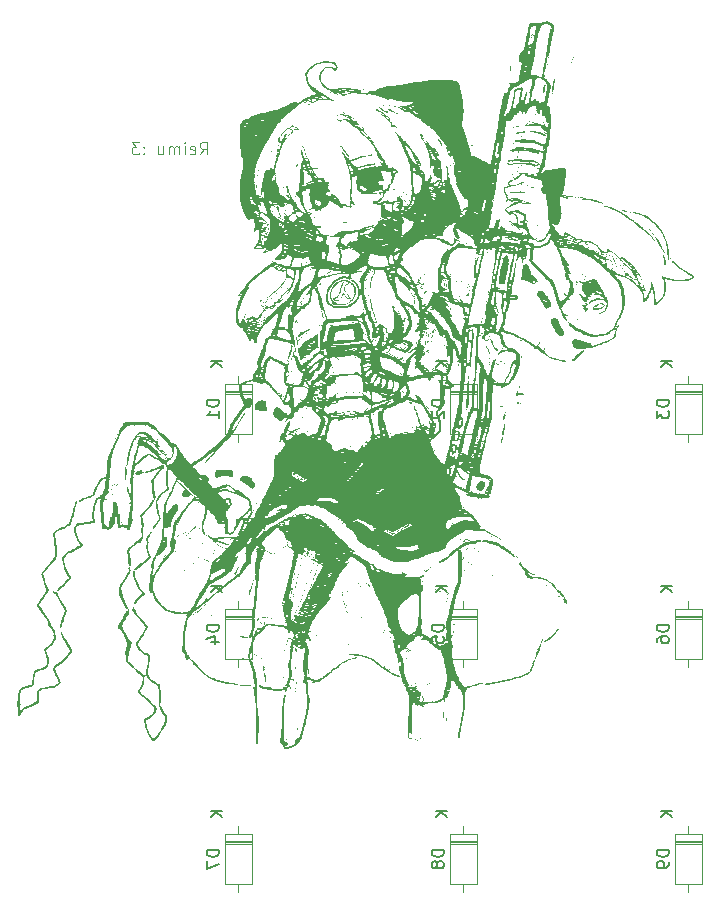
<source format=gbr>
%TF.GenerationSoftware,KiCad,Pcbnew,8.0.8*%
%TF.CreationDate,2025-02-15T18:33:00+00:00*%
%TF.ProjectId,kawaiipad_pcb,6b617761-6969-4706-9164-5f7063622e6b,rev?*%
%TF.SameCoordinates,Original*%
%TF.FileFunction,Legend,Bot*%
%TF.FilePolarity,Positive*%
%FSLAX46Y46*%
G04 Gerber Fmt 4.6, Leading zero omitted, Abs format (unit mm)*
G04 Created by KiCad (PCBNEW 8.0.8) date 2025-02-15 18:33:00*
%MOMM*%
%LPD*%
G01*
G04 APERTURE LIST*
%ADD10C,0.100000*%
%ADD11C,0.150000*%
%ADD12C,0.000000*%
%ADD13C,0.120000*%
G04 APERTURE END LIST*
D10*
X141999687Y-61784919D02*
X142333020Y-61308728D01*
X142571115Y-61784919D02*
X142571115Y-60784919D01*
X142571115Y-60784919D02*
X142190163Y-60784919D01*
X142190163Y-60784919D02*
X142094925Y-60832538D01*
X142094925Y-60832538D02*
X142047306Y-60880157D01*
X142047306Y-60880157D02*
X141999687Y-60975395D01*
X141999687Y-60975395D02*
X141999687Y-61118252D01*
X141999687Y-61118252D02*
X142047306Y-61213490D01*
X142047306Y-61213490D02*
X142094925Y-61261109D01*
X142094925Y-61261109D02*
X142190163Y-61308728D01*
X142190163Y-61308728D02*
X142571115Y-61308728D01*
X141190163Y-61737300D02*
X141285401Y-61784919D01*
X141285401Y-61784919D02*
X141475877Y-61784919D01*
X141475877Y-61784919D02*
X141571115Y-61737300D01*
X141571115Y-61737300D02*
X141618734Y-61642061D01*
X141618734Y-61642061D02*
X141618734Y-61261109D01*
X141618734Y-61261109D02*
X141571115Y-61165871D01*
X141571115Y-61165871D02*
X141475877Y-61118252D01*
X141475877Y-61118252D02*
X141285401Y-61118252D01*
X141285401Y-61118252D02*
X141190163Y-61165871D01*
X141190163Y-61165871D02*
X141142544Y-61261109D01*
X141142544Y-61261109D02*
X141142544Y-61356347D01*
X141142544Y-61356347D02*
X141618734Y-61451585D01*
X140713972Y-61784919D02*
X140713972Y-61118252D01*
X140713972Y-60784919D02*
X140761591Y-60832538D01*
X140761591Y-60832538D02*
X140713972Y-60880157D01*
X140713972Y-60880157D02*
X140666353Y-60832538D01*
X140666353Y-60832538D02*
X140713972Y-60784919D01*
X140713972Y-60784919D02*
X140713972Y-60880157D01*
X140237782Y-61784919D02*
X140237782Y-61118252D01*
X140237782Y-61213490D02*
X140190163Y-61165871D01*
X140190163Y-61165871D02*
X140094925Y-61118252D01*
X140094925Y-61118252D02*
X139952068Y-61118252D01*
X139952068Y-61118252D02*
X139856830Y-61165871D01*
X139856830Y-61165871D02*
X139809211Y-61261109D01*
X139809211Y-61261109D02*
X139809211Y-61784919D01*
X139809211Y-61261109D02*
X139761592Y-61165871D01*
X139761592Y-61165871D02*
X139666354Y-61118252D01*
X139666354Y-61118252D02*
X139523497Y-61118252D01*
X139523497Y-61118252D02*
X139428258Y-61165871D01*
X139428258Y-61165871D02*
X139380639Y-61261109D01*
X139380639Y-61261109D02*
X139380639Y-61784919D01*
X138475878Y-61118252D02*
X138475878Y-61784919D01*
X138904449Y-61118252D02*
X138904449Y-61642061D01*
X138904449Y-61642061D02*
X138856830Y-61737300D01*
X138856830Y-61737300D02*
X138761592Y-61784919D01*
X138761592Y-61784919D02*
X138618735Y-61784919D01*
X138618735Y-61784919D02*
X138523497Y-61737300D01*
X138523497Y-61737300D02*
X138475878Y-61689680D01*
X137237782Y-61689680D02*
X137190163Y-61737300D01*
X137190163Y-61737300D02*
X137237782Y-61784919D01*
X137237782Y-61784919D02*
X137285401Y-61737300D01*
X137285401Y-61737300D02*
X137237782Y-61689680D01*
X137237782Y-61689680D02*
X137237782Y-61784919D01*
X137237782Y-61165871D02*
X137190163Y-61213490D01*
X137190163Y-61213490D02*
X137237782Y-61261109D01*
X137237782Y-61261109D02*
X137285401Y-61213490D01*
X137285401Y-61213490D02*
X137237782Y-61165871D01*
X137237782Y-61165871D02*
X137237782Y-61261109D01*
X136856830Y-60784919D02*
X136237783Y-60784919D01*
X136237783Y-60784919D02*
X136571116Y-61165871D01*
X136571116Y-61165871D02*
X136428259Y-61165871D01*
X136428259Y-61165871D02*
X136333021Y-61213490D01*
X136333021Y-61213490D02*
X136285402Y-61261109D01*
X136285402Y-61261109D02*
X136237783Y-61356347D01*
X136237783Y-61356347D02*
X136237783Y-61594442D01*
X136237783Y-61594442D02*
X136285402Y-61689680D01*
X136285402Y-61689680D02*
X136333021Y-61737300D01*
X136333021Y-61737300D02*
X136428259Y-61784919D01*
X136428259Y-61784919D02*
X136713973Y-61784919D01*
X136713973Y-61784919D02*
X136809211Y-61737300D01*
X136809211Y-61737300D02*
X136856830Y-61689680D01*
D11*
X181691069Y-120705655D02*
X180691069Y-120705655D01*
X180691069Y-120705655D02*
X180691069Y-120943750D01*
X180691069Y-120943750D02*
X180738688Y-121086607D01*
X180738688Y-121086607D02*
X180833926Y-121181845D01*
X180833926Y-121181845D02*
X180929164Y-121229464D01*
X180929164Y-121229464D02*
X181119640Y-121277083D01*
X181119640Y-121277083D02*
X181262497Y-121277083D01*
X181262497Y-121277083D02*
X181452973Y-121229464D01*
X181452973Y-121229464D02*
X181548211Y-121181845D01*
X181548211Y-121181845D02*
X181643450Y-121086607D01*
X181643450Y-121086607D02*
X181691069Y-120943750D01*
X181691069Y-120943750D02*
X181691069Y-120705655D01*
X181691069Y-121753274D02*
X181691069Y-121943750D01*
X181691069Y-121943750D02*
X181643450Y-122038988D01*
X181643450Y-122038988D02*
X181595830Y-122086607D01*
X181595830Y-122086607D02*
X181452973Y-122181845D01*
X181452973Y-122181845D02*
X181262497Y-122229464D01*
X181262497Y-122229464D02*
X180881545Y-122229464D01*
X180881545Y-122229464D02*
X180786307Y-122181845D01*
X180786307Y-122181845D02*
X180738688Y-122134226D01*
X180738688Y-122134226D02*
X180691069Y-122038988D01*
X180691069Y-122038988D02*
X180691069Y-121848512D01*
X180691069Y-121848512D02*
X180738688Y-121753274D01*
X180738688Y-121753274D02*
X180786307Y-121705655D01*
X180786307Y-121705655D02*
X180881545Y-121658036D01*
X180881545Y-121658036D02*
X181119640Y-121658036D01*
X181119640Y-121658036D02*
X181214878Y-121705655D01*
X181214878Y-121705655D02*
X181262497Y-121753274D01*
X181262497Y-121753274D02*
X181310116Y-121848512D01*
X181310116Y-121848512D02*
X181310116Y-122038988D01*
X181310116Y-122038988D02*
X181262497Y-122134226D01*
X181262497Y-122134226D02*
X181214878Y-122181845D01*
X181214878Y-122181845D02*
X181119640Y-122229464D01*
X182011069Y-117371845D02*
X181011069Y-117371845D01*
X182011069Y-117943273D02*
X181439640Y-117514702D01*
X181011069Y-117943273D02*
X181582497Y-117371845D01*
X162641069Y-101655655D02*
X161641069Y-101655655D01*
X161641069Y-101655655D02*
X161641069Y-101893750D01*
X161641069Y-101893750D02*
X161688688Y-102036607D01*
X161688688Y-102036607D02*
X161783926Y-102131845D01*
X161783926Y-102131845D02*
X161879164Y-102179464D01*
X161879164Y-102179464D02*
X162069640Y-102227083D01*
X162069640Y-102227083D02*
X162212497Y-102227083D01*
X162212497Y-102227083D02*
X162402973Y-102179464D01*
X162402973Y-102179464D02*
X162498211Y-102131845D01*
X162498211Y-102131845D02*
X162593450Y-102036607D01*
X162593450Y-102036607D02*
X162641069Y-101893750D01*
X162641069Y-101893750D02*
X162641069Y-101655655D01*
X161641069Y-103131845D02*
X161641069Y-102655655D01*
X161641069Y-102655655D02*
X162117259Y-102608036D01*
X162117259Y-102608036D02*
X162069640Y-102655655D01*
X162069640Y-102655655D02*
X162022021Y-102750893D01*
X162022021Y-102750893D02*
X162022021Y-102988988D01*
X162022021Y-102988988D02*
X162069640Y-103084226D01*
X162069640Y-103084226D02*
X162117259Y-103131845D01*
X162117259Y-103131845D02*
X162212497Y-103179464D01*
X162212497Y-103179464D02*
X162450592Y-103179464D01*
X162450592Y-103179464D02*
X162545830Y-103131845D01*
X162545830Y-103131845D02*
X162593450Y-103084226D01*
X162593450Y-103084226D02*
X162641069Y-102988988D01*
X162641069Y-102988988D02*
X162641069Y-102750893D01*
X162641069Y-102750893D02*
X162593450Y-102655655D01*
X162593450Y-102655655D02*
X162545830Y-102608036D01*
X162961069Y-98321845D02*
X161961069Y-98321845D01*
X162961069Y-98893273D02*
X162389640Y-98464702D01*
X161961069Y-98893273D02*
X162532497Y-98321845D01*
X143591069Y-82605655D02*
X142591069Y-82605655D01*
X142591069Y-82605655D02*
X142591069Y-82843750D01*
X142591069Y-82843750D02*
X142638688Y-82986607D01*
X142638688Y-82986607D02*
X142733926Y-83081845D01*
X142733926Y-83081845D02*
X142829164Y-83129464D01*
X142829164Y-83129464D02*
X143019640Y-83177083D01*
X143019640Y-83177083D02*
X143162497Y-83177083D01*
X143162497Y-83177083D02*
X143352973Y-83129464D01*
X143352973Y-83129464D02*
X143448211Y-83081845D01*
X143448211Y-83081845D02*
X143543450Y-82986607D01*
X143543450Y-82986607D02*
X143591069Y-82843750D01*
X143591069Y-82843750D02*
X143591069Y-82605655D01*
X143591069Y-84129464D02*
X143591069Y-83558036D01*
X143591069Y-83843750D02*
X142591069Y-83843750D01*
X142591069Y-83843750D02*
X142733926Y-83748512D01*
X142733926Y-83748512D02*
X142829164Y-83653274D01*
X142829164Y-83653274D02*
X142876783Y-83558036D01*
X143911069Y-79271845D02*
X142911069Y-79271845D01*
X143911069Y-79843273D02*
X143339640Y-79414702D01*
X142911069Y-79843273D02*
X143482497Y-79271845D01*
X143591069Y-101655655D02*
X142591069Y-101655655D01*
X142591069Y-101655655D02*
X142591069Y-101893750D01*
X142591069Y-101893750D02*
X142638688Y-102036607D01*
X142638688Y-102036607D02*
X142733926Y-102131845D01*
X142733926Y-102131845D02*
X142829164Y-102179464D01*
X142829164Y-102179464D02*
X143019640Y-102227083D01*
X143019640Y-102227083D02*
X143162497Y-102227083D01*
X143162497Y-102227083D02*
X143352973Y-102179464D01*
X143352973Y-102179464D02*
X143448211Y-102131845D01*
X143448211Y-102131845D02*
X143543450Y-102036607D01*
X143543450Y-102036607D02*
X143591069Y-101893750D01*
X143591069Y-101893750D02*
X143591069Y-101655655D01*
X142924402Y-103084226D02*
X143591069Y-103084226D01*
X142543450Y-102846131D02*
X143257735Y-102608036D01*
X143257735Y-102608036D02*
X143257735Y-103227083D01*
X143911069Y-98321845D02*
X142911069Y-98321845D01*
X143911069Y-98893273D02*
X143339640Y-98464702D01*
X142911069Y-98893273D02*
X143482497Y-98321845D01*
X143591069Y-120705655D02*
X142591069Y-120705655D01*
X142591069Y-120705655D02*
X142591069Y-120943750D01*
X142591069Y-120943750D02*
X142638688Y-121086607D01*
X142638688Y-121086607D02*
X142733926Y-121181845D01*
X142733926Y-121181845D02*
X142829164Y-121229464D01*
X142829164Y-121229464D02*
X143019640Y-121277083D01*
X143019640Y-121277083D02*
X143162497Y-121277083D01*
X143162497Y-121277083D02*
X143352973Y-121229464D01*
X143352973Y-121229464D02*
X143448211Y-121181845D01*
X143448211Y-121181845D02*
X143543450Y-121086607D01*
X143543450Y-121086607D02*
X143591069Y-120943750D01*
X143591069Y-120943750D02*
X143591069Y-120705655D01*
X142591069Y-121610417D02*
X142591069Y-122277083D01*
X142591069Y-122277083D02*
X143591069Y-121848512D01*
X143911069Y-117371845D02*
X142911069Y-117371845D01*
X143911069Y-117943273D02*
X143339640Y-117514702D01*
X142911069Y-117943273D02*
X143482497Y-117371845D01*
X181691069Y-82605655D02*
X180691069Y-82605655D01*
X180691069Y-82605655D02*
X180691069Y-82843750D01*
X180691069Y-82843750D02*
X180738688Y-82986607D01*
X180738688Y-82986607D02*
X180833926Y-83081845D01*
X180833926Y-83081845D02*
X180929164Y-83129464D01*
X180929164Y-83129464D02*
X181119640Y-83177083D01*
X181119640Y-83177083D02*
X181262497Y-83177083D01*
X181262497Y-83177083D02*
X181452973Y-83129464D01*
X181452973Y-83129464D02*
X181548211Y-83081845D01*
X181548211Y-83081845D02*
X181643450Y-82986607D01*
X181643450Y-82986607D02*
X181691069Y-82843750D01*
X181691069Y-82843750D02*
X181691069Y-82605655D01*
X180691069Y-83510417D02*
X180691069Y-84129464D01*
X180691069Y-84129464D02*
X181072021Y-83796131D01*
X181072021Y-83796131D02*
X181072021Y-83938988D01*
X181072021Y-83938988D02*
X181119640Y-84034226D01*
X181119640Y-84034226D02*
X181167259Y-84081845D01*
X181167259Y-84081845D02*
X181262497Y-84129464D01*
X181262497Y-84129464D02*
X181500592Y-84129464D01*
X181500592Y-84129464D02*
X181595830Y-84081845D01*
X181595830Y-84081845D02*
X181643450Y-84034226D01*
X181643450Y-84034226D02*
X181691069Y-83938988D01*
X181691069Y-83938988D02*
X181691069Y-83653274D01*
X181691069Y-83653274D02*
X181643450Y-83558036D01*
X181643450Y-83558036D02*
X181595830Y-83510417D01*
X182011069Y-79271845D02*
X181011069Y-79271845D01*
X182011069Y-79843273D02*
X181439640Y-79414702D01*
X181011069Y-79843273D02*
X181582497Y-79271845D01*
X181691069Y-101655655D02*
X180691069Y-101655655D01*
X180691069Y-101655655D02*
X180691069Y-101893750D01*
X180691069Y-101893750D02*
X180738688Y-102036607D01*
X180738688Y-102036607D02*
X180833926Y-102131845D01*
X180833926Y-102131845D02*
X180929164Y-102179464D01*
X180929164Y-102179464D02*
X181119640Y-102227083D01*
X181119640Y-102227083D02*
X181262497Y-102227083D01*
X181262497Y-102227083D02*
X181452973Y-102179464D01*
X181452973Y-102179464D02*
X181548211Y-102131845D01*
X181548211Y-102131845D02*
X181643450Y-102036607D01*
X181643450Y-102036607D02*
X181691069Y-101893750D01*
X181691069Y-101893750D02*
X181691069Y-101655655D01*
X180691069Y-103084226D02*
X180691069Y-102893750D01*
X180691069Y-102893750D02*
X180738688Y-102798512D01*
X180738688Y-102798512D02*
X180786307Y-102750893D01*
X180786307Y-102750893D02*
X180929164Y-102655655D01*
X180929164Y-102655655D02*
X181119640Y-102608036D01*
X181119640Y-102608036D02*
X181500592Y-102608036D01*
X181500592Y-102608036D02*
X181595830Y-102655655D01*
X181595830Y-102655655D02*
X181643450Y-102703274D01*
X181643450Y-102703274D02*
X181691069Y-102798512D01*
X181691069Y-102798512D02*
X181691069Y-102988988D01*
X181691069Y-102988988D02*
X181643450Y-103084226D01*
X181643450Y-103084226D02*
X181595830Y-103131845D01*
X181595830Y-103131845D02*
X181500592Y-103179464D01*
X181500592Y-103179464D02*
X181262497Y-103179464D01*
X181262497Y-103179464D02*
X181167259Y-103131845D01*
X181167259Y-103131845D02*
X181119640Y-103084226D01*
X181119640Y-103084226D02*
X181072021Y-102988988D01*
X181072021Y-102988988D02*
X181072021Y-102798512D01*
X181072021Y-102798512D02*
X181119640Y-102703274D01*
X181119640Y-102703274D02*
X181167259Y-102655655D01*
X181167259Y-102655655D02*
X181262497Y-102608036D01*
X182011069Y-98321845D02*
X181011069Y-98321845D01*
X182011069Y-98893273D02*
X181439640Y-98464702D01*
X181011069Y-98893273D02*
X181582497Y-98321845D01*
X162641069Y-120705655D02*
X161641069Y-120705655D01*
X161641069Y-120705655D02*
X161641069Y-120943750D01*
X161641069Y-120943750D02*
X161688688Y-121086607D01*
X161688688Y-121086607D02*
X161783926Y-121181845D01*
X161783926Y-121181845D02*
X161879164Y-121229464D01*
X161879164Y-121229464D02*
X162069640Y-121277083D01*
X162069640Y-121277083D02*
X162212497Y-121277083D01*
X162212497Y-121277083D02*
X162402973Y-121229464D01*
X162402973Y-121229464D02*
X162498211Y-121181845D01*
X162498211Y-121181845D02*
X162593450Y-121086607D01*
X162593450Y-121086607D02*
X162641069Y-120943750D01*
X162641069Y-120943750D02*
X162641069Y-120705655D01*
X162069640Y-121848512D02*
X162022021Y-121753274D01*
X162022021Y-121753274D02*
X161974402Y-121705655D01*
X161974402Y-121705655D02*
X161879164Y-121658036D01*
X161879164Y-121658036D02*
X161831545Y-121658036D01*
X161831545Y-121658036D02*
X161736307Y-121705655D01*
X161736307Y-121705655D02*
X161688688Y-121753274D01*
X161688688Y-121753274D02*
X161641069Y-121848512D01*
X161641069Y-121848512D02*
X161641069Y-122038988D01*
X161641069Y-122038988D02*
X161688688Y-122134226D01*
X161688688Y-122134226D02*
X161736307Y-122181845D01*
X161736307Y-122181845D02*
X161831545Y-122229464D01*
X161831545Y-122229464D02*
X161879164Y-122229464D01*
X161879164Y-122229464D02*
X161974402Y-122181845D01*
X161974402Y-122181845D02*
X162022021Y-122134226D01*
X162022021Y-122134226D02*
X162069640Y-122038988D01*
X162069640Y-122038988D02*
X162069640Y-121848512D01*
X162069640Y-121848512D02*
X162117259Y-121753274D01*
X162117259Y-121753274D02*
X162164878Y-121705655D01*
X162164878Y-121705655D02*
X162260116Y-121658036D01*
X162260116Y-121658036D02*
X162450592Y-121658036D01*
X162450592Y-121658036D02*
X162545830Y-121705655D01*
X162545830Y-121705655D02*
X162593450Y-121753274D01*
X162593450Y-121753274D02*
X162641069Y-121848512D01*
X162641069Y-121848512D02*
X162641069Y-122038988D01*
X162641069Y-122038988D02*
X162593450Y-122134226D01*
X162593450Y-122134226D02*
X162545830Y-122181845D01*
X162545830Y-122181845D02*
X162450592Y-122229464D01*
X162450592Y-122229464D02*
X162260116Y-122229464D01*
X162260116Y-122229464D02*
X162164878Y-122181845D01*
X162164878Y-122181845D02*
X162117259Y-122134226D01*
X162117259Y-122134226D02*
X162069640Y-122038988D01*
X162961069Y-117371845D02*
X161961069Y-117371845D01*
X162961069Y-117943273D02*
X162389640Y-117514702D01*
X161961069Y-117943273D02*
X162532497Y-117371845D01*
X162641069Y-82605655D02*
X161641069Y-82605655D01*
X161641069Y-82605655D02*
X161641069Y-82843750D01*
X161641069Y-82843750D02*
X161688688Y-82986607D01*
X161688688Y-82986607D02*
X161783926Y-83081845D01*
X161783926Y-83081845D02*
X161879164Y-83129464D01*
X161879164Y-83129464D02*
X162069640Y-83177083D01*
X162069640Y-83177083D02*
X162212497Y-83177083D01*
X162212497Y-83177083D02*
X162402973Y-83129464D01*
X162402973Y-83129464D02*
X162498211Y-83081845D01*
X162498211Y-83081845D02*
X162593450Y-82986607D01*
X162593450Y-82986607D02*
X162641069Y-82843750D01*
X162641069Y-82843750D02*
X162641069Y-82605655D01*
X161736307Y-83558036D02*
X161688688Y-83605655D01*
X161688688Y-83605655D02*
X161641069Y-83700893D01*
X161641069Y-83700893D02*
X161641069Y-83938988D01*
X161641069Y-83938988D02*
X161688688Y-84034226D01*
X161688688Y-84034226D02*
X161736307Y-84081845D01*
X161736307Y-84081845D02*
X161831545Y-84129464D01*
X161831545Y-84129464D02*
X161926783Y-84129464D01*
X161926783Y-84129464D02*
X162069640Y-84081845D01*
X162069640Y-84081845D02*
X162641069Y-83510417D01*
X162641069Y-83510417D02*
X162641069Y-84129464D01*
X162961069Y-79271845D02*
X161961069Y-79271845D01*
X162961069Y-79843273D02*
X162389640Y-79414702D01*
X161961069Y-79843273D02*
X162532497Y-79271845D01*
D12*
%TO.C,G\u002A\u002A\u002A*%
G36*
X170905869Y-50968095D02*
G01*
X170896116Y-50988004D01*
X170895963Y-50988269D01*
X170846994Y-51073152D01*
X170808053Y-51119420D01*
X170796395Y-51130255D01*
X170795218Y-51180941D01*
X170801442Y-51196288D01*
X170784205Y-51243452D01*
X170765020Y-51268096D01*
X170728304Y-51349237D01*
X170689993Y-51460507D01*
X170657489Y-51577148D01*
X170638191Y-51674402D01*
X170639502Y-51727512D01*
X170644789Y-51739728D01*
X170627832Y-51775356D01*
X170623810Y-51777689D01*
X170596912Y-51828068D01*
X170576405Y-51917991D01*
X170574798Y-51929286D01*
X170557161Y-52037737D01*
X170530738Y-52186075D01*
X170500605Y-52345663D01*
X170498847Y-52354711D01*
X170442112Y-52667372D01*
X170426714Y-52767715D01*
X170417291Y-52829118D01*
X170399500Y-52945052D01*
X170387029Y-53052251D01*
X170372697Y-53175456D01*
X170371305Y-53201007D01*
X170365225Y-53312573D01*
X170363388Y-53346292D01*
X170362024Y-53378253D01*
X170360846Y-53386951D01*
X170344549Y-53507231D01*
X170311175Y-53669777D01*
X170302509Y-53703056D01*
X170268891Y-53832159D01*
X170267278Y-53838355D01*
X170252387Y-53890143D01*
X170204408Y-54065992D01*
X170162897Y-54230535D01*
X170135500Y-54353862D01*
X170103507Y-54514110D01*
X170007757Y-54939586D01*
X169997240Y-55008798D01*
X170024575Y-55037428D01*
X170108028Y-55044244D01*
X170241767Y-55055110D01*
X170441064Y-55092786D01*
X170631423Y-55149242D01*
X170780139Y-55216116D01*
X170917380Y-55297403D01*
X170942117Y-55132441D01*
X170950911Y-55084188D01*
X170976118Y-55000565D01*
X171002327Y-54967478D01*
X171018777Y-54956290D01*
X171018165Y-54902398D01*
X171017202Y-54896690D01*
X171021656Y-54828599D01*
X171039603Y-54705192D01*
X171068315Y-54540767D01*
X171105065Y-54349622D01*
X171147127Y-54146053D01*
X171191773Y-53944360D01*
X171236276Y-53758840D01*
X171244787Y-53723711D01*
X171281527Y-53550023D01*
X171324413Y-53319580D01*
X171371266Y-53045861D01*
X171418043Y-52753993D01*
X171561377Y-52753993D01*
X171565828Y-52798127D01*
X171577014Y-52803945D01*
X171590621Y-52773335D01*
X171587937Y-52753647D01*
X171565828Y-52748542D01*
X171561377Y-52753993D01*
X171418043Y-52753993D01*
X171419909Y-52742348D01*
X171468163Y-52422518D01*
X171468514Y-52420040D01*
X171627810Y-52420040D01*
X171646404Y-52438635D01*
X171664998Y-52420040D01*
X171646404Y-52401446D01*
X171627810Y-52420040D01*
X171468514Y-52420040D01*
X171513849Y-52099852D01*
X171540249Y-51898649D01*
X171710133Y-51898649D01*
X171714584Y-51942783D01*
X171725769Y-51948601D01*
X171739376Y-51917991D01*
X171736692Y-51898303D01*
X171714584Y-51893198D01*
X171710133Y-51898649D01*
X171540249Y-51898649D01*
X171554790Y-51787830D01*
X171574132Y-51639074D01*
X171739376Y-51639074D01*
X171757971Y-51657668D01*
X171776565Y-51639074D01*
X171757971Y-51620480D01*
X171739376Y-51639074D01*
X171574132Y-51639074D01*
X171580507Y-51590045D01*
X171584327Y-51564696D01*
X171776565Y-51564696D01*
X171795160Y-51583291D01*
X171813754Y-51564696D01*
X171795160Y-51546102D01*
X171776565Y-51564696D01*
X171584327Y-51564696D01*
X171606117Y-51420098D01*
X171629583Y-51305808D01*
X171653573Y-51237284D01*
X171680752Y-51204636D01*
X171713787Y-51197973D01*
X171754208Y-51179699D01*
X171775539Y-51115346D01*
X171767183Y-51028881D01*
X171727731Y-50945796D01*
X171697357Y-50914879D01*
X171599241Y-50849745D01*
X171475657Y-50791374D01*
X171355084Y-50752178D01*
X171266000Y-50744568D01*
X171210563Y-50746871D01*
X171161161Y-50725054D01*
X171153174Y-50715013D01*
X171112316Y-50706169D01*
X171096151Y-50703455D01*
X171080263Y-50654380D01*
X171084313Y-50620607D01*
X171119319Y-50584315D01*
X171200860Y-50553581D01*
X171342626Y-50521470D01*
X171358470Y-50520226D01*
X171444242Y-50537443D01*
X171546614Y-50580743D01*
X171576380Y-50596206D01*
X171666651Y-50637147D01*
X171722571Y-50653569D01*
X171733863Y-50655067D01*
X171800307Y-50696628D01*
X171875402Y-50778380D01*
X171940899Y-50877640D01*
X171978547Y-50971723D01*
X171981013Y-50989208D01*
X171980899Y-51086867D01*
X171969739Y-51224713D01*
X171950641Y-51379860D01*
X171926717Y-51529422D01*
X171919248Y-51564696D01*
X171903498Y-51639074D01*
X171901075Y-51650515D01*
X171876827Y-51720251D01*
X171873038Y-51727699D01*
X171849604Y-51802326D01*
X171821727Y-51917991D01*
X171817896Y-51933887D01*
X171780598Y-52108832D01*
X171740392Y-52313608D01*
X171720925Y-52420040D01*
X171699960Y-52534666D01*
X171661985Y-52758452D01*
X171659690Y-52773335D01*
X171629150Y-52971416D01*
X171603420Y-53139950D01*
X171575543Y-53300386D01*
X171552167Y-53412140D01*
X171534836Y-53470276D01*
X171525097Y-53469857D01*
X171524494Y-53405946D01*
X171534572Y-53273606D01*
X171544776Y-53176481D01*
X171561262Y-53047547D01*
X171576104Y-52959355D01*
X171583140Y-52902789D01*
X171570851Y-52892274D01*
X171565369Y-52904452D01*
X171546511Y-52977480D01*
X171519949Y-53102839D01*
X171488276Y-53266160D01*
X171454084Y-53453075D01*
X171419966Y-53649218D01*
X171388517Y-53840218D01*
X171362328Y-54011709D01*
X171343992Y-54149323D01*
X171338351Y-54193448D01*
X171320366Y-54302530D01*
X171303056Y-54372456D01*
X171294980Y-54400672D01*
X171289174Y-54490025D01*
X171288159Y-54522527D01*
X171259325Y-54574891D01*
X171243390Y-54595635D01*
X171245270Y-54658664D01*
X171253047Y-54695212D01*
X171223561Y-54691546D01*
X171214780Y-54686818D01*
X171193090Y-54697684D01*
X171201655Y-54769121D01*
X171203483Y-54777678D01*
X171209743Y-54836032D01*
X171191077Y-54827087D01*
X171179658Y-54815258D01*
X171150113Y-54828757D01*
X171117172Y-54910762D01*
X171114948Y-54918035D01*
X171094267Y-55000515D01*
X171104935Y-55034943D01*
X171152484Y-55041856D01*
X171162038Y-55042012D01*
X171199483Y-55051886D01*
X171213188Y-55088025D01*
X171204452Y-55165569D01*
X171174570Y-55299654D01*
X171174111Y-55306742D01*
X171208715Y-55351279D01*
X171290865Y-55392864D01*
X171366166Y-55427650D01*
X171424597Y-55472543D01*
X171442600Y-55509778D01*
X171407775Y-55525311D01*
X171393746Y-55526083D01*
X171366769Y-55546117D01*
X171395103Y-55582845D01*
X171469757Y-55622210D01*
X171556465Y-55679818D01*
X171627810Y-55769821D01*
X171627908Y-55770013D01*
X171680583Y-55857659D01*
X171728930Y-55915794D01*
X171733507Y-55919869D01*
X171741266Y-55939998D01*
X171756039Y-55978323D01*
X171739409Y-56083144D01*
X171658070Y-56412198D01*
X171567231Y-56841028D01*
X171488105Y-57281838D01*
X171427210Y-57700860D01*
X171408617Y-57849616D01*
X171464823Y-57745045D01*
X171500349Y-57687859D01*
X171547743Y-57652553D01*
X171583155Y-57688578D01*
X171607097Y-57796704D01*
X171620085Y-57977702D01*
X171624658Y-58054155D01*
X171626882Y-58091343D01*
X171628840Y-58124083D01*
X171650969Y-58266273D01*
X171685165Y-58339956D01*
X171714785Y-58378930D01*
X171742488Y-58456591D01*
X171749797Y-58642109D01*
X171754077Y-58854026D01*
X171754308Y-59053776D01*
X171750653Y-59225825D01*
X171743275Y-59354640D01*
X171732337Y-59424688D01*
X171724049Y-59450984D01*
X171696130Y-59574977D01*
X171667584Y-59744775D01*
X171667383Y-59746248D01*
X171641156Y-59938782D01*
X171619589Y-60135404D01*
X171605629Y-60313043D01*
X171602020Y-60450105D01*
X171602098Y-60522039D01*
X171590120Y-60637898D01*
X171561924Y-60685536D01*
X171552221Y-60694565D01*
X171536503Y-60709191D01*
X171555008Y-60771888D01*
X171581208Y-60858213D01*
X171575258Y-60902202D01*
X171563254Y-60990938D01*
X171484752Y-61116172D01*
X171468647Y-61134780D01*
X171412620Y-61244921D01*
X171385781Y-61405544D01*
X171379926Y-61470458D01*
X171360172Y-61628640D01*
X171336865Y-61763745D01*
X171328501Y-61808342D01*
X171321308Y-61889592D01*
X171331653Y-61921797D01*
X171338161Y-61930318D01*
X171334429Y-61989158D01*
X171310937Y-62085512D01*
X171307869Y-62096111D01*
X171280340Y-62221057D01*
X171254363Y-62384065D01*
X171235192Y-62552724D01*
X171231290Y-62593495D01*
X171212153Y-62735171D01*
X171188963Y-62844431D01*
X171165891Y-62900356D01*
X171080584Y-62999973D01*
X170946412Y-63201224D01*
X170831655Y-63427947D01*
X170787475Y-63533146D01*
X170766534Y-63593529D01*
X170774401Y-63601003D01*
X170809833Y-63563285D01*
X170833170Y-63529778D01*
X171605949Y-63529778D01*
X171612472Y-63556893D01*
X171628502Y-63539513D01*
X172817854Y-63539513D01*
X172836448Y-63558108D01*
X172855042Y-63539513D01*
X172836448Y-63520919D01*
X172817854Y-63539513D01*
X171628502Y-63539513D01*
X171647933Y-63518445D01*
X171655380Y-63503451D01*
X171654722Y-63461057D01*
X171642356Y-63460220D01*
X171614977Y-63500721D01*
X171605949Y-63529778D01*
X170833170Y-63529778D01*
X170861712Y-63488797D01*
X170876782Y-63448962D01*
X172715405Y-63448962D01*
X172724881Y-63483730D01*
X172732522Y-63494739D01*
X172743816Y-63503451D01*
X172766460Y-63520919D01*
X172771547Y-63518498D01*
X172762070Y-63483730D01*
X172754430Y-63472721D01*
X172720492Y-63446541D01*
X172715405Y-63448962D01*
X170876782Y-63448962D01*
X170884032Y-63429796D01*
X170911328Y-63385818D01*
X170921203Y-63379346D01*
X171980120Y-63379346D01*
X171980447Y-63396095D01*
X172025986Y-63425556D01*
X172033041Y-63428203D01*
X172070305Y-63436006D01*
X172064248Y-63427947D01*
X172148454Y-63427947D01*
X172156513Y-63436006D01*
X172167048Y-63446541D01*
X172185643Y-63427947D01*
X172631909Y-63427947D01*
X172650504Y-63446541D01*
X172669098Y-63427947D01*
X172650504Y-63409352D01*
X172631909Y-63427947D01*
X172185643Y-63427947D01*
X172167048Y-63409352D01*
X172148454Y-63427947D01*
X172064248Y-63427947D01*
X172046804Y-63404738D01*
X172028790Y-63390758D01*
X172557531Y-63390758D01*
X172576126Y-63409352D01*
X172594720Y-63390758D01*
X172576126Y-63372163D01*
X172557531Y-63390758D01*
X172028790Y-63390758D01*
X172019460Y-63383517D01*
X171980120Y-63379346D01*
X170921203Y-63379346D01*
X170982176Y-63339385D01*
X171015808Y-63318575D01*
X171702187Y-63318575D01*
X171702549Y-63323774D01*
X171724077Y-63331964D01*
X171761522Y-63292040D01*
X171768479Y-63276059D01*
X171834154Y-63276059D01*
X171836753Y-63314449D01*
X171848757Y-63341481D01*
X171876181Y-63370959D01*
X171881555Y-63355764D01*
X172185643Y-63355764D01*
X172186610Y-63359475D01*
X172222832Y-63372163D01*
X172233025Y-63370650D01*
X172260020Y-63332780D01*
X172257100Y-63319329D01*
X172222832Y-63316380D01*
X172211702Y-63324013D01*
X172200904Y-63337169D01*
X172185643Y-63355764D01*
X171881555Y-63355764D01*
X171888132Y-63337169D01*
X171886810Y-63327068D01*
X171851369Y-63279454D01*
X171834154Y-63276059D01*
X171768479Y-63276059D01*
X171770570Y-63271257D01*
X171745122Y-63275640D01*
X171728602Y-63287120D01*
X171702187Y-63318575D01*
X171015808Y-63318575D01*
X171060681Y-63290810D01*
X171090249Y-63263018D01*
X172380705Y-63263018D01*
X172382951Y-63271257D01*
X172390181Y-63297786D01*
X172397822Y-63308794D01*
X172428916Y-63332780D01*
X172431760Y-63334974D01*
X172436847Y-63332553D01*
X172427370Y-63297786D01*
X172419730Y-63286777D01*
X172385792Y-63260597D01*
X172380705Y-63263018D01*
X171090249Y-63263018D01*
X171147672Y-63209043D01*
X171149512Y-63206719D01*
X171186794Y-63168890D01*
X171237227Y-63142848D01*
X171316109Y-63125070D01*
X171438737Y-63112036D01*
X171620410Y-63100223D01*
X171751048Y-63091209D01*
X171915280Y-63075405D01*
X172045599Y-63057710D01*
X172121801Y-63040527D01*
X172157838Y-63030535D01*
X172268049Y-63011438D01*
X172418697Y-62993140D01*
X172588104Y-62978522D01*
X172702629Y-62970442D01*
X172836834Y-62965353D01*
X172923673Y-62979276D01*
X172972544Y-63023283D01*
X172992847Y-63108448D01*
X172993978Y-63245843D01*
X172990245Y-63332553D01*
X172987739Y-63390758D01*
X172986138Y-63427947D01*
X172985338Y-63446541D01*
X172982842Y-63498906D01*
X172981275Y-63518498D01*
X172979594Y-63539513D01*
X172969183Y-63669674D01*
X172964389Y-63729615D01*
X172947995Y-63934571D01*
X172925882Y-64097346D01*
X172913252Y-64190319D01*
X172908200Y-64227507D01*
X172900622Y-64283291D01*
X172890207Y-64359954D01*
X172839566Y-64617991D01*
X172824969Y-64692368D01*
X172812862Y-64754058D01*
X172794792Y-64820108D01*
X172789043Y-64841124D01*
X172773783Y-64896907D01*
X172748349Y-64989879D01*
X172719348Y-65095887D01*
X172695440Y-65172059D01*
X172679361Y-65248761D01*
X172679684Y-65250201D01*
X172689895Y-65295763D01*
X172727911Y-65337615D01*
X172762133Y-65368393D01*
X172777344Y-65377325D01*
X172746183Y-65333876D01*
X172743387Y-65330139D01*
X172721547Y-65289527D01*
X172747440Y-65272346D01*
X172834339Y-65268796D01*
X172846183Y-65268924D01*
X172956560Y-65280338D01*
X173038379Y-65304589D01*
X173099601Y-65322341D01*
X173214269Y-65338423D01*
X173352040Y-65347172D01*
X173475836Y-65353923D01*
X173564853Y-65365225D01*
X173598820Y-65378590D01*
X173628697Y-65393661D01*
X173704188Y-65395925D01*
X173777096Y-65402263D01*
X173809557Y-65434081D01*
X173805767Y-65451743D01*
X173761608Y-65479533D01*
X173743015Y-65475772D01*
X173736717Y-65442222D01*
X173739069Y-65423567D01*
X173694537Y-65429947D01*
X173655293Y-65439907D01*
X173595131Y-65433866D01*
X173592363Y-65432487D01*
X173533045Y-65420978D01*
X173423390Y-65410481D01*
X173284800Y-65403117D01*
X173269879Y-65402539D01*
X173129977Y-65391551D01*
X173018523Y-65373456D01*
X172958483Y-65351862D01*
X172929128Y-65335282D01*
X172857104Y-65341899D01*
X172842786Y-65355414D01*
X172862729Y-65382675D01*
X172951323Y-65413942D01*
X172976700Y-65420738D01*
X173084484Y-65444731D01*
X173160683Y-65454533D01*
X173197742Y-65463814D01*
X173202590Y-65512090D01*
X173194546Y-65527681D01*
X173145274Y-65554190D01*
X173045704Y-65548527D01*
X172971196Y-65535055D01*
X172818672Y-65497097D01*
X172687588Y-65452050D01*
X172604106Y-65408225D01*
X172563433Y-65402217D01*
X172521781Y-65448972D01*
X172491214Y-65534719D01*
X172478122Y-65640623D01*
X172487596Y-65734933D01*
X172488893Y-65747848D01*
X172495886Y-65782005D01*
X172499558Y-65808035D01*
X172504804Y-65845223D01*
X172513055Y-65903717D01*
X172521871Y-65991205D01*
X172529149Y-66063431D01*
X172530653Y-66084530D01*
X172540102Y-66217112D01*
X172541427Y-66235707D01*
X172546602Y-66314630D01*
X172561878Y-66475476D01*
X172562155Y-66477434D01*
X172580522Y-66607481D01*
X172598199Y-66681973D01*
X172599605Y-66687896D01*
X172618435Y-66760503D01*
X172600424Y-66849323D01*
X172597834Y-66862098D01*
X172592153Y-66874197D01*
X172567529Y-66969631D01*
X172560338Y-67053338D01*
X172557531Y-67086011D01*
X172553064Y-67143507D01*
X172534748Y-67221212D01*
X172520359Y-67282260D01*
X172464128Y-67433378D01*
X172394172Y-67575591D01*
X172320296Y-67687633D01*
X172252299Y-67748237D01*
X172216797Y-67759697D01*
X172094530Y-67757792D01*
X171968932Y-67711328D01*
X171872180Y-67630289D01*
X171833052Y-67587643D01*
X171810288Y-67583803D01*
X171802400Y-67618928D01*
X171777765Y-67713964D01*
X171772129Y-67754838D01*
X171772523Y-67851064D01*
X171781387Y-67961948D01*
X171796020Y-68057813D01*
X171813720Y-68108979D01*
X171824465Y-68125509D01*
X171826330Y-68190395D01*
X171824770Y-68206717D01*
X171822580Y-68229627D01*
X171846700Y-68306727D01*
X171868346Y-68338610D01*
X171882892Y-68330011D01*
X171887001Y-68255398D01*
X171887018Y-68252141D01*
X171876547Y-68163560D01*
X171850943Y-68113745D01*
X171847396Y-68110965D01*
X171823522Y-68054669D01*
X171813754Y-67961627D01*
X171817311Y-67914483D01*
X171850104Y-67831066D01*
X171906020Y-67798586D01*
X171971252Y-67828695D01*
X171972959Y-67830465D01*
X172015146Y-67900335D01*
X172060005Y-68009098D01*
X172095778Y-68124305D01*
X172110705Y-68213508D01*
X172122402Y-68251517D01*
X172179991Y-68297895D01*
X172209459Y-68313487D01*
X172281481Y-68374067D01*
X172285347Y-68377319D01*
X172344465Y-68442246D01*
X172367688Y-68467751D01*
X172383033Y-68485633D01*
X172412560Y-68520043D01*
X172439149Y-68545754D01*
X172484066Y-68589187D01*
X172531392Y-68616621D01*
X172531414Y-68616622D01*
X172590318Y-68638580D01*
X172669098Y-68690172D01*
X172738904Y-68739273D01*
X172806075Y-68759805D01*
X172838561Y-68716688D01*
X172843497Y-68606497D01*
X172842224Y-68522268D01*
X172855475Y-68437571D01*
X172894893Y-68398596D01*
X172969599Y-68403933D01*
X173088716Y-68452170D01*
X173261366Y-68541900D01*
X173339903Y-68585049D01*
X173460111Y-68652983D01*
X173515953Y-68684541D01*
X173681242Y-68781193D01*
X173808267Y-68859057D01*
X173811300Y-68860995D01*
X173943026Y-68937148D01*
X174038840Y-68970981D01*
X174118102Y-68969388D01*
X174175094Y-68964787D01*
X174273682Y-68990552D01*
X174404947Y-69061679D01*
X174467685Y-69096976D01*
X174573064Y-69139581D01*
X174654324Y-69152776D01*
X174697298Y-69135342D01*
X174687819Y-69086056D01*
X174685029Y-69080343D01*
X174704060Y-69077459D01*
X174765555Y-69111465D01*
X174827687Y-69148299D01*
X174880886Y-69157244D01*
X174931467Y-69124056D01*
X174937194Y-69119138D01*
X174970965Y-69101469D01*
X175016902Y-69103957D01*
X175087814Y-69131284D01*
X175196509Y-69188135D01*
X175203659Y-69192222D01*
X175355797Y-69279190D01*
X175482126Y-69355921D01*
X175609709Y-69441445D01*
X175624032Y-69452544D01*
X175700403Y-69511723D01*
X175740031Y-69556523D01*
X175781372Y-69628691D01*
X175870878Y-69733212D01*
X175987947Y-69845142D01*
X176114068Y-69946956D01*
X176230729Y-70021123D01*
X176331194Y-70067257D01*
X176354639Y-70071448D01*
X176402648Y-70080030D01*
X176460551Y-70058661D01*
X176461057Y-70058345D01*
X176509231Y-70008700D01*
X176493499Y-69943284D01*
X176478421Y-69898810D01*
X176536741Y-69898810D01*
X176555335Y-69917405D01*
X176573930Y-69898810D01*
X176555335Y-69880216D01*
X176536741Y-69898810D01*
X176478421Y-69898810D01*
X176471022Y-69876984D01*
X176495800Y-69837538D01*
X176571240Y-69842727D01*
X176691489Y-69894009D01*
X176700083Y-69898810D01*
X176823127Y-69967544D01*
X177090901Y-70143999D01*
X177343348Y-70352426D01*
X177594663Y-70605238D01*
X177859040Y-70914843D01*
X177924570Y-70988048D01*
X178056723Y-71109577D01*
X178186051Y-71203413D01*
X178258160Y-71250592D01*
X178361857Y-71333301D01*
X178427514Y-71404960D01*
X178469933Y-71468295D01*
X178577470Y-71615774D01*
X178695893Y-71766377D01*
X178799781Y-71887175D01*
X178887273Y-71981387D01*
X178799781Y-71846143D01*
X178762558Y-71789838D01*
X178682376Y-71671369D01*
X178582260Y-71525457D01*
X178475611Y-71371716D01*
X178403156Y-71269392D01*
X178289661Y-71120157D01*
X178210245Y-71031418D01*
X178325006Y-71031418D01*
X178354381Y-71080177D01*
X178359279Y-71084982D01*
X178386522Y-71102806D01*
X178375199Y-71059359D01*
X178356653Y-71024653D01*
X178328989Y-71013493D01*
X178325006Y-71031418D01*
X178210245Y-71031418D01*
X178184551Y-71002708D01*
X178068470Y-70896371D01*
X177979468Y-70825915D01*
X178098673Y-70825915D01*
X178114607Y-70845910D01*
X178173051Y-70884316D01*
X178220097Y-70905274D01*
X178247429Y-70905527D01*
X178231495Y-70885532D01*
X178173051Y-70847127D01*
X178126005Y-70826168D01*
X178098673Y-70825915D01*
X177979468Y-70825915D01*
X177922061Y-70780470D01*
X177911222Y-70772181D01*
X177820672Y-70700693D01*
X177721747Y-70620026D01*
X177657045Y-70556706D01*
X177636887Y-70509045D01*
X177670684Y-70493976D01*
X177750240Y-70514183D01*
X177867355Y-70572351D01*
X177933647Y-70610839D01*
X178047371Y-70675383D01*
X178129656Y-70720249D01*
X178158336Y-70736932D01*
X178269011Y-70818671D01*
X178369632Y-70905527D01*
X178405067Y-70936114D01*
X178549943Y-71073175D01*
X178578846Y-71102806D01*
X178687080Y-71213768D01*
X178799914Y-71341805D01*
X178871887Y-71441201D01*
X178920433Y-71521038D01*
X179027013Y-71679842D01*
X179140578Y-71833685D01*
X179239550Y-71952552D01*
X179282075Y-72020359D01*
X179335382Y-72141815D01*
X179387865Y-72289591D01*
X179431009Y-72439536D01*
X179456302Y-72567497D01*
X179463941Y-72642893D01*
X179460328Y-72679123D01*
X179440699Y-72650787D01*
X179421242Y-72598828D01*
X179402535Y-72502032D01*
X179394638Y-72450780D01*
X179361796Y-72349381D01*
X179312931Y-72239953D01*
X179258218Y-72142045D01*
X179207831Y-72075205D01*
X179171944Y-72058983D01*
X179148809Y-72068338D01*
X179158492Y-72037275D01*
X179167529Y-72005894D01*
X179134042Y-71947854D01*
X179104228Y-71919302D01*
X179054245Y-71839572D01*
X179032387Y-71804877D01*
X178990548Y-71795850D01*
X178974143Y-71801397D01*
X178962393Y-71772006D01*
X178962527Y-71752208D01*
X178926126Y-71718107D01*
X178867693Y-71708698D01*
X178844342Y-71694213D01*
X178876500Y-71668009D01*
X178899199Y-71640293D01*
X178881152Y-71594138D01*
X178811420Y-71516963D01*
X178779484Y-71483502D01*
X178718079Y-71407720D01*
X178693695Y-71358712D01*
X178692135Y-71345877D01*
X178669894Y-71341987D01*
X178665200Y-71344286D01*
X178629688Y-71318745D01*
X178582868Y-71247898D01*
X178550035Y-71193952D01*
X178494159Y-71129970D01*
X178450804Y-71110747D01*
X178433373Y-71145467D01*
X178442780Y-71179913D01*
X178478058Y-71238613D01*
X178546925Y-71331099D01*
X178657067Y-71468471D01*
X178672514Y-71490677D01*
X178693695Y-71548167D01*
X178700247Y-71566984D01*
X178749479Y-71604353D01*
X178775175Y-71620657D01*
X178805262Y-71682709D01*
X178808513Y-71709339D01*
X178833154Y-71739895D01*
X178845161Y-71745995D01*
X178888694Y-71796267D01*
X178941270Y-71875865D01*
X178986503Y-71958673D01*
X179008008Y-72018576D01*
X179016980Y-72076417D01*
X179044657Y-72190901D01*
X179079471Y-72297132D01*
X179111621Y-72362573D01*
X179127714Y-72386245D01*
X179127856Y-72409059D01*
X179126528Y-72409306D01*
X179124705Y-72444325D01*
X179145519Y-72520582D01*
X179147781Y-72526867D01*
X179185944Y-72594461D01*
X179223708Y-72607808D01*
X179239473Y-72600918D01*
X179238263Y-72623570D01*
X179233831Y-72642725D01*
X179250757Y-72721070D01*
X179278462Y-72787540D01*
X179296945Y-72831885D01*
X179338390Y-72911109D01*
X179361952Y-72956150D01*
X179435335Y-73074847D01*
X179506650Y-73168955D01*
X179565455Y-73219455D01*
X179614918Y-73240506D01*
X179642511Y-73240436D01*
X179625876Y-73198409D01*
X179583861Y-73111595D01*
X179543862Y-73000799D01*
X179532040Y-72922315D01*
X179552330Y-72892515D01*
X179562402Y-72894378D01*
X179586228Y-72933600D01*
X179592926Y-72962455D01*
X179625527Y-73045755D01*
X179676107Y-73153629D01*
X179709950Y-73225952D01*
X179720219Y-73253483D01*
X179741768Y-73311256D01*
X179745769Y-73352788D01*
X179743271Y-73354481D01*
X179694147Y-73348726D01*
X179613281Y-73314945D01*
X179540993Y-73280097D01*
X179515063Y-73279956D01*
X179524001Y-73316803D01*
X179526882Y-73324964D01*
X179548795Y-73413367D01*
X179574206Y-73547798D01*
X179599210Y-73704144D01*
X179619904Y-73858293D01*
X179632381Y-73986131D01*
X179642012Y-74131431D01*
X179805253Y-73912579D01*
X179870611Y-73816404D01*
X179964366Y-73644911D01*
X180024987Y-73488363D01*
X180051221Y-73402915D01*
X180094024Y-73291839D01*
X180131364Y-73224286D01*
X180150898Y-73186295D01*
X180173398Y-73069638D01*
X180181250Y-72896157D01*
X180181255Y-72887002D01*
X180183593Y-72750855D01*
X180192705Y-72673804D01*
X180212219Y-72641392D01*
X180245765Y-72639163D01*
X180298106Y-72680468D01*
X180334933Y-72781348D01*
X180341405Y-72812249D01*
X180369587Y-72928440D01*
X180409901Y-73081208D01*
X180455901Y-73245809D01*
X180472755Y-73306993D01*
X180513449Y-73479479D01*
X180541868Y-73636977D01*
X180552677Y-73751607D01*
X180553664Y-73789855D01*
X180567908Y-73926591D01*
X180593579Y-74038709D01*
X180615121Y-74153433D01*
X180589872Y-74288478D01*
X180582474Y-74312003D01*
X180562623Y-74396862D01*
X180563790Y-74440305D01*
X180570149Y-74440319D01*
X180619219Y-74409644D01*
X180703438Y-74341947D01*
X180809128Y-74247952D01*
X180871756Y-74187614D01*
X181039400Y-73989020D01*
X181175957Y-73755206D01*
X181216433Y-73672142D01*
X181263417Y-73565014D01*
X181293665Y-73468545D01*
X181311660Y-73361477D01*
X181321885Y-73222554D01*
X181328826Y-73030520D01*
X181330986Y-72942777D01*
X181330541Y-72740382D01*
X181320485Y-72607776D01*
X181300934Y-72546957D01*
X181284480Y-72525625D01*
X181259728Y-72447443D01*
X181256778Y-72428552D01*
X181224051Y-72349103D01*
X181166755Y-72252315D01*
X181141022Y-72213639D01*
X181092882Y-72135484D01*
X181073783Y-72094927D01*
X181080178Y-72084476D01*
X181128321Y-72074540D01*
X181191011Y-72081806D01*
X181228737Y-72103969D01*
X181228812Y-72104146D01*
X181277682Y-72144371D01*
X181384717Y-72193120D01*
X181534919Y-72245973D01*
X181713291Y-72298510D01*
X181904836Y-72346313D01*
X182094557Y-72384962D01*
X182267456Y-72410039D01*
X182381104Y-72420227D01*
X182669180Y-72430709D01*
X182944593Y-72420285D01*
X183195197Y-72390723D01*
X183408845Y-72343793D01*
X183573393Y-72281261D01*
X183676693Y-72204895D01*
X183686748Y-72189837D01*
X183682136Y-72141531D01*
X183617605Y-72078160D01*
X183611406Y-72073348D01*
X183531653Y-72021373D01*
X183474463Y-71999982D01*
X183420388Y-71978007D01*
X183347759Y-71922704D01*
X183282494Y-71871519D01*
X183170486Y-71796574D01*
X183042878Y-71719983D01*
X183018775Y-71706196D01*
X182843810Y-71597510D01*
X182664882Y-71473341D01*
X182490124Y-71340922D01*
X182327670Y-71207492D01*
X182185653Y-71080287D01*
X182072206Y-70966542D01*
X181995464Y-70873495D01*
X181963559Y-70808382D01*
X181984625Y-70778439D01*
X182041060Y-70794458D01*
X182137317Y-70859808D01*
X182259103Y-70967443D01*
X182416953Y-71111954D01*
X182766524Y-71392120D01*
X183156590Y-71660472D01*
X183565438Y-71901482D01*
X183615331Y-71929563D01*
X183756739Y-72028019D01*
X183833800Y-72118284D01*
X183842460Y-72196048D01*
X183827793Y-72219317D01*
X183762138Y-72284108D01*
X183667882Y-72354899D01*
X183664647Y-72357018D01*
X183504994Y-72429908D01*
X183288517Y-72484613D01*
X183030226Y-72520737D01*
X182745131Y-72537880D01*
X182448243Y-72535646D01*
X182154571Y-72513637D01*
X181879125Y-72471456D01*
X181636917Y-72408703D01*
X181515826Y-72372072D01*
X181423379Y-72350792D01*
X181380886Y-72349882D01*
X181379858Y-72351157D01*
X181381081Y-72398851D01*
X181407344Y-72480688D01*
X181411618Y-72492098D01*
X181433204Y-72607863D01*
X181442711Y-72793591D01*
X181440242Y-73051013D01*
X181434649Y-73223538D01*
X181425924Y-73370351D01*
X181410628Y-73481191D01*
X181384440Y-73576607D01*
X181343042Y-73677152D01*
X181282114Y-73803376D01*
X181281569Y-73804478D01*
X181185478Y-73974025D01*
X181069938Y-74140613D01*
X180946033Y-74291814D01*
X180824849Y-74415202D01*
X180717473Y-74498348D01*
X180634989Y-74528825D01*
X180584598Y-74536512D01*
X180553139Y-74564847D01*
X180543413Y-74580666D01*
X180492807Y-74577717D01*
X180474713Y-74568296D01*
X180451238Y-74531567D01*
X180445791Y-74457326D01*
X180455719Y-74327687D01*
X180462247Y-74214002D01*
X180456355Y-73981743D01*
X180431899Y-73728408D01*
X180392295Y-73485120D01*
X180340963Y-73282998D01*
X180280067Y-73097054D01*
X180162583Y-73456084D01*
X180130713Y-73547796D01*
X180065611Y-73710256D01*
X180000576Y-73846184D01*
X179945825Y-73933096D01*
X179923782Y-73960139D01*
X179868634Y-74037464D01*
X179846550Y-74084945D01*
X179846517Y-74085561D01*
X179816648Y-74121090D01*
X179746759Y-74177262D01*
X179660271Y-74237682D01*
X179580605Y-74285957D01*
X179531184Y-74305692D01*
X179522935Y-74285416D01*
X179514941Y-74208875D01*
X179511851Y-74094902D01*
X179504958Y-73904203D01*
X179483322Y-73713353D01*
X179449870Y-73555402D01*
X179407602Y-73444157D01*
X179359516Y-73393429D01*
X179319122Y-73376045D01*
X179288672Y-73345572D01*
X179283592Y-73330636D01*
X179236258Y-73262671D01*
X179138261Y-73145324D01*
X179053924Y-73050668D01*
X179201272Y-73050668D01*
X179230642Y-73098947D01*
X179293340Y-73171431D01*
X179321924Y-73200193D01*
X179377957Y-73248221D01*
X179400242Y-73253483D01*
X179391173Y-73229518D01*
X179348371Y-73170612D01*
X179288785Y-73105335D01*
X179233029Y-73055534D01*
X179201718Y-73043061D01*
X179201272Y-73050668D01*
X179053924Y-73050668D01*
X178988448Y-72977181D01*
X178959786Y-72944816D01*
X178902442Y-72873771D01*
X178879640Y-72835066D01*
X178878132Y-72826506D01*
X178847066Y-72783919D01*
X178769699Y-72715863D01*
X178637912Y-72614946D01*
X178590312Y-72579085D01*
X178496846Y-72505343D01*
X178435708Y-72452588D01*
X178382309Y-72414881D01*
X178263217Y-72354679D01*
X178105824Y-72288460D01*
X177929254Y-72223191D01*
X177752636Y-72165843D01*
X177595096Y-72123386D01*
X177475760Y-72102789D01*
X177458977Y-72099375D01*
X177453093Y-72093192D01*
X178055213Y-72093192D01*
X178064996Y-72126334D01*
X178121992Y-72169209D01*
X178236545Y-72232127D01*
X178482407Y-72376917D01*
X178719057Y-72556631D01*
X178898234Y-72742261D01*
X178932287Y-72783695D01*
X179016358Y-72873821D01*
X179084179Y-72931506D01*
X179115744Y-72951100D01*
X179138571Y-72958829D01*
X179110008Y-72920086D01*
X179104960Y-72913872D01*
X179103686Y-72911109D01*
X179177151Y-72911109D01*
X179195745Y-72929704D01*
X179214340Y-72911109D01*
X179195745Y-72892515D01*
X179177151Y-72911109D01*
X179103686Y-72911109D01*
X179082092Y-72864276D01*
X179121655Y-72827643D01*
X179138771Y-72817643D01*
X179162381Y-72787540D01*
X179123717Y-72745709D01*
X179086062Y-72690428D01*
X179065584Y-72597200D01*
X179061824Y-72549201D01*
X179040733Y-72431527D01*
X179007275Y-72300589D01*
X178982951Y-72221933D01*
X178954954Y-72153830D01*
X178930555Y-72140067D01*
X178900985Y-72169859D01*
X178883766Y-72196907D01*
X178875218Y-72256160D01*
X178912110Y-72338461D01*
X178914947Y-72343481D01*
X178926788Y-72371527D01*
X178947363Y-72420259D01*
X178947251Y-72465411D01*
X178945703Y-72466487D01*
X178899825Y-72459422D01*
X178816351Y-72427180D01*
X178719469Y-72381160D01*
X178633367Y-72332762D01*
X178582233Y-72293385D01*
X178579500Y-72290557D01*
X178529331Y-72256552D01*
X178445602Y-72210271D01*
X178437167Y-72205767D01*
X178332826Y-72128595D01*
X178243221Y-72031261D01*
X178220448Y-72000673D01*
X178168312Y-71950204D01*
X178141340Y-71964955D01*
X178125522Y-71998329D01*
X178072516Y-72068641D01*
X178055213Y-72093192D01*
X177453093Y-72093192D01*
X177429274Y-72068161D01*
X177419003Y-72051620D01*
X177363184Y-72037171D01*
X177342803Y-72033627D01*
X177264347Y-71994353D01*
X177174944Y-71925604D01*
X177139952Y-71894246D01*
X177071265Y-71836808D01*
X177036495Y-71814037D01*
X177019115Y-71825137D01*
X177035889Y-71867815D01*
X177095266Y-71947183D01*
X177200969Y-72068139D01*
X177356719Y-72235585D01*
X177431399Y-72315090D01*
X177552749Y-72451170D01*
X177642484Y-72569499D01*
X177710045Y-72688173D01*
X177764873Y-72825287D01*
X177816410Y-72998936D01*
X177874095Y-73227215D01*
X177898851Y-73343625D01*
X177931295Y-73558457D01*
X177954398Y-73794879D01*
X177968034Y-74039283D01*
X177972076Y-74278058D01*
X177966396Y-74497598D01*
X177958745Y-74589582D01*
X177950868Y-74684293D01*
X177925364Y-74824534D01*
X177889758Y-74904713D01*
X177882129Y-74914806D01*
X177842055Y-74992044D01*
X177792166Y-75113600D01*
X177741473Y-75258007D01*
X177733140Y-75283390D01*
X177676749Y-75440698D01*
X177618717Y-75582821D01*
X177570383Y-75681680D01*
X177433840Y-75915927D01*
X177304331Y-76140695D01*
X177209130Y-76309639D01*
X177145910Y-76426980D01*
X177112341Y-76496944D01*
X177106095Y-76523752D01*
X177129452Y-76513921D01*
X177169932Y-76481241D01*
X177317707Y-76481241D01*
X177336302Y-76499835D01*
X177354896Y-76481241D01*
X177336302Y-76462647D01*
X177317707Y-76481241D01*
X177169932Y-76481241D01*
X177191879Y-76463523D01*
X177276763Y-76383274D01*
X177331891Y-76330854D01*
X177420100Y-76266314D01*
X177469570Y-76264934D01*
X177484220Y-76294368D01*
X177449444Y-76349772D01*
X177418146Y-76383360D01*
X177392085Y-76444052D01*
X177384839Y-76473643D01*
X177379168Y-76481241D01*
X177339534Y-76534342D01*
X177314902Y-76573221D01*
X177281660Y-76669973D01*
X177252860Y-76794149D01*
X177234388Y-76919210D01*
X177232128Y-77018622D01*
X177232760Y-77026805D01*
X177205049Y-77149024D01*
X177116205Y-77281301D01*
X176976292Y-77415338D01*
X176795376Y-77542841D01*
X176583522Y-77655511D01*
X176350796Y-77745054D01*
X176250744Y-77779369D01*
X176081087Y-77845383D01*
X175923124Y-77914444D01*
X175799875Y-77966599D01*
X175614479Y-78032426D01*
X175562766Y-78047362D01*
X175439669Y-78082915D01*
X175297124Y-78120110D01*
X175172438Y-78157172D01*
X175093253Y-78185915D01*
X175087041Y-78188737D01*
X175016466Y-78205968D01*
X174973938Y-78171927D01*
X174940513Y-78138661D01*
X174894541Y-78164348D01*
X174866276Y-78185561D01*
X174785677Y-78210524D01*
X174711049Y-78226536D01*
X174616468Y-78266078D01*
X174513837Y-78302720D01*
X174343245Y-78322991D01*
X174152067Y-78313656D01*
X173959135Y-78278465D01*
X173783283Y-78221171D01*
X173643346Y-78145524D01*
X173581836Y-78080362D01*
X174007897Y-78080362D01*
X174026492Y-78098957D01*
X174040098Y-78085350D01*
X174832631Y-78085350D01*
X174863242Y-78098957D01*
X174882929Y-78096273D01*
X174888034Y-78074164D01*
X174882583Y-78069714D01*
X174838449Y-78074164D01*
X174835225Y-78080362D01*
X174832631Y-78085350D01*
X174040098Y-78085350D01*
X174045086Y-78080362D01*
X174026492Y-78061768D01*
X175011997Y-78061768D01*
X175012423Y-78070184D01*
X175014633Y-78074164D01*
X175028397Y-78098957D01*
X175034362Y-78097246D01*
X175067780Y-78061768D01*
X175073591Y-78047362D01*
X175051381Y-78024579D01*
X175040586Y-78026008D01*
X175026862Y-78043174D01*
X175011997Y-78061768D01*
X174026492Y-78061768D01*
X174007897Y-78080362D01*
X173581836Y-78080362D01*
X173558157Y-78055277D01*
X173552030Y-78043174D01*
X173673198Y-78043174D01*
X173691792Y-78061768D01*
X173710386Y-78043174D01*
X173691792Y-78024579D01*
X173673198Y-78043174D01*
X173552030Y-78043174D01*
X173541710Y-78022789D01*
X173538250Y-77990624D01*
X173585196Y-78000437D01*
X173615288Y-78010633D01*
X173633271Y-78010679D01*
X173590101Y-77974507D01*
X173555401Y-77938164D01*
X173549813Y-77900038D01*
X173555797Y-77890612D01*
X173530640Y-77875824D01*
X173510598Y-77870085D01*
X173504679Y-77857229D01*
X173823653Y-77857229D01*
X173827794Y-77882183D01*
X173858316Y-77950201D01*
X173889274Y-77980999D01*
X173968341Y-78010158D01*
X174009584Y-78006087D01*
X174023325Y-77982266D01*
X174012059Y-77970212D01*
X173951767Y-77950201D01*
X173916520Y-77939119D01*
X173862121Y-77885121D01*
X173838621Y-77852949D01*
X173823653Y-77857229D01*
X173504679Y-77857229D01*
X173487225Y-77819319D01*
X173490059Y-77782851D01*
X173747575Y-77782851D01*
X173766170Y-77801446D01*
X173784764Y-77782851D01*
X173766170Y-77764257D01*
X173747575Y-77782851D01*
X173490059Y-77782851D01*
X173493880Y-77733676D01*
X173496100Y-77727068D01*
X173636009Y-77727068D01*
X173637522Y-77737261D01*
X173675392Y-77764257D01*
X173688843Y-77761337D01*
X173691792Y-77727068D01*
X173684159Y-77715939D01*
X173652408Y-77689879D01*
X173648697Y-77690846D01*
X173636009Y-77727068D01*
X173496100Y-77727068D01*
X173527127Y-77634710D01*
X173583531Y-77543977D01*
X173623293Y-77499197D01*
X173685067Y-77450580D01*
X173755997Y-77435667D01*
X173856108Y-77452290D01*
X174005421Y-77498280D01*
X174015403Y-77501581D01*
X174206794Y-77560490D01*
X174387026Y-77608512D01*
X174536501Y-77640846D01*
X174635627Y-77652690D01*
X174711204Y-77674148D01*
X174798765Y-77726874D01*
X174799108Y-77727068D01*
X174883630Y-77774821D01*
X175002955Y-77779082D01*
X175068635Y-77770538D01*
X175091834Y-77782851D01*
X175112245Y-77793684D01*
X175135865Y-77872248D01*
X175153261Y-77935804D01*
X175195145Y-77978104D01*
X175234466Y-77982266D01*
X175282876Y-77987390D01*
X175390294Y-77972643D01*
X175476111Y-77936752D01*
X175529674Y-77909914D01*
X175608418Y-77902603D01*
X175665314Y-77897026D01*
X175768147Y-77863523D01*
X175890271Y-77809101D01*
X175999971Y-77757682D01*
X176133769Y-77703484D01*
X176234916Y-77671850D01*
X176254195Y-77667394D01*
X176422440Y-77611077D01*
X176606417Y-77525452D01*
X176784308Y-77422933D01*
X176934295Y-77315934D01*
X177034559Y-77216869D01*
X177048705Y-77195266D01*
X177095245Y-77085312D01*
X177123167Y-76959428D01*
X177129336Y-76914571D01*
X177150426Y-76821854D01*
X177173884Y-76775703D01*
X177194385Y-76742085D01*
X177206140Y-76664463D01*
X177206140Y-76573158D01*
X177048088Y-76674712D01*
X177007667Y-76701268D01*
X176875549Y-76793561D01*
X176759874Y-76881072D01*
X176726724Y-76907768D01*
X176639557Y-76977990D01*
X176581903Y-77024476D01*
X176526626Y-77053589D01*
X176433148Y-77080041D01*
X176354964Y-77095933D01*
X176276419Y-77118023D01*
X176247838Y-77126728D01*
X176153946Y-77148696D01*
X176034691Y-77171874D01*
X175948705Y-77187358D01*
X175782128Y-77218270D01*
X175620529Y-77249138D01*
X175532317Y-77264664D01*
X175410681Y-77274520D01*
X175290929Y-77262702D01*
X175137073Y-77227607D01*
X174999330Y-77192883D01*
X174854380Y-77158025D01*
X174748194Y-77134308D01*
X174676349Y-77113223D01*
X174546201Y-77059917D01*
X174413494Y-76992380D01*
X174325105Y-76944289D01*
X174174378Y-76869519D01*
X174045086Y-76813108D01*
X174000973Y-76794320D01*
X173857723Y-76717818D01*
X173728981Y-76630609D01*
X173690309Y-76600464D01*
X173557953Y-76501768D01*
X173434816Y-76415164D01*
X173326429Y-76321717D01*
X173279270Y-76222449D01*
X173276024Y-76205471D01*
X173230952Y-76116057D01*
X173153489Y-76030055D01*
X173126646Y-76006731D01*
X173068449Y-75948614D01*
X173052038Y-75918555D01*
X173044651Y-75898563D01*
X172998480Y-75837854D01*
X172922765Y-75753549D01*
X172902617Y-75731513D01*
X172780560Y-75566896D01*
X172654502Y-75350192D01*
X172533910Y-75099063D01*
X172428255Y-74831170D01*
X172373857Y-74676504D01*
X172318311Y-74519153D01*
X172288597Y-74435853D01*
X172780665Y-74435853D01*
X172799259Y-74454447D01*
X172817854Y-74435853D01*
X172799259Y-74417259D01*
X172780665Y-74435853D01*
X172288597Y-74435853D01*
X172278210Y-74406734D01*
X172248321Y-74324754D01*
X172223409Y-74258716D01*
X172198242Y-74194125D01*
X172167481Y-74099813D01*
X172129865Y-73956756D01*
X172096305Y-73803642D01*
X172064178Y-73664970D01*
X172016188Y-73502849D01*
X171967682Y-73375970D01*
X171943210Y-73320248D01*
X171904555Y-73214808D01*
X171888948Y-73144438D01*
X171888193Y-73134911D01*
X171863150Y-73055053D01*
X171813893Y-72958494D01*
X171803201Y-72940411D01*
X171757950Y-72848699D01*
X171739515Y-72784010D01*
X171722465Y-72756893D01*
X171658257Y-72681327D01*
X171552027Y-72565158D01*
X171409824Y-72414772D01*
X171237701Y-72236551D01*
X171041706Y-72036881D01*
X170827890Y-71822145D01*
X170687514Y-71681392D01*
X170473155Y-71463341D01*
X170284125Y-71267148D01*
X170126025Y-71098809D01*
X170004453Y-70964325D01*
X169925009Y-70869693D01*
X169893291Y-70820912D01*
X169891337Y-70811906D01*
X169890362Y-70771074D01*
X170137221Y-70771074D01*
X170902433Y-71532693D01*
X170937899Y-71567960D01*
X171137456Y-71765165D01*
X171323607Y-71947141D01*
X171488538Y-72106391D01*
X171624437Y-72235418D01*
X171723491Y-72326724D01*
X171777888Y-72372813D01*
X171791361Y-72382805D01*
X171860124Y-72449250D01*
X171888132Y-72504564D01*
X171891641Y-72527837D01*
X171922815Y-72557815D01*
X171949982Y-72576503D01*
X171981598Y-72641490D01*
X171989709Y-72666882D01*
X172027793Y-72767416D01*
X172077076Y-72882812D01*
X172096778Y-72928576D01*
X172133774Y-73030779D01*
X172148454Y-73098130D01*
X172150090Y-73113579D01*
X172174908Y-73194650D01*
X172220103Y-73296244D01*
X172226755Y-73310052D01*
X172269306Y-73424748D01*
X172313130Y-73578576D01*
X172349717Y-73742251D01*
X172357277Y-73780843D01*
X172391191Y-73931596D01*
X172425815Y-74056806D01*
X172454714Y-74132555D01*
X172472314Y-74162880D01*
X172505391Y-74195492D01*
X172556541Y-74193124D01*
X172605649Y-74175531D01*
X172892231Y-74175531D01*
X172910826Y-74194125D01*
X172929420Y-74175531D01*
X172910826Y-74156936D01*
X172892231Y-74175531D01*
X172605649Y-74175531D01*
X172651165Y-74159225D01*
X172735533Y-74122286D01*
X172775780Y-74101153D01*
X172892231Y-74101153D01*
X172910826Y-74119748D01*
X172929420Y-74101153D01*
X172910826Y-74082559D01*
X172892231Y-74101153D01*
X172775780Y-74101153D01*
X172832209Y-74071523D01*
X172910899Y-74022530D01*
X172955318Y-73985591D01*
X172949181Y-73970992D01*
X172940474Y-73961408D01*
X172972899Y-73924506D01*
X173001793Y-73896412D01*
X173044612Y-73830768D01*
X173060486Y-73772807D01*
X173039820Y-73747859D01*
X173026873Y-73750933D01*
X173003798Y-73793630D01*
X172997238Y-73802026D01*
X172954402Y-73781305D01*
X172884841Y-73720444D01*
X172863846Y-73698760D01*
X172802090Y-73616753D01*
X172801474Y-73574391D01*
X172857826Y-73576396D01*
X172966976Y-73627489D01*
X173010131Y-73650658D01*
X173089101Y-73682690D01*
X173128100Y-73682666D01*
X173135942Y-73665051D01*
X173164940Y-73587798D01*
X173207278Y-73468195D01*
X173383632Y-73468195D01*
X173388083Y-73512329D01*
X173399269Y-73518147D01*
X173412875Y-73487537D01*
X173410192Y-73467849D01*
X173388083Y-73462744D01*
X173383632Y-73468195D01*
X173207278Y-73468195D01*
X173207895Y-73466453D01*
X173246315Y-73354244D01*
X173433276Y-73354244D01*
X173435875Y-73392633D01*
X173447879Y-73419666D01*
X173475302Y-73449143D01*
X173487253Y-73415354D01*
X173485932Y-73405253D01*
X173450490Y-73357639D01*
X173433276Y-73354244D01*
X173246315Y-73354244D01*
X173258712Y-73318039D01*
X173372338Y-72981191D01*
X173298569Y-72741612D01*
X173259365Y-72619986D01*
X173212199Y-72485453D01*
X173174602Y-72390465D01*
X173133394Y-72295696D01*
X173104225Y-72223115D01*
X173099364Y-72213882D01*
X173087331Y-72232299D01*
X173081112Y-72306790D01*
X173080085Y-72331812D01*
X173067879Y-72413357D01*
X173047374Y-72446248D01*
X173042383Y-72444509D01*
X173015483Y-72397904D01*
X172985574Y-72303841D01*
X172957819Y-72183914D01*
X172937380Y-72059718D01*
X172929420Y-71952848D01*
X172931824Y-71879083D01*
X172946417Y-71865381D01*
X172984021Y-71909199D01*
X173010516Y-71940948D01*
X173036520Y-71954161D01*
X173029948Y-71911788D01*
X172990255Y-71821488D01*
X172961612Y-71758254D01*
X173226931Y-71758254D01*
X173245526Y-71776849D01*
X173264120Y-71758254D01*
X173245526Y-71739660D01*
X173226931Y-71758254D01*
X172961612Y-71758254D01*
X172960954Y-71756802D01*
X172931641Y-71683876D01*
X173226931Y-71683876D01*
X173245526Y-71702471D01*
X173264120Y-71683876D01*
X173245526Y-71665282D01*
X173226931Y-71683876D01*
X172931641Y-71683876D01*
X172911750Y-71634391D01*
X172861599Y-71497932D01*
X172857071Y-71485005D01*
X172835050Y-71423554D01*
X172929420Y-71423554D01*
X172948015Y-71442149D01*
X172966609Y-71423554D01*
X172948015Y-71404960D01*
X172929420Y-71423554D01*
X172835050Y-71423554D01*
X172802471Y-71332640D01*
X172794892Y-71311988D01*
X172892231Y-71311988D01*
X172910826Y-71330582D01*
X172929420Y-71311988D01*
X172910826Y-71293393D01*
X172892231Y-71311988D01*
X172794892Y-71311988D01*
X172753950Y-71200421D01*
X172855042Y-71200421D01*
X172873637Y-71219015D01*
X172892231Y-71200421D01*
X172873637Y-71181827D01*
X172855042Y-71200421D01*
X172753950Y-71200421D01*
X172735901Y-71151236D01*
X172698321Y-71050918D01*
X172825799Y-71050918D01*
X172830250Y-71095053D01*
X172841436Y-71100871D01*
X172855042Y-71070260D01*
X172852359Y-71050572D01*
X172830250Y-71045467D01*
X172825799Y-71050918D01*
X172698321Y-71050918D01*
X172670738Y-70977288D01*
X172654762Y-70934203D01*
X172638876Y-70886737D01*
X172752594Y-70886737D01*
X172762070Y-70921504D01*
X172769711Y-70932513D01*
X172803649Y-70958693D01*
X172808736Y-70956272D01*
X172799259Y-70921504D01*
X172791619Y-70910496D01*
X172757681Y-70884316D01*
X172752594Y-70886737D01*
X172638876Y-70886737D01*
X172605323Y-70786483D01*
X172570729Y-70660587D01*
X172557666Y-70580011D01*
X172555216Y-70551407D01*
X172527919Y-70438966D01*
X172477093Y-70290474D01*
X172411170Y-70127365D01*
X172338580Y-69971072D01*
X172267755Y-69843027D01*
X172253140Y-69818528D01*
X172217793Y-69742763D01*
X172399841Y-69742763D01*
X172460545Y-69817037D01*
X172480858Y-69837791D01*
X172530632Y-69894598D01*
X172540555Y-69917405D01*
X172537833Y-69922561D01*
X172553586Y-69971812D01*
X172594648Y-70056312D01*
X172612588Y-70090506D01*
X172652977Y-70174433D01*
X172669098Y-70219652D01*
X172670489Y-70227440D01*
X172696846Y-70288483D01*
X172748907Y-70387399D01*
X172816513Y-70506962D01*
X172889502Y-70629943D01*
X172957714Y-70739116D01*
X173010990Y-70817253D01*
X173039169Y-70847127D01*
X173065859Y-70871314D01*
X173093829Y-70941620D01*
X173100332Y-70956272D01*
X173119707Y-70999930D01*
X173153713Y-71013760D01*
X173190329Y-71025926D01*
X173214982Y-71070260D01*
X173226011Y-71090094D01*
X173252169Y-71184285D01*
X173260221Y-71286517D01*
X173259622Y-71300139D01*
X173253711Y-71343426D01*
X173239457Y-71325385D01*
X173211272Y-71240794D01*
X173179234Y-71162996D01*
X173129608Y-71096710D01*
X173084445Y-71076982D01*
X173057260Y-71108032D01*
X173061569Y-71194076D01*
X173063320Y-71200421D01*
X173084572Y-71277443D01*
X173105039Y-71311988D01*
X173141703Y-71373870D01*
X173222187Y-71405529D01*
X173259447Y-71411790D01*
X173247479Y-71423554D01*
X173233480Y-71437314D01*
X173228773Y-71440387D01*
X173205029Y-71475091D01*
X173240942Y-71525224D01*
X173284986Y-71589865D01*
X173321211Y-71683876D01*
X173323062Y-71688681D01*
X173347834Y-71758254D01*
X173353787Y-71774973D01*
X173405040Y-71860524D01*
X173426904Y-71886570D01*
X173441269Y-71919021D01*
X173402240Y-71925604D01*
X173373288Y-71921662D01*
X173319903Y-71888415D01*
X173312298Y-71878316D01*
X173260758Y-71851226D01*
X173246582Y-71852757D01*
X173208897Y-71894386D01*
X173212961Y-71985556D01*
X173258844Y-72116409D01*
X173279425Y-72162928D01*
X173326575Y-72277757D01*
X173356598Y-72362573D01*
X173378676Y-72415186D01*
X173411627Y-72446248D01*
X173414141Y-72446404D01*
X173458668Y-72482726D01*
X173507992Y-72566277D01*
X173552110Y-72673102D01*
X173581019Y-72779247D01*
X173584717Y-72860759D01*
X173582584Y-72922290D01*
X173590885Y-72981191D01*
X173599713Y-73043830D01*
X173635403Y-73178889D01*
X173663499Y-73276407D01*
X173680920Y-73375955D01*
X173675732Y-73415354D01*
X173674200Y-73426988D01*
X173661507Y-73449230D01*
X173662824Y-73487537D01*
X173663829Y-73516763D01*
X173670669Y-73549145D01*
X173642329Y-73547226D01*
X173614214Y-73543421D01*
X173598820Y-73594714D01*
X173591690Y-73640040D01*
X173555885Y-73695627D01*
X173535102Y-73704675D01*
X173539485Y-73679227D01*
X173546844Y-73659594D01*
X173523155Y-73636292D01*
X173494680Y-73650099D01*
X173460949Y-73710252D01*
X173443142Y-73750963D01*
X173411217Y-73765428D01*
X173405098Y-73762169D01*
X173366502Y-73770784D01*
X173352171Y-73818411D01*
X173372825Y-73874572D01*
X173383271Y-73888404D01*
X173381829Y-73913532D01*
X173318224Y-73913185D01*
X173268463Y-73912034D01*
X173251554Y-73931723D01*
X173283371Y-73983264D01*
X173366731Y-74076114D01*
X173388480Y-74107899D01*
X173392600Y-74159657D01*
X173387036Y-74164196D01*
X173342925Y-74148980D01*
X173278164Y-74091578D01*
X173262642Y-74075106D01*
X173198216Y-74023995D01*
X173165300Y-74036737D01*
X173152410Y-74061825D01*
X173122832Y-74101153D01*
X173101355Y-74129709D01*
X173090266Y-74142217D01*
X173065619Y-74175531D01*
X173036361Y-74215078D01*
X172973702Y-74311395D01*
X172949172Y-74348414D01*
X172879438Y-74435853D01*
X172855476Y-74465899D01*
X172751659Y-74572792D01*
X172723175Y-74599727D01*
X172646187Y-74694526D01*
X172625885Y-74766734D01*
X172625661Y-74810781D01*
X172588998Y-74805753D01*
X172567111Y-74802303D01*
X172598049Y-74847835D01*
X172633857Y-74903680D01*
X172689059Y-75013064D01*
X172744452Y-75142442D01*
X172755249Y-75168995D01*
X172824757Y-75318165D01*
X172915284Y-75489989D01*
X173010115Y-75652381D01*
X173046665Y-75712060D01*
X173116289Y-75835997D01*
X173141812Y-75903385D01*
X173124034Y-75916075D01*
X173090951Y-75907747D01*
X173084065Y-75920273D01*
X173097900Y-75931529D01*
X173162988Y-75955573D01*
X173179523Y-75960424D01*
X173253189Y-76000829D01*
X173343043Y-76066476D01*
X173622491Y-76277546D01*
X173969260Y-76501668D01*
X174329732Y-76700068D01*
X174683960Y-76861874D01*
X175011997Y-76976214D01*
X175017223Y-76977683D01*
X175199683Y-77023572D01*
X175374290Y-77058212D01*
X175525113Y-77079357D01*
X175636225Y-77084757D01*
X175691695Y-77072163D01*
X175698214Y-77068468D01*
X175761868Y-77052826D01*
X175874825Y-77034992D01*
X176017885Y-77018145D01*
X176148121Y-77002478D01*
X176291761Y-76972074D01*
X176420245Y-76921813D01*
X176568195Y-76840519D01*
X176659621Y-76785111D01*
X176778857Y-76704443D01*
X176871813Y-76622826D01*
X176953368Y-76523860D01*
X177038397Y-76391148D01*
X177141778Y-76208292D01*
X177157138Y-76180335D01*
X177331989Y-75850285D01*
X177464898Y-75573977D01*
X177558299Y-75346024D01*
X177614625Y-75161036D01*
X177635215Y-75080669D01*
X177675359Y-74950648D01*
X177712588Y-74857220D01*
X177716299Y-74849502D01*
X177734263Y-74792361D01*
X177744087Y-74709770D01*
X177746041Y-74589582D01*
X177740394Y-74419648D01*
X177727416Y-74187820D01*
X177709408Y-73919945D01*
X177686464Y-73646704D01*
X177661753Y-73431974D01*
X177634013Y-73266958D01*
X177601984Y-73142859D01*
X177564404Y-73050880D01*
X177563010Y-73048159D01*
X177521040Y-72937435D01*
X177503651Y-72835223D01*
X177503507Y-72829979D01*
X177484037Y-72766004D01*
X177427462Y-72677797D01*
X177327595Y-72556993D01*
X177178249Y-72395226D01*
X177046157Y-72255809D01*
X176916773Y-72118018D01*
X176809262Y-72002279D01*
X176738414Y-71924423D01*
X176684463Y-71868290D01*
X176576545Y-71764995D01*
X176442045Y-71642399D01*
X176298253Y-71516526D01*
X176211275Y-71441396D01*
X176029759Y-71281653D01*
X175853007Y-71123055D01*
X176329900Y-71123055D01*
X176344367Y-71208711D01*
X176372915Y-71247087D01*
X176399582Y-71220999D01*
X176409022Y-71129245D01*
X176401022Y-71088139D01*
X176365772Y-71044364D01*
X176339713Y-71057967D01*
X176329900Y-71123055D01*
X175853007Y-71123055D01*
X175847825Y-71118405D01*
X175694187Y-70977288D01*
X175525052Y-70824975D01*
X175267331Y-70620607D01*
X175033985Y-70474155D01*
X174818128Y-70380933D01*
X174739880Y-70353308D01*
X174631514Y-70307508D01*
X174565731Y-70269756D01*
X174552686Y-70260012D01*
X174505876Y-70232709D01*
X175133650Y-70232709D01*
X175166229Y-70262916D01*
X175242367Y-70304991D01*
X175320095Y-70350256D01*
X175438124Y-70433834D01*
X175557306Y-70530524D01*
X175747401Y-70696814D01*
X175765866Y-70600224D01*
X175770020Y-70556746D01*
X175760174Y-70531021D01*
X176053285Y-70531021D01*
X176071880Y-70549616D01*
X176090474Y-70531021D01*
X176071880Y-70512427D01*
X176053285Y-70531021D01*
X175760174Y-70531021D01*
X175754922Y-70517300D01*
X175707551Y-70477455D01*
X175615932Y-70427452D01*
X175468089Y-70357529D01*
X175389779Y-70322123D01*
X175263844Y-70268882D01*
X175173582Y-70235680D01*
X175161682Y-70233510D01*
X175532641Y-70233510D01*
X175551236Y-70252105D01*
X175569136Y-70234204D01*
X175633023Y-70234204D01*
X175671431Y-70289294D01*
X175715831Y-70339080D01*
X175741963Y-70363671D01*
X175742208Y-70349071D01*
X175729361Y-70289294D01*
X175708483Y-70246070D01*
X175658829Y-70214916D01*
X175648844Y-70215404D01*
X175633607Y-70233510D01*
X175633023Y-70234204D01*
X175569136Y-70234204D01*
X175569830Y-70233510D01*
X175551236Y-70214916D01*
X175532641Y-70233510D01*
X175161682Y-70233510D01*
X175134685Y-70228587D01*
X175133650Y-70232709D01*
X174505876Y-70232709D01*
X174469881Y-70211714D01*
X174345292Y-70148260D01*
X174945041Y-70148260D01*
X174974808Y-70177727D01*
X175006665Y-70195260D01*
X175067780Y-70213777D01*
X175078953Y-70207194D01*
X175067969Y-70196321D01*
X175346697Y-70196321D01*
X175357569Y-70207194D01*
X175365291Y-70214916D01*
X175378898Y-70201309D01*
X175427653Y-70201309D01*
X175458263Y-70214916D01*
X175477951Y-70212232D01*
X175483056Y-70190123D01*
X175477605Y-70185673D01*
X175433471Y-70190123D01*
X175430247Y-70196321D01*
X175427653Y-70201309D01*
X175378898Y-70201309D01*
X175383886Y-70196321D01*
X175365291Y-70177727D01*
X175346697Y-70196321D01*
X175067969Y-70196321D01*
X175049186Y-70177727D01*
X175017329Y-70160194D01*
X175013827Y-70159133D01*
X175272319Y-70159133D01*
X175290914Y-70177727D01*
X175309508Y-70159133D01*
X175290914Y-70140538D01*
X175272319Y-70159133D01*
X175013827Y-70159133D01*
X174956214Y-70141677D01*
X174945041Y-70148260D01*
X174345292Y-70148260D01*
X174341876Y-70146520D01*
X174187082Y-70072819D01*
X174023908Y-69999001D01*
X173982917Y-69981457D01*
X174867354Y-69981457D01*
X174903529Y-69992352D01*
X174905293Y-69992375D01*
X174935446Y-69999931D01*
X174900430Y-70028972D01*
X174875184Y-70049676D01*
X174881836Y-70065021D01*
X174902021Y-70062108D01*
X174945260Y-70043587D01*
X175049186Y-70043587D01*
X175056037Y-70053213D01*
X175104969Y-70079609D01*
X175133493Y-70085455D01*
X175160752Y-70064993D01*
X175154468Y-70048434D01*
X175150683Y-70046946D01*
X175240709Y-70046946D01*
X175254430Y-70053916D01*
X175291173Y-70032676D01*
X175309508Y-69978147D01*
X175302942Y-69962760D01*
X175295388Y-69966990D01*
X175265501Y-69983725D01*
X175249731Y-70003790D01*
X175245841Y-70008739D01*
X175240709Y-70046946D01*
X175150683Y-70046946D01*
X175104969Y-70028972D01*
X175079554Y-70030587D01*
X175049186Y-70043587D01*
X174945260Y-70043587D01*
X174968629Y-70033577D01*
X174995220Y-70003790D01*
X174955087Y-69978176D01*
X175130142Y-69978176D01*
X175160752Y-69991783D01*
X175180440Y-69989099D01*
X175185545Y-69966990D01*
X175180094Y-69962539D01*
X175135960Y-69966990D01*
X175130142Y-69978176D01*
X174955087Y-69978176D01*
X174954009Y-69977488D01*
X174916661Y-69967353D01*
X174870315Y-69972313D01*
X174867354Y-69981457D01*
X173982917Y-69981457D01*
X173888361Y-69940987D01*
X174497931Y-69940987D01*
X174528542Y-69954594D01*
X174548229Y-69951910D01*
X174551903Y-69935999D01*
X174751675Y-69935999D01*
X174770269Y-69954594D01*
X174788864Y-69935999D01*
X174770269Y-69917405D01*
X174757873Y-69929801D01*
X174751675Y-69935999D01*
X174551903Y-69935999D01*
X174553334Y-69929801D01*
X174547884Y-69925350D01*
X174503749Y-69929801D01*
X174497931Y-69940987D01*
X173888361Y-69940987D01*
X173870765Y-69933456D01*
X173787982Y-69901005D01*
X174416975Y-69901005D01*
X174417337Y-69906204D01*
X174438864Y-69914394D01*
X174453481Y-69898810D01*
X174602919Y-69898810D01*
X174621514Y-69917405D01*
X174640108Y-69898810D01*
X174621514Y-69880216D01*
X174602919Y-69898810D01*
X174453481Y-69898810D01*
X174476310Y-69874470D01*
X174482229Y-69860874D01*
X174871187Y-69860874D01*
X174875013Y-69898810D01*
X174875638Y-69905009D01*
X174886824Y-69910827D01*
X174900430Y-69880216D01*
X174897747Y-69860528D01*
X174875638Y-69855423D01*
X174871187Y-69860874D01*
X174482229Y-69860874D01*
X174485358Y-69853687D01*
X174459910Y-69858070D01*
X174443390Y-69869550D01*
X174416975Y-69901005D01*
X173787982Y-69901005D01*
X173746063Y-69884573D01*
X173668212Y-69860743D01*
X173584574Y-69841806D01*
X173468150Y-69805645D01*
X173412868Y-69793489D01*
X173291797Y-69780638D01*
X173131909Y-69771884D01*
X172953031Y-69768649D01*
X172848787Y-69767709D01*
X172672781Y-69760412D01*
X172551160Y-69746636D01*
X172493845Y-69727277D01*
X172470663Y-69710525D01*
X172406325Y-69701287D01*
X172400569Y-69703937D01*
X172399841Y-69742763D01*
X172217793Y-69742763D01*
X172205194Y-69715758D01*
X172196784Y-69680665D01*
X173493831Y-69680665D01*
X173524442Y-69694272D01*
X173544130Y-69691588D01*
X173549235Y-69669479D01*
X173543784Y-69665028D01*
X173499650Y-69669479D01*
X173493831Y-69680665D01*
X172196784Y-69680665D01*
X172185782Y-69634753D01*
X172184781Y-69623646D01*
X172175035Y-69603494D01*
X172669098Y-69603494D01*
X172670065Y-69607206D01*
X172706287Y-69619894D01*
X172716480Y-69618381D01*
X172743476Y-69580510D01*
X172740556Y-69567059D01*
X172706287Y-69564111D01*
X172695158Y-69571744D01*
X172669098Y-69603494D01*
X172175035Y-69603494D01*
X172147813Y-69547209D01*
X172128151Y-69526922D01*
X172594720Y-69526922D01*
X172613315Y-69545516D01*
X172817854Y-69545516D01*
X172824719Y-69580510D01*
X172826276Y-69588447D01*
X172869288Y-69613657D01*
X172966609Y-69619894D01*
X173058545Y-69616404D01*
X173107152Y-69601044D01*
X173082945Y-69571343D01*
X173072573Y-69566367D01*
X173271252Y-69566367D01*
X173279158Y-69578964D01*
X173313150Y-69559804D01*
X173465838Y-69559804D01*
X173465945Y-69573794D01*
X173490416Y-69590721D01*
X173514083Y-69601044D01*
X173561839Y-69621874D01*
X173646766Y-69648638D01*
X173717808Y-69662946D01*
X173747575Y-69656732D01*
X173718980Y-69628873D01*
X173645306Y-69599515D01*
X173634645Y-69596561D01*
X173519349Y-69567002D01*
X173497857Y-69564111D01*
X173710386Y-69564111D01*
X173728981Y-69582705D01*
X173747575Y-69564111D01*
X173728981Y-69545516D01*
X173710386Y-69564111D01*
X173497857Y-69564111D01*
X173465838Y-69559804D01*
X173313150Y-69559804D01*
X173338498Y-69545516D01*
X173364655Y-69523416D01*
X173349990Y-69508897D01*
X173337026Y-69510158D01*
X173282714Y-69545516D01*
X173271252Y-69566367D01*
X173072573Y-69566367D01*
X172986398Y-69525024D01*
X172905137Y-69492021D01*
X172844822Y-69475909D01*
X172821639Y-69493022D01*
X172819195Y-69526922D01*
X172817854Y-69545516D01*
X172613315Y-69545516D01*
X172631909Y-69526922D01*
X172613315Y-69508327D01*
X172594720Y-69526922D01*
X172128151Y-69526922D01*
X172074114Y-69471168D01*
X172039941Y-69443438D01*
X171991727Y-69384721D01*
X171993123Y-69378166D01*
X172036887Y-69378166D01*
X172055482Y-69396761D01*
X172074076Y-69378166D01*
X172055482Y-69359572D01*
X172036887Y-69378166D01*
X171993123Y-69378166D01*
X172001509Y-69338795D01*
X172003879Y-69335832D01*
X172009730Y-69300271D01*
X172395915Y-69300271D01*
X172398000Y-69359572D01*
X172404029Y-69378166D01*
X172412173Y-69403286D01*
X172431708Y-69433950D01*
X172439966Y-69420109D01*
X172445965Y-69359572D01*
X172439654Y-69316372D01*
X172412258Y-69285194D01*
X172395915Y-69300271D01*
X172009730Y-69300271D01*
X172011806Y-69287654D01*
X172000006Y-69276223D01*
X172452116Y-69276223D01*
X172496674Y-69273693D01*
X172529910Y-69266825D01*
X172557531Y-69286361D01*
X172556699Y-69294176D01*
X172522654Y-69322383D01*
X172503783Y-69335095D01*
X172499329Y-69359572D01*
X172493140Y-69393588D01*
X172493520Y-69397652D01*
X172526629Y-69452656D01*
X172618381Y-69478788D01*
X172630697Y-69480078D01*
X172701049Y-69479376D01*
X172719916Y-69463104D01*
X172718149Y-69445533D01*
X172753166Y-69415355D01*
X172966609Y-69415355D01*
X172985203Y-69433950D01*
X173003798Y-69415355D01*
X173040987Y-69415355D01*
X173059581Y-69433950D01*
X173078176Y-69415355D01*
X173059581Y-69396761D01*
X173040987Y-69415355D01*
X173003798Y-69415355D01*
X172985203Y-69396761D01*
X172966609Y-69415355D01*
X172753166Y-69415355D01*
X172756783Y-69412238D01*
X172774988Y-69403102D01*
X172786704Y-69378166D01*
X172892231Y-69378166D01*
X172910826Y-69396761D01*
X172929420Y-69378166D01*
X172910826Y-69359572D01*
X172907314Y-69363084D01*
X172892231Y-69378166D01*
X172786704Y-69378166D01*
X172793790Y-69363084D01*
X172773682Y-69281150D01*
X172757111Y-69238372D01*
X172724732Y-69197574D01*
X172683640Y-69214180D01*
X172682188Y-69215378D01*
X172641991Y-69234166D01*
X172631340Y-69187478D01*
X172625591Y-69153050D01*
X172603448Y-69155033D01*
X172589590Y-69168785D01*
X172523442Y-69192222D01*
X172499270Y-69197268D01*
X172480501Y-69216601D01*
X172453287Y-69244634D01*
X172452116Y-69276223D01*
X172000006Y-69276223D01*
X171954985Y-69232611D01*
X171947979Y-69227406D01*
X171904946Y-69176163D01*
X172205804Y-69176163D01*
X172219576Y-69190497D01*
X172277845Y-69197663D01*
X172299647Y-69193535D01*
X172362858Y-69216963D01*
X172384718Y-69233072D01*
X172423795Y-69216601D01*
X172417182Y-69174875D01*
X172363934Y-69120389D01*
X172356552Y-69115286D01*
X172294430Y-69080340D01*
X172817854Y-69080340D01*
X172827751Y-69141808D01*
X172857548Y-69173627D01*
X172876398Y-69185529D01*
X172876209Y-69239900D01*
X172872495Y-69253709D01*
X172884425Y-69297146D01*
X172955454Y-69314471D01*
X173010462Y-69317710D01*
X173029256Y-69307879D01*
X172986784Y-69272354D01*
X172949731Y-69232559D01*
X172937219Y-69147821D01*
X172938802Y-69098290D01*
X172887227Y-69030378D01*
X172857623Y-69013591D01*
X172824926Y-69016216D01*
X172821921Y-69043466D01*
X172817854Y-69080340D01*
X172294430Y-69080340D01*
X172279228Y-69071788D01*
X172236368Y-69065669D01*
X172241426Y-69099250D01*
X172247083Y-69113785D01*
X172222832Y-69136439D01*
X172207614Y-69140158D01*
X172205804Y-69176163D01*
X171904946Y-69176163D01*
X171879904Y-69146344D01*
X171830638Y-69039885D01*
X171809044Y-68965806D01*
X172396950Y-68965806D01*
X172397644Y-68968146D01*
X172437928Y-69005642D01*
X172517814Y-69047686D01*
X172523887Y-69050235D01*
X172598068Y-69076736D01*
X172626991Y-69063528D01*
X172628598Y-69043466D01*
X172706287Y-69043466D01*
X172724881Y-69062061D01*
X172743476Y-69043466D01*
X172724881Y-69024872D01*
X172706287Y-69043466D01*
X172628598Y-69043466D01*
X172631909Y-69002126D01*
X172626930Y-68948356D01*
X172594188Y-68919158D01*
X172511045Y-68920246D01*
X172500933Y-68921343D01*
X172457059Y-68931900D01*
X172424559Y-68939720D01*
X172396950Y-68965806D01*
X171809044Y-68965806D01*
X171799160Y-68931900D01*
X172260020Y-68931900D01*
X172278615Y-68950494D01*
X172297209Y-68931900D01*
X172278615Y-68913305D01*
X172260020Y-68931900D01*
X171799160Y-68931900D01*
X171791739Y-68906442D01*
X171676488Y-69142304D01*
X171633277Y-69228227D01*
X171577640Y-69319180D01*
X171513532Y-69385328D01*
X171421283Y-69445367D01*
X171281225Y-69517993D01*
X171248718Y-69533965D01*
X171101558Y-69600601D01*
X170969403Y-69652329D01*
X170877542Y-69679059D01*
X170768420Y-69704909D01*
X170673222Y-69739139D01*
X170600808Y-69758911D01*
X170463906Y-69755855D01*
X170322307Y-69716221D01*
X170311082Y-69712142D01*
X170278455Y-69719432D01*
X170256663Y-69773294D01*
X170238956Y-69887609D01*
X170232461Y-69949338D01*
X170219959Y-70124492D01*
X170214748Y-70289294D01*
X170212529Y-70362368D01*
X170198423Y-70511846D01*
X170175719Y-70632453D01*
X170137221Y-70771074D01*
X169890362Y-70771074D01*
X169888878Y-70708906D01*
X169908959Y-70592733D01*
X169915499Y-70567187D01*
X169937331Y-70430048D01*
X169944498Y-70289294D01*
X169945744Y-70200364D01*
X169955045Y-70042459D01*
X169970675Y-69883945D01*
X170000095Y-69645947D01*
X169858762Y-69510410D01*
X169781425Y-69438689D01*
X169722832Y-69400879D01*
X169669484Y-69400518D01*
X169596117Y-69429858D01*
X169573553Y-69440133D01*
X169514635Y-69471138D01*
X169510052Y-69473550D01*
X169506582Y-69496616D01*
X169556505Y-69525332D01*
X169558100Y-69526132D01*
X169558900Y-69526922D01*
X169621582Y-69588836D01*
X169622255Y-69589501D01*
X169648453Y-69699015D01*
X169649747Y-69704424D01*
X169649970Y-69706668D01*
X169654283Y-69750055D01*
X169654949Y-69756757D01*
X169672910Y-69826461D01*
X169708896Y-69832271D01*
X169774735Y-69781480D01*
X169820338Y-69749624D01*
X169842744Y-69756179D01*
X169842600Y-69758322D01*
X169813694Y-69807697D01*
X169749772Y-69873264D01*
X169714584Y-69906688D01*
X169683187Y-69954037D01*
X169665809Y-70021210D01*
X169663945Y-70047566D01*
X169658686Y-70121944D01*
X169658372Y-70126385D01*
X169656799Y-70287739D01*
X169655390Y-70346385D01*
X169653144Y-70439909D01*
X169652612Y-70462073D01*
X169635042Y-70583885D01*
X169597471Y-70655680D01*
X169533289Y-70689747D01*
X169435884Y-70698371D01*
X169405248Y-70700598D01*
X169376605Y-70721536D01*
X169368681Y-70779801D01*
X169375876Y-70893613D01*
X169382021Y-70966192D01*
X169390578Y-71076368D01*
X169394697Y-71142778D01*
X169404172Y-71175812D01*
X169441104Y-71152076D01*
X169447116Y-71146964D01*
X169519923Y-71118896D01*
X169622771Y-71107449D01*
X169626571Y-71107466D01*
X169749269Y-71134976D01*
X169834790Y-71219453D01*
X169890196Y-71367771D01*
X169893909Y-71383260D01*
X169894714Y-71386365D01*
X169921402Y-71489295D01*
X169939292Y-71553715D01*
X169954784Y-71609499D01*
X169961038Y-71631543D01*
X169993659Y-71755659D01*
X170017047Y-71858282D01*
X170046472Y-71936249D01*
X170080245Y-71981387D01*
X170113350Y-72025632D01*
X170117840Y-72029531D01*
X170143871Y-72047831D01*
X170161375Y-72060136D01*
X170158527Y-72039154D01*
X170157474Y-72037313D01*
X170161994Y-72022206D01*
X170205559Y-72043433D01*
X170271555Y-72089463D01*
X170343368Y-72148764D01*
X170404385Y-72209804D01*
X170406050Y-72211749D01*
X170467150Y-72294400D01*
X170473343Y-72304241D01*
X170530466Y-72395020D01*
X170562757Y-72451416D01*
X170596955Y-72511142D01*
X170531854Y-72582683D01*
X170474196Y-72646045D01*
X170430430Y-72687976D01*
X170416419Y-72701399D01*
X170298902Y-72769826D01*
X170190303Y-72779218D01*
X170104261Y-72726605D01*
X170064840Y-72691726D01*
X170057510Y-72687976D01*
X170140255Y-72687976D01*
X170158849Y-72706570D01*
X170177444Y-72687976D01*
X170158849Y-72669382D01*
X170140255Y-72687976D01*
X170057510Y-72687976D01*
X169978844Y-72647731D01*
X169968953Y-72644446D01*
X169887105Y-72611373D01*
X169801544Y-72573216D01*
X170197713Y-72573216D01*
X170200443Y-72611667D01*
X170221941Y-72652367D01*
X170263434Y-72662117D01*
X170336160Y-72617127D01*
X170374066Y-72582683D01*
X170368307Y-72550519D01*
X170304761Y-72503588D01*
X170302731Y-72502258D01*
X170237676Y-72462413D01*
X170219542Y-72467765D01*
X170233703Y-72522128D01*
X170236903Y-72539220D01*
X170243695Y-72575494D01*
X170219043Y-72579135D01*
X170197713Y-72573216D01*
X169801544Y-72573216D01*
X169765667Y-72557216D01*
X169727473Y-72539220D01*
X170103066Y-72539220D01*
X170121660Y-72557815D01*
X170140255Y-72539220D01*
X170121660Y-72520626D01*
X170103066Y-72539220D01*
X169727473Y-72539220D01*
X169627060Y-72491908D01*
X169494204Y-72427654D01*
X169879933Y-72427654D01*
X169898527Y-72446248D01*
X169917121Y-72427654D01*
X169898527Y-72409059D01*
X169879933Y-72427654D01*
X169494204Y-72427654D01*
X169355592Y-72360616D01*
X169236577Y-72445936D01*
X169205593Y-72467502D01*
X169160377Y-72494013D01*
X169164047Y-72481314D01*
X169196820Y-72410914D01*
X169209844Y-72316087D01*
X169768366Y-72316087D01*
X169786960Y-72334682D01*
X169791787Y-72329855D01*
X169954310Y-72329855D01*
X169954636Y-72332815D01*
X169989971Y-72374384D01*
X170065877Y-72422080D01*
X170077361Y-72427654D01*
X170078583Y-72428247D01*
X170148802Y-72454689D01*
X170177444Y-72451416D01*
X170176770Y-72448128D01*
X170140476Y-72410050D01*
X170065877Y-72359192D01*
X170049108Y-72349701D01*
X169981654Y-72322091D01*
X169954310Y-72329855D01*
X169791787Y-72329855D01*
X169805555Y-72316087D01*
X169786960Y-72297493D01*
X169768366Y-72316087D01*
X169209844Y-72316087D01*
X169210533Y-72311070D01*
X169213760Y-72278898D01*
X169545233Y-72278898D01*
X169563827Y-72297493D01*
X169582422Y-72278898D01*
X169563827Y-72260304D01*
X169545233Y-72278898D01*
X169213760Y-72278898D01*
X169218395Y-72232686D01*
X169820776Y-72232686D01*
X169821454Y-72251272D01*
X169845137Y-72278898D01*
X169860439Y-72296747D01*
X169890917Y-72316087D01*
X169895873Y-72319232D01*
X169917121Y-72304241D01*
X169905000Y-72269417D01*
X169862067Y-72231890D01*
X169820776Y-72232686D01*
X169218395Y-72232686D01*
X169221363Y-72203097D01*
X169249766Y-72095149D01*
X169805555Y-72095149D01*
X169805917Y-72100348D01*
X169827444Y-72108537D01*
X169864889Y-72068614D01*
X169873938Y-72047831D01*
X169848490Y-72052214D01*
X169831969Y-72063694D01*
X169805555Y-72095149D01*
X169249766Y-72095149D01*
X169252153Y-72086078D01*
X169267288Y-72035457D01*
X169276245Y-71981387D01*
X169805555Y-71981387D01*
X169824149Y-71999982D01*
X169842744Y-71981387D01*
X169824149Y-71962793D01*
X169805555Y-71981387D01*
X169276245Y-71981387D01*
X169289824Y-71899419D01*
X169306142Y-71720001D01*
X169315107Y-71534373D01*
X169739123Y-71534373D01*
X169743573Y-71578508D01*
X169754759Y-71584326D01*
X169768366Y-71553715D01*
X169765682Y-71534028D01*
X169743573Y-71528923D01*
X169739123Y-71534373D01*
X169315107Y-71534373D01*
X169316092Y-71513974D01*
X169318118Y-71386365D01*
X169693988Y-71386365D01*
X169712583Y-71404960D01*
X169731177Y-71386365D01*
X169712583Y-71367771D01*
X169693988Y-71386365D01*
X169318118Y-71386365D01*
X169319520Y-71298110D01*
X169316275Y-71089180D01*
X169306205Y-70903956D01*
X169289157Y-70759210D01*
X169264979Y-70671712D01*
X169228091Y-70579308D01*
X169216078Y-70515718D01*
X169359288Y-70515718D01*
X169367827Y-70555934D01*
X169407634Y-70586805D01*
X169446904Y-70578414D01*
X169515603Y-70522052D01*
X169544663Y-70439909D01*
X169539988Y-70410726D01*
X169516772Y-70423484D01*
X169494057Y-70442889D01*
X169424369Y-70454667D01*
X169383067Y-70459796D01*
X169359288Y-70515718D01*
X169216078Y-70515718D01*
X169210762Y-70487577D01*
X169210751Y-70485097D01*
X169197921Y-70371636D01*
X169163982Y-70317662D01*
X169113218Y-70330087D01*
X169087907Y-70357572D01*
X169061777Y-70422503D01*
X169061722Y-70424326D01*
X169034859Y-70484235D01*
X168973700Y-70557408D01*
X168923737Y-70621859D01*
X168858553Y-70771842D01*
X168804937Y-70988265D01*
X168761804Y-71274799D01*
X168713618Y-71617432D01*
X168644237Y-72011776D01*
X168562519Y-72405447D01*
X168475412Y-72762354D01*
X168469840Y-72783231D01*
X168422201Y-72973499D01*
X168396494Y-73107176D01*
X168390872Y-73196917D01*
X168403487Y-73255379D01*
X168421865Y-73342652D01*
X168398182Y-73482827D01*
X168390183Y-73510263D01*
X168365239Y-73607933D01*
X168355189Y-73668498D01*
X168359987Y-73683692D01*
X168406430Y-73707369D01*
X168472259Y-73705935D01*
X168520129Y-73677381D01*
X168560959Y-73663342D01*
X168646406Y-73672328D01*
X168749038Y-73699930D01*
X168842776Y-73738975D01*
X168901538Y-73782289D01*
X168907555Y-73791051D01*
X168928336Y-73885777D01*
X168919206Y-73918377D01*
X168897868Y-73994567D01*
X168872576Y-74026775D01*
X168843372Y-74063964D01*
X168823236Y-74089606D01*
X168770259Y-74121236D01*
X168662202Y-74147167D01*
X168498129Y-74155699D01*
X168497553Y-74155702D01*
X168366015Y-74158440D01*
X168293909Y-74167994D01*
X168266376Y-74188893D01*
X168268558Y-74225664D01*
X168270944Y-74243207D01*
X168259699Y-74332192D01*
X168259679Y-74332253D01*
X168250138Y-74361475D01*
X168224661Y-74439500D01*
X168212719Y-74468341D01*
X168172824Y-74577659D01*
X168150689Y-74658986D01*
X168132907Y-74727150D01*
X168095827Y-74841532D01*
X168047979Y-74975092D01*
X168002754Y-75103358D01*
X167959086Y-75243426D01*
X167933004Y-75346980D01*
X167932814Y-75347993D01*
X167913977Y-75443258D01*
X167909324Y-75466788D01*
X167887008Y-75570114D01*
X167878757Y-75616261D01*
X167865341Y-75733444D01*
X167856067Y-75867625D01*
X167849946Y-75934829D01*
X167817178Y-76101908D01*
X167808519Y-76127947D01*
X167768211Y-76249153D01*
X167689668Y-76426143D01*
X167771404Y-76553125D01*
X167783902Y-76571527D01*
X167864743Y-76663526D01*
X167946111Y-76723572D01*
X168034285Y-76765583D01*
X168144367Y-76819381D01*
X168233639Y-76855875D01*
X168305366Y-76871724D01*
X168318160Y-76872962D01*
X168404156Y-76898821D01*
X168540595Y-76953916D01*
X168716041Y-77032593D01*
X168919062Y-77129203D01*
X169138222Y-77238093D01*
X169362090Y-77353612D01*
X169579230Y-77470109D01*
X169778210Y-77581933D01*
X169947596Y-77683431D01*
X170445333Y-77995233D01*
X170604974Y-77826234D01*
X170683192Y-77748392D01*
X170751003Y-77691453D01*
X170784572Y-77677193D01*
X170792279Y-77722466D01*
X170759649Y-77804243D01*
X170692041Y-77897353D01*
X170674114Y-77917804D01*
X170651028Y-77956648D01*
X170659517Y-77997189D01*
X170706739Y-78056238D01*
X170799852Y-78150609D01*
X170893028Y-78234971D01*
X171049030Y-78356817D01*
X171200138Y-78457057D01*
X171219222Y-78468337D01*
X171309007Y-78525922D01*
X171352200Y-78562249D01*
X171339596Y-78569873D01*
X171286749Y-78561524D01*
X171264213Y-78563818D01*
X171255921Y-78564662D01*
X171259306Y-78575062D01*
X171303245Y-78628995D01*
X171384100Y-78706248D01*
X171484169Y-78792072D01*
X171585750Y-78871721D01*
X171671141Y-78930446D01*
X171722641Y-78953499D01*
X171770167Y-78959060D01*
X171834208Y-78985503D01*
X171873629Y-79004674D01*
X171968663Y-79035060D01*
X172092670Y-79066122D01*
X172196168Y-79090951D01*
X172298853Y-79120235D01*
X172352993Y-79141815D01*
X172382227Y-79156551D01*
X172489607Y-79186945D01*
X172649077Y-79215596D01*
X172845745Y-79239550D01*
X172935533Y-79251472D01*
X173020719Y-79276228D01*
X173037206Y-79306706D01*
X172982162Y-79340805D01*
X172891919Y-79360494D01*
X172739004Y-79353955D01*
X172597588Y-79309078D01*
X172592595Y-79306522D01*
X172517042Y-79274642D01*
X172477221Y-79270141D01*
X172454132Y-79269502D01*
X172372120Y-79252429D01*
X172245993Y-79220112D01*
X172091320Y-79176334D01*
X171979730Y-79144105D01*
X171833443Y-79103979D01*
X171722574Y-79076150D01*
X171664998Y-79065274D01*
X171617675Y-79045313D01*
X171531993Y-78986358D01*
X171431290Y-78902352D01*
X171344465Y-78830889D01*
X171208101Y-78737191D01*
X171087293Y-78672837D01*
X171032549Y-78648102D01*
X170952313Y-78601134D01*
X170920405Y-78565491D01*
X170919948Y-78563818D01*
X171181543Y-78563818D01*
X171200138Y-78582412D01*
X171218732Y-78563818D01*
X171200138Y-78545223D01*
X171181543Y-78563818D01*
X170919948Y-78563818D01*
X170919008Y-78560379D01*
X170879878Y-78513806D01*
X170797946Y-78440457D01*
X170687975Y-78353779D01*
X170456360Y-78180928D01*
X170375438Y-78255405D01*
X170306835Y-78301044D01*
X170252937Y-78305561D01*
X170237146Y-78270619D01*
X170275812Y-78204561D01*
X170300587Y-78175675D01*
X170320155Y-78130771D01*
X170287531Y-78097256D01*
X170257747Y-78081525D01*
X170187982Y-78062338D01*
X170142227Y-78041041D01*
X170058886Y-77981687D01*
X169958015Y-77897709D01*
X169928217Y-77872356D01*
X169793040Y-77771179D01*
X169628618Y-77662543D01*
X169464021Y-77565970D01*
X169409529Y-77537321D01*
X169220785Y-77445793D01*
X168990554Y-77341997D01*
X168739912Y-77234808D01*
X168489934Y-77133099D01*
X168261695Y-77045744D01*
X168076272Y-76981620D01*
X168044197Y-76971358D01*
X167846957Y-76899244D01*
X167718058Y-76832478D01*
X167652576Y-76768583D01*
X167629212Y-76735000D01*
X167602945Y-76723278D01*
X167601989Y-76724557D01*
X167572129Y-76769474D01*
X167523193Y-76846469D01*
X167518044Y-76854706D01*
X167480292Y-76925727D01*
X167487909Y-76973156D01*
X167545075Y-77032551D01*
X167564071Y-77052848D01*
X167630247Y-77168352D01*
X167680839Y-77328990D01*
X167703755Y-77420948D01*
X167743597Y-77551463D01*
X167780523Y-77643539D01*
X167784197Y-77650720D01*
X167811032Y-77728386D01*
X167789562Y-77769074D01*
X167787684Y-77770482D01*
X167793953Y-77813018D01*
X167854859Y-77897884D01*
X167967465Y-78020920D01*
X168063906Y-78118283D01*
X168141849Y-78188458D01*
X168199741Y-78221853D01*
X168254340Y-78227630D01*
X168322403Y-78214947D01*
X168490417Y-78209012D01*
X168637646Y-78270094D01*
X168749482Y-78392903D01*
X168758185Y-78407066D01*
X168804656Y-78465575D01*
X168815172Y-78478815D01*
X168861951Y-78508035D01*
X168871010Y-78509689D01*
X168928725Y-78547133D01*
X168999306Y-78618435D01*
X169009500Y-78630641D01*
X169043468Y-78676357D01*
X169066183Y-78725618D01*
X169079530Y-78792585D01*
X169085395Y-78891421D01*
X169085595Y-78999448D01*
X169085663Y-79036288D01*
X169082219Y-79241348D01*
X169081784Y-79263474D01*
X169076707Y-79466274D01*
X169068580Y-79616218D01*
X169054017Y-79733005D01*
X169029635Y-79836330D01*
X168992049Y-79945893D01*
X168972179Y-79995589D01*
X168937873Y-80081390D01*
X168908026Y-80152188D01*
X168839253Y-80303090D01*
X168775706Y-80427833D01*
X168728105Y-80504780D01*
X168725119Y-80508604D01*
X168673871Y-80584930D01*
X168652700Y-80637135D01*
X168651757Y-80642112D01*
X168622232Y-80696725D01*
X168559666Y-80788906D01*
X168475393Y-80901739D01*
X168466078Y-80913746D01*
X168371979Y-81037385D01*
X168290611Y-81148083D01*
X168238687Y-81223148D01*
X168202758Y-81272393D01*
X168151705Y-81318824D01*
X168074904Y-81364491D01*
X167957599Y-81418007D01*
X167785030Y-81487989D01*
X167568165Y-81573719D01*
X167505310Y-81490389D01*
X167471943Y-81455284D01*
X167407611Y-81420573D01*
X167304882Y-81395351D01*
X167145781Y-81373789D01*
X167105556Y-81369464D01*
X166971650Y-81358001D01*
X166873767Y-81354161D01*
X166830785Y-81358841D01*
X166828977Y-81362119D01*
X166824914Y-81386118D01*
X166819108Y-81420419D01*
X166808037Y-81541894D01*
X166796210Y-81717244D01*
X166784070Y-81937165D01*
X166772062Y-82192357D01*
X166760630Y-82473515D01*
X166750219Y-82771340D01*
X166741274Y-83076528D01*
X166734237Y-83379777D01*
X166732458Y-83461231D01*
X166725465Y-83695820D01*
X166716552Y-83904472D01*
X166707941Y-84049177D01*
X166706400Y-84075078D01*
X166695691Y-84195529D01*
X166695254Y-84197932D01*
X166685105Y-84253715D01*
X166680996Y-84263921D01*
X166672873Y-84290904D01*
X166655773Y-84347711D01*
X166623943Y-84476056D01*
X166591390Y-84625604D01*
X166551963Y-84806508D01*
X166501620Y-85017232D01*
X166453387Y-85202032D01*
X166405546Y-85375564D01*
X166330808Y-85652942D01*
X166264374Y-85907236D01*
X166209322Y-86126352D01*
X166168732Y-86298195D01*
X166145683Y-86410670D01*
X166139807Y-86442743D01*
X166107138Y-86585666D01*
X166067378Y-86726775D01*
X166063852Y-86738120D01*
X166033395Y-86847236D01*
X165992533Y-87006326D01*
X165956300Y-87154447D01*
X165946178Y-87195826D01*
X165899245Y-87396175D01*
X165891623Y-87429460D01*
X165873578Y-87507742D01*
X165856939Y-87579925D01*
X165845805Y-87628225D01*
X165845473Y-87629651D01*
X165802953Y-87812122D01*
X165767566Y-87961930D01*
X165744148Y-88058428D01*
X165723487Y-88176677D01*
X165707551Y-88335873D01*
X165700047Y-88500318D01*
X165697362Y-88696099D01*
X165696184Y-88782006D01*
X165956507Y-88868316D01*
X165960551Y-88869653D01*
X165973943Y-88873668D01*
X166069521Y-88902324D01*
X166104322Y-88912758D01*
X166214919Y-88939513D01*
X166232975Y-88943881D01*
X166319098Y-88956367D01*
X166389243Y-88967749D01*
X166421367Y-88995297D01*
X166428463Y-89013069D01*
X166479346Y-89032485D01*
X166506209Y-89036451D01*
X166519585Y-89061187D01*
X166523377Y-89074984D01*
X166574353Y-89113166D01*
X166666387Y-89157942D01*
X166734029Y-89189442D01*
X166815776Y-89252246D01*
X166842269Y-89313082D01*
X166852672Y-89336971D01*
X166849777Y-89442573D01*
X166849331Y-89458844D01*
X166810366Y-89633095D01*
X166782687Y-89743500D01*
X166779583Y-89757668D01*
X166758375Y-89854469D01*
X166743860Y-89920724D01*
X166715988Y-90074475D01*
X166702169Y-90152824D01*
X166664684Y-90304027D01*
X166619552Y-90433262D01*
X166573296Y-90523379D01*
X166532435Y-90557229D01*
X166498358Y-90578882D01*
X166507520Y-90630671D01*
X166557210Y-90686946D01*
X166594136Y-90727991D01*
X166589689Y-90784713D01*
X166529951Y-90835734D01*
X166425988Y-90875550D01*
X166288870Y-90898656D01*
X166129664Y-90899550D01*
X166085458Y-90896659D01*
X165960774Y-90895644D01*
X165879019Y-90912898D01*
X165816365Y-90952444D01*
X165796130Y-90969360D01*
X165763510Y-90991100D01*
X165781573Y-90961204D01*
X165803402Y-90923146D01*
X165781936Y-90899587D01*
X165699078Y-90885209D01*
X165623463Y-90879197D01*
X165594084Y-90890544D01*
X165613689Y-90927501D01*
X165617756Y-90932974D01*
X165620299Y-90947934D01*
X165575880Y-90915143D01*
X165529082Y-90886462D01*
X165409779Y-90843950D01*
X165260415Y-90813858D01*
X165126539Y-90795630D01*
X164952826Y-90770875D01*
X164831376Y-90751232D01*
X164748689Y-90734142D01*
X164691263Y-90717049D01*
X164645599Y-90697395D01*
X164591913Y-90658842D01*
X164576897Y-90631607D01*
X165119757Y-90631607D01*
X165121270Y-90641800D01*
X165159141Y-90668796D01*
X165172592Y-90665876D01*
X165175540Y-90631607D01*
X165167907Y-90620478D01*
X165136157Y-90594418D01*
X165132445Y-90595385D01*
X165119757Y-90631607D01*
X164576897Y-90631607D01*
X164561924Y-90604450D01*
X164573591Y-90577669D01*
X164627371Y-90565718D01*
X164738571Y-90573923D01*
X164915218Y-90595174D01*
X164766334Y-90545643D01*
X164650657Y-90501393D01*
X164484665Y-90427682D01*
X164298369Y-90337646D01*
X164277393Y-90326850D01*
X164815102Y-90326850D01*
X164823956Y-90352270D01*
X164904192Y-90361847D01*
X164905316Y-90361865D01*
X164982852Y-90361113D01*
X164992817Y-90350767D01*
X164941896Y-90324142D01*
X164884855Y-90305051D01*
X164819303Y-90322163D01*
X164815102Y-90326850D01*
X164277393Y-90326850D01*
X164109492Y-90240436D01*
X163935754Y-90145205D01*
X163794877Y-90061106D01*
X163704583Y-89997291D01*
X163671518Y-89970055D01*
X163596719Y-89923633D01*
X163565732Y-89936505D01*
X163565156Y-89940016D01*
X163565751Y-89943613D01*
X163569921Y-89968831D01*
X163576184Y-90006704D01*
X163606713Y-90092368D01*
X163609236Y-90099449D01*
X163612437Y-90108431D01*
X163663872Y-90224178D01*
X163720447Y-90332927D01*
X163762058Y-90397939D01*
X163772120Y-90413659D01*
X163787658Y-90427068D01*
X163808849Y-90445355D01*
X163825846Y-90447707D01*
X163855335Y-90477836D01*
X163855806Y-90481891D01*
X163865384Y-90501446D01*
X163882276Y-90535933D01*
X163936848Y-90613637D01*
X163945249Y-90624630D01*
X163959514Y-90653719D01*
X163999576Y-90735410D01*
X164001284Y-90761768D01*
X164003693Y-90798957D01*
X164005875Y-90832640D01*
X164008641Y-90875339D01*
X164007409Y-90908463D01*
X164007529Y-90910524D01*
X164014018Y-91022258D01*
X164018675Y-91040685D01*
X164034204Y-91102130D01*
X164049541Y-91134269D01*
X164098388Y-91260520D01*
X164129623Y-91360979D01*
X164143804Y-91406590D01*
X164158947Y-91468357D01*
X164168064Y-91505545D01*
X164177182Y-91542734D01*
X164177258Y-91543044D01*
X164182165Y-91579923D01*
X164187114Y-91617112D01*
X164190219Y-91640450D01*
X164190282Y-91646392D01*
X164192438Y-91654301D01*
X164204774Y-91699549D01*
X164217386Y-91745806D01*
X164281570Y-91804339D01*
X164365075Y-91805251D01*
X164397971Y-91795790D01*
X164403060Y-91806966D01*
X164395568Y-91818164D01*
X164406316Y-91866897D01*
X164457754Y-91912841D01*
X164527441Y-91933218D01*
X164565963Y-91939982D01*
X164625156Y-91982074D01*
X164630307Y-91988877D01*
X164633436Y-91991683D01*
X164671912Y-92026190D01*
X164686034Y-92038855D01*
X164767641Y-92100567D01*
X164783161Y-92112303D01*
X164904311Y-92195911D01*
X164924263Y-92209999D01*
X165014263Y-92273547D01*
X165028683Y-92286512D01*
X165142237Y-92388612D01*
X165173544Y-92435267D01*
X165198033Y-92471761D01*
X165215847Y-92498307D01*
X165223055Y-92513599D01*
X165291074Y-92627586D01*
X165366212Y-92718625D01*
X165368569Y-92720857D01*
X165429309Y-92792822D01*
X165453440Y-92848482D01*
X165454457Y-92850827D01*
X165456743Y-92870344D01*
X165482348Y-92900382D01*
X165494202Y-92906276D01*
X165541604Y-92956018D01*
X165603197Y-93039841D01*
X165627092Y-93074460D01*
X165697176Y-93165445D01*
X165751953Y-93222770D01*
X165781859Y-93253401D01*
X165782904Y-93298566D01*
X165742670Y-93377263D01*
X165735786Y-93389053D01*
X165728510Y-93402178D01*
X165694491Y-93463549D01*
X165677665Y-93500888D01*
X165679032Y-93502822D01*
X165722904Y-93513745D01*
X165723161Y-93513809D01*
X165810118Y-93523200D01*
X165827413Y-93524211D01*
X165904451Y-93518893D01*
X165919485Y-93495421D01*
X165923075Y-93476414D01*
X165985134Y-93491895D01*
X166010903Y-93502186D01*
X166117429Y-93553813D01*
X166210678Y-93611057D01*
X166272532Y-93661725D01*
X166272832Y-93662500D01*
X166284875Y-93693624D01*
X166278710Y-93703253D01*
X166303603Y-93718283D01*
X166323896Y-93718455D01*
X166394154Y-93728022D01*
X166449259Y-93763188D01*
X166473829Y-93778577D01*
X166496876Y-93769323D01*
X166505564Y-93763178D01*
X166535913Y-93801958D01*
X166565496Y-93838248D01*
X166623201Y-93867039D01*
X166656224Y-93875432D01*
X166718539Y-93922413D01*
X166750128Y-93950000D01*
X166797470Y-93957407D01*
X166808517Y-93952866D01*
X166830445Y-93976411D01*
X166836757Y-93994553D01*
X166886228Y-94015794D01*
X166911925Y-94020251D01*
X166942012Y-94055178D01*
X166944850Y-94068530D01*
X166978906Y-94071760D01*
X166998809Y-94065743D01*
X167061165Y-94077452D01*
X167114039Y-94108767D01*
X167118346Y-94111318D01*
X167136231Y-94150306D01*
X167140099Y-94166393D01*
X167188291Y-94187638D01*
X167220014Y-94196832D01*
X167278128Y-94241220D01*
X167294214Y-94257866D01*
X167347853Y-94259522D01*
X167366186Y-94251906D01*
X167379902Y-94272464D01*
X167380120Y-94282249D01*
X167412709Y-94337779D01*
X167481250Y-94408079D01*
X167485914Y-94412124D01*
X167540025Y-94462077D01*
X167545733Y-94476623D01*
X167499746Y-94454180D01*
X167398773Y-94393169D01*
X167239523Y-94292009D01*
X167116316Y-94216510D01*
X166944519Y-94116749D01*
X166930268Y-94108767D01*
X167016389Y-94108767D01*
X167034984Y-94127361D01*
X167053578Y-94108767D01*
X167034984Y-94090172D01*
X167016389Y-94108767D01*
X166930268Y-94108767D01*
X166751594Y-94008693D01*
X166560578Y-93905459D01*
X166415977Y-93829668D01*
X166273935Y-93759020D01*
X166169024Y-93714809D01*
X166085438Y-93691651D01*
X166007371Y-93684164D01*
X165919020Y-93686964D01*
X165834658Y-93689715D01*
X165748212Y-93684968D01*
X165714728Y-93671797D01*
X165712431Y-93662500D01*
X166198234Y-93662500D01*
X166216829Y-93681095D01*
X166235423Y-93662500D01*
X166216829Y-93643906D01*
X166198234Y-93662500D01*
X165712431Y-93662500D01*
X165712330Y-93662092D01*
X165668273Y-93645298D01*
X165586792Y-93656521D01*
X165491646Y-93693453D01*
X165449092Y-93708809D01*
X165326831Y-93716657D01*
X165198638Y-93692120D01*
X165103022Y-93640450D01*
X165062935Y-93625342D01*
X164966285Y-93611896D01*
X164839993Y-93606717D01*
X164701610Y-93613840D01*
X164664098Y-93622212D01*
X164550675Y-93647526D01*
X164382570Y-93717996D01*
X164379387Y-93719542D01*
X164276645Y-93773501D01*
X164265144Y-93779541D01*
X164183824Y-93830754D01*
X164152846Y-93862240D01*
X164148797Y-93871607D01*
X164129185Y-93886760D01*
X164100682Y-93908782D01*
X164021474Y-93950076D01*
X163995863Y-93960011D01*
X163940597Y-93981450D01*
X163887474Y-93988864D01*
X163870896Y-93994379D01*
X163867032Y-93997200D01*
X163811907Y-94037440D01*
X163731265Y-94110182D01*
X163730837Y-94110572D01*
X163684521Y-94152732D01*
X163602096Y-94214605D01*
X163589065Y-94220333D01*
X163546763Y-94238928D01*
X163486689Y-94259812D01*
X163445043Y-94288513D01*
X163409069Y-94313305D01*
X163337404Y-94365176D01*
X163327720Y-94369089D01*
X163281704Y-94387683D01*
X163242531Y-94406278D01*
X163240928Y-94407039D01*
X163161532Y-94465391D01*
X163064261Y-94549119D01*
X163018774Y-94592586D01*
X162920694Y-94710336D01*
X162888425Y-94802333D01*
X162886400Y-94815355D01*
X162877818Y-94870550D01*
X162834646Y-94964511D01*
X162833824Y-94966300D01*
X162800447Y-95022356D01*
X162778041Y-95097805D01*
X162777033Y-95111806D01*
X162758204Y-95160146D01*
X162709184Y-95205147D01*
X162621472Y-95250619D01*
X162486564Y-95300369D01*
X162295960Y-95358209D01*
X162041157Y-95427945D01*
X161888754Y-95469271D01*
X161705465Y-95521481D01*
X161557399Y-95566600D01*
X161456834Y-95600848D01*
X161416049Y-95620442D01*
X161401149Y-95633510D01*
X161398530Y-95635807D01*
X161333044Y-95652105D01*
X161302980Y-95656539D01*
X161209548Y-95689912D01*
X161099613Y-95743566D01*
X161035649Y-95782266D01*
X161002086Y-95802573D01*
X160945875Y-95852007D01*
X160933365Y-95867589D01*
X160917984Y-95862407D01*
X160905953Y-95857570D01*
X160847069Y-95877784D01*
X160755735Y-95925732D01*
X160746152Y-95931021D01*
X160703462Y-95954581D01*
X160586856Y-96008735D01*
X160496026Y-96038258D01*
X160423243Y-96055566D01*
X160358559Y-96080408D01*
X160303293Y-96079524D01*
X160224558Y-96042822D01*
X160223445Y-96042095D01*
X160150386Y-96005843D01*
X160106407Y-96004450D01*
X160102066Y-96021820D01*
X160136448Y-96061182D01*
X160157651Y-96079777D01*
X160160809Y-96082547D01*
X160164276Y-96120128D01*
X160162622Y-96121596D01*
X160105764Y-96147475D01*
X159990201Y-96185235D01*
X159828792Y-96230976D01*
X159634398Y-96280799D01*
X159623057Y-96283182D01*
X159523974Y-96293441D01*
X159372185Y-96299921D01*
X159185822Y-96302790D01*
X158983015Y-96302220D01*
X158781896Y-96298380D01*
X158600596Y-96291440D01*
X158457246Y-96281570D01*
X158369977Y-96268940D01*
X158290900Y-96244967D01*
X158149030Y-96196210D01*
X157980174Y-96134476D01*
X157837086Y-96079777D01*
X159243915Y-96079777D01*
X159262509Y-96098371D01*
X159281104Y-96079777D01*
X159262509Y-96061182D01*
X159243915Y-96079777D01*
X157837086Y-96079777D01*
X157807390Y-96068425D01*
X157653735Y-96006718D01*
X157542265Y-95958017D01*
X157501734Y-95934517D01*
X157497416Y-95931021D01*
X159987692Y-95931021D01*
X160006287Y-95949616D01*
X160024881Y-95931021D01*
X160006287Y-95912427D01*
X159987692Y-95931021D01*
X157497416Y-95931021D01*
X157398596Y-95851022D01*
X157335433Y-95782266D01*
X159615804Y-95782266D01*
X159634398Y-95800860D01*
X159652993Y-95782266D01*
X159690181Y-95782266D01*
X159708776Y-95800860D01*
X159727370Y-95782266D01*
X159708776Y-95763671D01*
X159690181Y-95782266D01*
X159652993Y-95782266D01*
X159634398Y-95763671D01*
X159615804Y-95782266D01*
X157335433Y-95782266D01*
X157304301Y-95748378D01*
X157274307Y-95711491D01*
X157200913Y-95633510D01*
X160099259Y-95633510D01*
X160117854Y-95652105D01*
X160136448Y-95633510D01*
X160117854Y-95614916D01*
X160099259Y-95633510D01*
X157200913Y-95633510D01*
X157175523Y-95606533D01*
X157060878Y-95500803D01*
X156946967Y-95408143D01*
X156850380Y-95342397D01*
X156787709Y-95317405D01*
X156752826Y-95307513D01*
X156667503Y-95266989D01*
X156658118Y-95261622D01*
X157049772Y-95261622D01*
X157068366Y-95280216D01*
X157086960Y-95261622D01*
X157068366Y-95243027D01*
X157049772Y-95261622D01*
X156658118Y-95261622D01*
X156560573Y-95205838D01*
X156518963Y-95182181D01*
X157571551Y-95182181D01*
X157599711Y-95181101D01*
X157661257Y-95147014D01*
X157677572Y-95134274D01*
X157702476Y-95100895D01*
X157674833Y-95097960D01*
X157663982Y-95103217D01*
X157608682Y-95130008D01*
X157583627Y-95150055D01*
X157582292Y-95151123D01*
X157571551Y-95182181D01*
X156518963Y-95182181D01*
X156482439Y-95161416D01*
X156457883Y-95150055D01*
X156938205Y-95150055D01*
X156956799Y-95168649D01*
X156975394Y-95150055D01*
X157458849Y-95150055D01*
X157477444Y-95168649D01*
X157496038Y-95150055D01*
X157477444Y-95131461D01*
X157458849Y-95150055D01*
X156975394Y-95150055D01*
X156956799Y-95131461D01*
X156938205Y-95150055D01*
X156457883Y-95150055D01*
X156377924Y-95113061D01*
X156377197Y-95112866D01*
X156863827Y-95112866D01*
X156882422Y-95131461D01*
X156901016Y-95112866D01*
X156882422Y-95094272D01*
X156863827Y-95112866D01*
X156377197Y-95112866D01*
X156307856Y-95094272D01*
X156276468Y-95092852D01*
X156114367Y-95041561D01*
X156055231Y-94997109D01*
X157278040Y-94997109D01*
X157325155Y-95051815D01*
X157374801Y-95104612D01*
X157387215Y-95112866D01*
X157411635Y-95129102D01*
X157421660Y-95103217D01*
X157410104Y-95085903D01*
X157762402Y-95085903D01*
X157780901Y-95087150D01*
X157783951Y-95085178D01*
X158611540Y-95085178D01*
X158613683Y-95100895D01*
X158616283Y-95119961D01*
X158637015Y-95146759D01*
X158684993Y-95170679D01*
X158771476Y-95196825D01*
X158907722Y-95230301D01*
X159042303Y-95261622D01*
X159104990Y-95276211D01*
X159151014Y-95285993D01*
X159296243Y-95308525D01*
X159421096Y-95317634D01*
X159426865Y-95317690D01*
X159553820Y-95334877D01*
X159666541Y-95373417D01*
X159673384Y-95376977D01*
X159745597Y-95413172D01*
X159778107Y-95426924D01*
X159778937Y-95426659D01*
X159821878Y-95414944D01*
X159916175Y-95389720D01*
X160043476Y-95355900D01*
X160158035Y-95325069D01*
X160311966Y-95279502D01*
X160414343Y-95239213D01*
X160478509Y-95196750D01*
X160517809Y-95144660D01*
X160545587Y-95075492D01*
X160553134Y-95051198D01*
X160571655Y-94964511D01*
X160567826Y-94918232D01*
X160556914Y-94914384D01*
X160545526Y-94950805D01*
X160534224Y-94999314D01*
X160491356Y-95077867D01*
X160483935Y-95087674D01*
X160456423Y-95118013D01*
X160455314Y-95095262D01*
X160478992Y-95010628D01*
X160486698Y-94983163D01*
X160503389Y-94895700D01*
X160499428Y-94849834D01*
X160493678Y-94847097D01*
X160438872Y-94857088D01*
X160353740Y-94894687D01*
X160315635Y-94912052D01*
X160169940Y-94955012D01*
X159975405Y-94991357D01*
X159749417Y-95019897D01*
X159509360Y-95039444D01*
X159272621Y-95048809D01*
X159056587Y-95046804D01*
X158878643Y-95032238D01*
X158756175Y-95003924D01*
X158611704Y-94946118D01*
X158611704Y-94971949D01*
X158611704Y-95052551D01*
X158611540Y-95085178D01*
X157783951Y-95085178D01*
X157851463Y-95041529D01*
X157893776Y-95003290D01*
X157905057Y-94971949D01*
X157873437Y-94979065D01*
X157814934Y-95024692D01*
X157799926Y-95039613D01*
X157762402Y-95085903D01*
X157410104Y-95085903D01*
X157400463Y-95071459D01*
X157337985Y-95023572D01*
X157283448Y-94991242D01*
X157278040Y-94997109D01*
X156055231Y-94997109D01*
X156017967Y-94969098D01*
X157167916Y-94969098D01*
X157198527Y-94982705D01*
X157218215Y-94980021D01*
X157223320Y-94957912D01*
X157217869Y-94953462D01*
X157173734Y-94957912D01*
X157167916Y-94969098D01*
X156017967Y-94969098D01*
X155972273Y-94934750D01*
X157945404Y-94934750D01*
X157945404Y-94957912D01*
X157945404Y-94959254D01*
X157973758Y-94948812D01*
X158044769Y-94902037D01*
X158140758Y-94829093D01*
X158156960Y-94815355D01*
X160173637Y-94815355D01*
X160192231Y-94833950D01*
X160210826Y-94815355D01*
X160192231Y-94796761D01*
X160173637Y-94815355D01*
X158156960Y-94815355D01*
X158222838Y-94759495D01*
X158275887Y-94705763D01*
X158276867Y-94702177D01*
X158998364Y-94702177D01*
X159002187Y-94720631D01*
X159011956Y-94720155D01*
X159071898Y-94699471D01*
X159120522Y-94663168D01*
X159124498Y-94647656D01*
X159174281Y-94647656D01*
X159199689Y-94638790D01*
X159274805Y-94599269D01*
X159374429Y-94540468D01*
X159476388Y-94476090D01*
X159558506Y-94419840D01*
X159574307Y-94406278D01*
X159727370Y-94406278D01*
X159745965Y-94424872D01*
X159764559Y-94406278D01*
X159745965Y-94387683D01*
X159727370Y-94406278D01*
X159574307Y-94406278D01*
X159598607Y-94385421D01*
X159597120Y-94377101D01*
X159553466Y-94393334D01*
X159471859Y-94440430D01*
X159421394Y-94471173D01*
X159335500Y-94517844D01*
X159335215Y-94517999D01*
X159286396Y-94536439D01*
X159260784Y-94545451D01*
X159206726Y-94592222D01*
X159182467Y-94624499D01*
X159180731Y-94629411D01*
X159179880Y-94631817D01*
X159174281Y-94647656D01*
X159124498Y-94647656D01*
X159128557Y-94631817D01*
X159098645Y-94631589D01*
X159036661Y-94665801D01*
X159016244Y-94685194D01*
X158998364Y-94702177D01*
X158276867Y-94702177D01*
X158281510Y-94685194D01*
X158260249Y-94692121D01*
X158190809Y-94735182D01*
X158183365Y-94740977D01*
X158101651Y-94804589D01*
X158052504Y-94846134D01*
X157980437Y-94906407D01*
X157968177Y-94916326D01*
X157945404Y-94934750D01*
X155972273Y-94934750D01*
X155947836Y-94916381D01*
X155921482Y-94892147D01*
X155830673Y-94821237D01*
X155819989Y-94815355D01*
X156566316Y-94815355D01*
X156584911Y-94833950D01*
X156603505Y-94815355D01*
X156584911Y-94796761D01*
X156566316Y-94815355D01*
X155819989Y-94815355D01*
X155758268Y-94781374D01*
X155731632Y-94767882D01*
X156843121Y-94767882D01*
X156846672Y-94775481D01*
X156893386Y-94811372D01*
X156899835Y-94815355D01*
X156977886Y-94863559D01*
X157024076Y-94888528D01*
X157095860Y-94918557D01*
X157124149Y-94916326D01*
X157104410Y-94892449D01*
X157040270Y-94849478D01*
X156957398Y-94804915D01*
X156882709Y-94772977D01*
X156843121Y-94767882D01*
X155731632Y-94767882D01*
X155718387Y-94761173D01*
X155690099Y-94740977D01*
X155859728Y-94740977D01*
X155878322Y-94759572D01*
X155896916Y-94740977D01*
X155878322Y-94722383D01*
X155859728Y-94740977D01*
X155690099Y-94740977D01*
X155633766Y-94700758D01*
X155534823Y-94618552D01*
X155454356Y-94544241D01*
X156587394Y-94544241D01*
X156590057Y-94592222D01*
X156603901Y-94618439D01*
X156643506Y-94648005D01*
X156656805Y-94640203D01*
X156656206Y-94629411D01*
X156715072Y-94629411D01*
X156725864Y-94640203D01*
X156733666Y-94648005D01*
X156752261Y-94629411D01*
X156733666Y-94610816D01*
X156715072Y-94629411D01*
X156656206Y-94629411D01*
X156654142Y-94592222D01*
X156640298Y-94566005D01*
X156600693Y-94536439D01*
X156587394Y-94544241D01*
X155454356Y-94544241D01*
X155440087Y-94531064D01*
X155427605Y-94517844D01*
X156008483Y-94517844D01*
X156027078Y-94536439D01*
X156045672Y-94517844D01*
X156027078Y-94499250D01*
X156008483Y-94517844D01*
X155427605Y-94517844D01*
X155383158Y-94470769D01*
X156627112Y-94470769D01*
X156637154Y-94499250D01*
X156652412Y-94489863D01*
X156682885Y-94436240D01*
X156703485Y-94369089D01*
X159913315Y-94369089D01*
X159929647Y-94385421D01*
X159931909Y-94387683D01*
X159950504Y-94369089D01*
X159931909Y-94350494D01*
X159914262Y-94368142D01*
X159913315Y-94369089D01*
X156703485Y-94369089D01*
X156703776Y-94368142D01*
X156701043Y-94324069D01*
X156681657Y-94342229D01*
X156647532Y-94406120D01*
X156627112Y-94470769D01*
X155383158Y-94470769D01*
X155368083Y-94454802D01*
X155337338Y-94406278D01*
X155336394Y-94401084D01*
X155316108Y-94336743D01*
X155301701Y-94299699D01*
X160180215Y-94299699D01*
X160210826Y-94313305D01*
X160230513Y-94310622D01*
X160235618Y-94288513D01*
X160230168Y-94284062D01*
X160186033Y-94288513D01*
X160180215Y-94299699D01*
X155301701Y-94299699D01*
X155279915Y-94243683D01*
X155273039Y-94226995D01*
X155272412Y-94225321D01*
X156498517Y-94225321D01*
X156529127Y-94238928D01*
X156548815Y-94236244D01*
X156552661Y-94219586D01*
X156611451Y-94219586D01*
X156615901Y-94263720D01*
X156627087Y-94269538D01*
X156640694Y-94238928D01*
X156638159Y-94220333D01*
X160359581Y-94220333D01*
X160378176Y-94238928D01*
X160396770Y-94220333D01*
X160378176Y-94201739D01*
X160359581Y-94220333D01*
X156638159Y-94220333D01*
X156638010Y-94219240D01*
X156615901Y-94214135D01*
X156611451Y-94219586D01*
X156552661Y-94219586D01*
X156553920Y-94214135D01*
X156548469Y-94209684D01*
X156504335Y-94214135D01*
X156498517Y-94225321D01*
X155272412Y-94225321D01*
X155244154Y-94149934D01*
X156417561Y-94149934D01*
X156427868Y-94163789D01*
X156470494Y-94158615D01*
X156510270Y-94127787D01*
X156513665Y-94110572D01*
X156475276Y-94113171D01*
X156446732Y-94126050D01*
X156417561Y-94149934D01*
X155244154Y-94149934D01*
X155240678Y-94140662D01*
X155227517Y-94091394D01*
X155208388Y-94056133D01*
X155188003Y-94034389D01*
X156491938Y-94034389D01*
X156510533Y-94052983D01*
X156529127Y-94034389D01*
X156510533Y-94015794D01*
X156491938Y-94034389D01*
X155188003Y-94034389D01*
X155153139Y-93997200D01*
X155103991Y-93942110D01*
X155078761Y-93887613D01*
X155072229Y-93862636D01*
X155056231Y-93840251D01*
X156833195Y-93840251D01*
X156862086Y-93883535D01*
X156877680Y-93901061D01*
X156942696Y-93939382D01*
X156993725Y-93904654D01*
X156995251Y-93886398D01*
X156949434Y-93893022D01*
X156927091Y-93900963D01*
X156902420Y-93900210D01*
X156912501Y-93885633D01*
X157086960Y-93885633D01*
X157105555Y-93904228D01*
X157124149Y-93885633D01*
X157105555Y-93867039D01*
X157086960Y-93885633D01*
X156912501Y-93885633D01*
X156933121Y-93855817D01*
X156971692Y-93823037D01*
X157022542Y-93817411D01*
X157037694Y-93823991D01*
X157036569Y-93801385D01*
X157033977Y-93793181D01*
X157056357Y-93742696D01*
X157114992Y-93680969D01*
X157187133Y-93628743D01*
X157250028Y-93606762D01*
X157258035Y-93607961D01*
X157319213Y-93639266D01*
X157399553Y-93699734D01*
X157417571Y-93714790D01*
X157495093Y-93770232D01*
X157546337Y-93792661D01*
X157547898Y-93782004D01*
X157506058Y-93739214D01*
X157456202Y-93699689D01*
X157620001Y-93699689D01*
X157624547Y-93725405D01*
X157660289Y-93755943D01*
X157683928Y-93761411D01*
X157735022Y-93782004D01*
X157765666Y-93794355D01*
X157879741Y-93848132D01*
X157953124Y-93885633D01*
X158005370Y-93912332D01*
X158121775Y-93976547D01*
X158208173Y-94030369D01*
X158214523Y-94034389D01*
X158271662Y-94070565D01*
X158313171Y-94088079D01*
X158336814Y-94076704D01*
X158413197Y-94033243D01*
X158473859Y-93997200D01*
X161549625Y-93997200D01*
X161568220Y-94015794D01*
X161586814Y-93997200D01*
X161568220Y-93978606D01*
X161549625Y-93997200D01*
X158473859Y-93997200D01*
X158528095Y-93964975D01*
X158536250Y-93960011D01*
X161400870Y-93960011D01*
X161419464Y-93978606D01*
X161438058Y-93960011D01*
X161419464Y-93941417D01*
X161400870Y-93960011D01*
X158536250Y-93960011D01*
X158613343Y-93913087D01*
X161750898Y-93913087D01*
X161757421Y-93940202D01*
X161792882Y-93901754D01*
X161800329Y-93886760D01*
X161799671Y-93844366D01*
X161787305Y-93843529D01*
X161783982Y-93848444D01*
X161759925Y-93884029D01*
X161750898Y-93913087D01*
X158613343Y-93913087D01*
X158667487Y-93880131D01*
X158719888Y-93848444D01*
X161214925Y-93848444D01*
X161233520Y-93867039D01*
X161252114Y-93848444D01*
X161233520Y-93829850D01*
X161214925Y-93848444D01*
X158719888Y-93848444D01*
X158747588Y-93831694D01*
X158782861Y-93811256D01*
X161140548Y-93811256D01*
X161159142Y-93829850D01*
X161177736Y-93811256D01*
X161159142Y-93792661D01*
X162888425Y-93792661D01*
X162889426Y-93801484D01*
X162901136Y-93811256D01*
X162923419Y-93829850D01*
X162933852Y-93828431D01*
X162981397Y-93792661D01*
X162984895Y-93773501D01*
X162946403Y-93755472D01*
X162918695Y-93760024D01*
X162905670Y-93774067D01*
X162888425Y-93792661D01*
X161159142Y-93792661D01*
X161140548Y-93811256D01*
X158782861Y-93811256D01*
X158847043Y-93774067D01*
X160694281Y-93774067D01*
X160712875Y-93792661D01*
X160731470Y-93774067D01*
X160712875Y-93755472D01*
X160694281Y-93774067D01*
X158847043Y-93774067D01*
X158927810Y-93727268D01*
X159102817Y-93631018D01*
X159206541Y-93578026D01*
X160599009Y-93578026D01*
X160606843Y-93605319D01*
X160663204Y-93645237D01*
X160712839Y-93669781D01*
X160727198Y-93668622D01*
X160685869Y-93622572D01*
X160684228Y-93621249D01*
X162633945Y-93621249D01*
X162642395Y-93668622D01*
X162642823Y-93671023D01*
X162655518Y-93670447D01*
X162662355Y-93622212D01*
X162656400Y-93585657D01*
X162639887Y-93599744D01*
X162633945Y-93621249D01*
X160684228Y-93621249D01*
X160638011Y-93583989D01*
X160599009Y-93578026D01*
X159206541Y-93578026D01*
X159243915Y-93558932D01*
X159372748Y-93495353D01*
X159521924Y-93417653D01*
X160285203Y-93417653D01*
X160310939Y-93448769D01*
X160379925Y-93489181D01*
X160475224Y-93525978D01*
X160514689Y-93527786D01*
X160502562Y-93513745D01*
X163818146Y-93513745D01*
X163832188Y-93527786D01*
X163836741Y-93532339D01*
X163855335Y-93513745D01*
X163836741Y-93495150D01*
X163818146Y-93513745D01*
X160502562Y-93513745D01*
X160489401Y-93498506D01*
X160396770Y-93444941D01*
X160383920Y-93438719D01*
X160313799Y-93413004D01*
X160285203Y-93417653D01*
X159521924Y-93417653D01*
X159532914Y-93411929D01*
X159663926Y-93339208D01*
X159683485Y-93327939D01*
X159834297Y-93256619D01*
X159942758Y-93236422D01*
X160004024Y-93268355D01*
X160005833Y-93270877D01*
X160057619Y-93305308D01*
X160145677Y-93341123D01*
X160206254Y-93359619D01*
X160231556Y-93361204D01*
X160198479Y-93335488D01*
X160140415Y-93297423D01*
X160114898Y-93280750D01*
X160604908Y-93280750D01*
X160623998Y-93332734D01*
X160648647Y-93358762D01*
X160652487Y-93361204D01*
X160687678Y-93383584D01*
X160692388Y-93376984D01*
X160665415Y-93339842D01*
X160648857Y-93311627D01*
X160926532Y-93311627D01*
X160936009Y-93346395D01*
X160943649Y-93357403D01*
X160969032Y-93376984D01*
X160977587Y-93383584D01*
X160982674Y-93381162D01*
X160978266Y-93364989D01*
X161103359Y-93364989D01*
X161119531Y-93381162D01*
X161121953Y-93383584D01*
X161140548Y-93364989D01*
X161121953Y-93346395D01*
X161103359Y-93364989D01*
X160978266Y-93364989D01*
X160973198Y-93346395D01*
X160965557Y-93335386D01*
X160931619Y-93309206D01*
X160926532Y-93311627D01*
X160648857Y-93311627D01*
X160640869Y-93298015D01*
X160644103Y-93290611D01*
X160843037Y-93290611D01*
X160861631Y-93309206D01*
X160880225Y-93290611D01*
X160861631Y-93272017D01*
X160843037Y-93290611D01*
X160644103Y-93290611D01*
X160667274Y-93237572D01*
X160684217Y-93215380D01*
X160690781Y-93200061D01*
X160740588Y-93200061D01*
X160750064Y-93234828D01*
X160757705Y-93245837D01*
X160791643Y-93272017D01*
X160796730Y-93269596D01*
X160787891Y-93237167D01*
X162852472Y-93237167D01*
X162854008Y-93269596D01*
X162855004Y-93290611D01*
X162858210Y-93358275D01*
X162860555Y-93364989D01*
X162885166Y-93435441D01*
X162947961Y-93487361D01*
X163044667Y-93496241D01*
X163148747Y-93432517D01*
X163156030Y-93425557D01*
X163177177Y-93402178D01*
X163966902Y-93402178D01*
X163985496Y-93420772D01*
X164004091Y-93402178D01*
X163985496Y-93383584D01*
X163966902Y-93402178D01*
X163177177Y-93402178D01*
X163218270Y-93356747D01*
X163246367Y-93308472D01*
X163248198Y-93293180D01*
X163255665Y-93219502D01*
X163258406Y-93209842D01*
X163311242Y-93170377D01*
X163418366Y-93141798D01*
X163440578Y-93137670D01*
X163583147Y-93092973D01*
X163712868Y-93028427D01*
X163739455Y-93011962D01*
X163854903Y-92952010D01*
X163954595Y-92915192D01*
X164038764Y-92885551D01*
X164122099Y-92836170D01*
X164140524Y-92823306D01*
X164195972Y-92804632D01*
X164286357Y-92795234D01*
X164424732Y-92794186D01*
X164624149Y-92800563D01*
X164786610Y-92808734D01*
X164961125Y-92820607D01*
X165102360Y-92833537D01*
X165189784Y-92845879D01*
X165209717Y-92850129D01*
X165279393Y-92861951D01*
X165288070Y-92848482D01*
X165245568Y-92801999D01*
X165190777Y-92740414D01*
X165119131Y-92644888D01*
X165039867Y-92574954D01*
X164895998Y-92523273D01*
X164853086Y-92515694D01*
X164711219Y-92500910D01*
X164532380Y-92491549D01*
X164335095Y-92487584D01*
X164137892Y-92488984D01*
X163959298Y-92495720D01*
X163817842Y-92507765D01*
X163732050Y-92525088D01*
X163641651Y-92551901D01*
X163545552Y-92565428D01*
X163520703Y-92567862D01*
X163416728Y-92598509D01*
X163283321Y-92655035D01*
X163144329Y-92725660D01*
X163023599Y-92798605D01*
X163013009Y-92807156D01*
X162944977Y-92862089D01*
X162934967Y-92874816D01*
X162907515Y-92937317D01*
X162893611Y-92968974D01*
X162892182Y-92975490D01*
X162880167Y-93030289D01*
X162872012Y-93067478D01*
X162865193Y-93098578D01*
X162864634Y-93104667D01*
X162852472Y-93237167D01*
X160787891Y-93237167D01*
X160787253Y-93234828D01*
X160779613Y-93223819D01*
X160745675Y-93197639D01*
X160740588Y-93200061D01*
X160690781Y-93200061D01*
X160691600Y-93198149D01*
X160647336Y-93230465D01*
X160604908Y-93280750D01*
X160114898Y-93280750D01*
X160038468Y-93230811D01*
X159919563Y-93153262D01*
X159844985Y-93104667D01*
X159987692Y-93104667D01*
X160006287Y-93123261D01*
X160024881Y-93104667D01*
X160006287Y-93086073D01*
X159987692Y-93104667D01*
X159844985Y-93104667D01*
X159787912Y-93067478D01*
X160099259Y-93067478D01*
X160117854Y-93086073D01*
X160136448Y-93067478D01*
X160117854Y-93048884D01*
X160099259Y-93067478D01*
X159787912Y-93067478D01*
X159730839Y-93030289D01*
X160173637Y-93030289D01*
X160192231Y-93048884D01*
X160210826Y-93030289D01*
X160192231Y-93011695D01*
X160173637Y-93030289D01*
X159730839Y-93030289D01*
X159708776Y-93015913D01*
X159549251Y-93104667D01*
X159504237Y-93129711D01*
X159418662Y-93179045D01*
X159407876Y-93185263D01*
X159311784Y-93245035D01*
X159304125Y-93249799D01*
X159240987Y-93294951D01*
X159202428Y-93324594D01*
X159156573Y-93346395D01*
X159137917Y-93352588D01*
X159068997Y-93388647D01*
X158973557Y-93446186D01*
X158820497Y-93540757D01*
X158805366Y-93549578D01*
X158649339Y-93640536D01*
X158501519Y-93720415D01*
X158389998Y-93773441D01*
X158327734Y-93792661D01*
X158316159Y-93791834D01*
X158229329Y-93765081D01*
X158118586Y-93712098D01*
X158013556Y-93648525D01*
X157943865Y-93590003D01*
X157917750Y-93562183D01*
X157875343Y-93551203D01*
X157808203Y-93587285D01*
X157738418Y-93624660D01*
X157670894Y-93643906D01*
X157647256Y-93650329D01*
X157620001Y-93699689D01*
X157456202Y-93699689D01*
X157424874Y-93674853D01*
X157264679Y-93557044D01*
X157134327Y-93627243D01*
X157110523Y-93640679D01*
X157028187Y-93697830D01*
X156985788Y-93744838D01*
X156974588Y-93763188D01*
X156933387Y-93771089D01*
X156918697Y-93766935D01*
X156909392Y-93799194D01*
X156907689Y-93821622D01*
X156866829Y-93837049D01*
X156858768Y-93835422D01*
X156833195Y-93840251D01*
X155056231Y-93840251D01*
X155018828Y-93787914D01*
X154925656Y-93696959D01*
X154809696Y-93603961D01*
X154687932Y-93523112D01*
X154577347Y-93468607D01*
X154559498Y-93461814D01*
X154422507Y-93389882D01*
X154346012Y-93308278D01*
X154324347Y-93250526D01*
X154334131Y-93206097D01*
X154385207Y-93213191D01*
X154467803Y-93274514D01*
X154478323Y-93284225D01*
X154535007Y-93329186D01*
X154558117Y-93334001D01*
X154557452Y-93331741D01*
X154525064Y-93291242D01*
X154489615Y-93253423D01*
X154930006Y-93253423D01*
X154948600Y-93272017D01*
X154967195Y-93253423D01*
X154948600Y-93234828D01*
X154930006Y-93253423D01*
X154489615Y-93253423D01*
X154453362Y-93214747D01*
X154418278Y-93179045D01*
X155859728Y-93179045D01*
X155878322Y-93197639D01*
X155896916Y-93179045D01*
X155878322Y-93160450D01*
X155859728Y-93179045D01*
X154418278Y-93179045D01*
X154355352Y-93115010D01*
X154244042Y-93004783D01*
X154132436Y-92896821D01*
X154098962Y-92865361D01*
X154492857Y-92865361D01*
X154502334Y-92900128D01*
X154509974Y-92911137D01*
X154543912Y-92937317D01*
X154548999Y-92934896D01*
X154539523Y-92900128D01*
X154531882Y-92889120D01*
X154497944Y-92862939D01*
X154492857Y-92865361D01*
X154098962Y-92865361D01*
X154033541Y-92803877D01*
X153975910Y-92752552D01*
X154933458Y-92752552D01*
X154936868Y-92785905D01*
X154976905Y-92852695D01*
X155060289Y-92892722D01*
X155154262Y-92870869D01*
X155155465Y-92870129D01*
X155251499Y-92847804D01*
X155379435Y-92862086D01*
X155511020Y-92906626D01*
X155555204Y-92934896D01*
X155618000Y-92975074D01*
X155685871Y-93022873D01*
X155791910Y-93068066D01*
X155869054Y-93099588D01*
X155955727Y-93163795D01*
X155972725Y-93179045D01*
X156006935Y-93209736D01*
X156060733Y-93235108D01*
X156077711Y-93240718D01*
X156095104Y-93253423D01*
X156141694Y-93287456D01*
X156227821Y-93367416D01*
X156319288Y-93463395D01*
X156399289Y-93558194D01*
X156451019Y-93634608D01*
X156501408Y-93692815D01*
X156604813Y-93718283D01*
X156659386Y-93716120D01*
X156697835Y-93696968D01*
X156712641Y-93641693D01*
X156715072Y-93531172D01*
X156714344Y-93501102D01*
X156779458Y-93501102D01*
X156780091Y-93531172D01*
X156781189Y-93583393D01*
X156805279Y-93601576D01*
X156856389Y-93562090D01*
X156869756Y-93546013D01*
X156894413Y-93476661D01*
X157389180Y-93476661D01*
X157415396Y-93540950D01*
X157417148Y-93542676D01*
X157440104Y-93549578D01*
X157431656Y-93492169D01*
X157411525Y-93444244D01*
X157392364Y-93452877D01*
X157390552Y-93466411D01*
X157389180Y-93476661D01*
X156894413Y-93476661D01*
X156898057Y-93466411D01*
X156890725Y-93384372D01*
X156848894Y-93334351D01*
X156830623Y-93331297D01*
X156800191Y-93363954D01*
X156782830Y-93460533D01*
X156779458Y-93501102D01*
X156714344Y-93501102D01*
X156713563Y-93468871D01*
X156696809Y-93366857D01*
X156664767Y-93329109D01*
X157458849Y-93329109D01*
X157461428Y-93341606D01*
X157487668Y-93337329D01*
X157554011Y-93288560D01*
X157593196Y-93256577D01*
X157599604Y-93245035D01*
X157542524Y-93271274D01*
X157508088Y-93290611D01*
X157488057Y-93301859D01*
X157458849Y-93329109D01*
X156664767Y-93329109D01*
X156659288Y-93322654D01*
X156633503Y-93306854D01*
X156625016Y-93290611D01*
X157272905Y-93290611D01*
X157291499Y-93309206D01*
X157310094Y-93290611D01*
X157291499Y-93272017D01*
X157272905Y-93290611D01*
X156625016Y-93290611D01*
X156603505Y-93249444D01*
X156597078Y-93225373D01*
X156547741Y-93197639D01*
X156515261Y-93191422D01*
X156481343Y-93179045D01*
X157644793Y-93179045D01*
X157663388Y-93197639D01*
X157681982Y-93179045D01*
X157663388Y-93160450D01*
X157644793Y-93179045D01*
X156481343Y-93179045D01*
X156425766Y-93158764D01*
X156315311Y-93107483D01*
X156309742Y-93104667D01*
X157607605Y-93104667D01*
X157626199Y-93123261D01*
X157644793Y-93104667D01*
X157681982Y-93104667D01*
X157700577Y-93123261D01*
X157719171Y-93104667D01*
X157700577Y-93086073D01*
X157681982Y-93104667D01*
X157644793Y-93104667D01*
X157626199Y-93086073D01*
X157607605Y-93104667D01*
X156309742Y-93104667D01*
X156258516Y-93078763D01*
X157756590Y-93078763D01*
X157782797Y-93086073D01*
X157816001Y-93073205D01*
X157872670Y-93020992D01*
X157897503Y-92988436D01*
X157899908Y-92975490D01*
X157849332Y-93010469D01*
X157798205Y-93047776D01*
X157759459Y-93075549D01*
X157756590Y-93078763D01*
X156258516Y-93078763D01*
X156185730Y-93041957D01*
X156014776Y-92958106D01*
X157942304Y-92958106D01*
X157942666Y-92963305D01*
X157964194Y-92971495D01*
X158001639Y-92931571D01*
X158007232Y-92918723D01*
X160359581Y-92918723D01*
X160378176Y-92937317D01*
X162497941Y-92937317D01*
X162505574Y-92948446D01*
X162537325Y-92974506D01*
X162541036Y-92973539D01*
X162553725Y-92937317D01*
X162552211Y-92927124D01*
X162514341Y-92900128D01*
X162500890Y-92903048D01*
X162499541Y-92918723D01*
X162497941Y-92937317D01*
X160378176Y-92937317D01*
X160396770Y-92918723D01*
X160378176Y-92900128D01*
X160367516Y-92910788D01*
X160359581Y-92918723D01*
X158007232Y-92918723D01*
X158010687Y-92910788D01*
X157985239Y-92915171D01*
X157968719Y-92926651D01*
X157942304Y-92958106D01*
X156014776Y-92958106D01*
X155969370Y-92935835D01*
X155852163Y-92881534D01*
X158053871Y-92881534D01*
X158072466Y-92900128D01*
X158090076Y-92882518D01*
X158135431Y-92882518D01*
X158152180Y-92882191D01*
X158181641Y-92836652D01*
X158184289Y-92829596D01*
X158188987Y-92807156D01*
X160545526Y-92807156D01*
X160564120Y-92825750D01*
X160582714Y-92807156D01*
X160564120Y-92788562D01*
X160560350Y-92792332D01*
X160545526Y-92807156D01*
X158188987Y-92807156D01*
X158192091Y-92792332D01*
X158160823Y-92815833D01*
X158139603Y-92843177D01*
X158135535Y-92881534D01*
X158135431Y-92882518D01*
X158090076Y-92882518D01*
X158091060Y-92881534D01*
X158072466Y-92862939D01*
X158053871Y-92881534D01*
X155852163Y-92881534D01*
X155797314Y-92856123D01*
X155676511Y-92805978D01*
X155613907Y-92788562D01*
X155600702Y-92786908D01*
X155599341Y-92786430D01*
X158243556Y-92786430D01*
X158290336Y-92756061D01*
X158384270Y-92682771D01*
X158522708Y-92567475D01*
X158586146Y-92519819D01*
X158651037Y-92484138D01*
X158674189Y-92471761D01*
X158661999Y-92443367D01*
X158659003Y-92442177D01*
X158609093Y-92459411D01*
X158524626Y-92516401D01*
X158422103Y-92602220D01*
X158412644Y-92610850D01*
X158302059Y-92714739D01*
X158246580Y-92772961D01*
X158243556Y-92786430D01*
X155599341Y-92786430D01*
X155526102Y-92760705D01*
X155429490Y-92712743D01*
X155294500Y-92636924D01*
X155207001Y-92731337D01*
X155131442Y-92798256D01*
X155048453Y-92822027D01*
X154969984Y-92779264D01*
X154968304Y-92777685D01*
X154933458Y-92752552D01*
X153975910Y-92752552D01*
X153960362Y-92738705D01*
X153925906Y-92714058D01*
X153908303Y-92704233D01*
X153847951Y-92656363D01*
X153763908Y-92582126D01*
X153711877Y-92538492D01*
X153603447Y-92466726D01*
X153528127Y-92435267D01*
X162628102Y-92435267D01*
X162646697Y-92453862D01*
X162665291Y-92435267D01*
X162646697Y-92416673D01*
X162628102Y-92435267D01*
X153528127Y-92435267D01*
X153512883Y-92428900D01*
X153437276Y-92405649D01*
X153405262Y-92379347D01*
X153405209Y-92378441D01*
X153372434Y-92345664D01*
X153297369Y-92306628D01*
X153260622Y-92285764D01*
X158768405Y-92285764D01*
X158772856Y-92329899D01*
X158784042Y-92335717D01*
X158797649Y-92305106D01*
X158795114Y-92286512D01*
X158946404Y-92286512D01*
X158964998Y-92305106D01*
X158983593Y-92286512D01*
X158964998Y-92267917D01*
X158946404Y-92286512D01*
X158795114Y-92286512D01*
X158794965Y-92285419D01*
X158772856Y-92280314D01*
X158768405Y-92285764D01*
X153260622Y-92285764D01*
X153201343Y-92252107D01*
X153155906Y-92214329D01*
X158872026Y-92214329D01*
X158872388Y-92219528D01*
X158893916Y-92227718D01*
X158908532Y-92212134D01*
X159020782Y-92212134D01*
X159039376Y-92230729D01*
X159048488Y-92221617D01*
X159099919Y-92221617D01*
X159130117Y-92216014D01*
X159132923Y-92214819D01*
X164362949Y-92214819D01*
X164396403Y-92227851D01*
X164491998Y-92230729D01*
X164536138Y-92230525D01*
X164606402Y-92225893D01*
X164616927Y-92209999D01*
X164578329Y-92176128D01*
X164514847Y-92134529D01*
X164453042Y-92127470D01*
X164441022Y-92136417D01*
X164389261Y-92174945D01*
X164379486Y-92185036D01*
X164362949Y-92214819D01*
X159132923Y-92214819D01*
X159220385Y-92177577D01*
X159228282Y-92174021D01*
X159287624Y-92136417D01*
X159276168Y-92111586D01*
X159224387Y-92116511D01*
X159153733Y-92161717D01*
X159148339Y-92167011D01*
X159122272Y-92192595D01*
X159107223Y-92212134D01*
X159099919Y-92221617D01*
X159048488Y-92221617D01*
X159057971Y-92212134D01*
X159039376Y-92193540D01*
X159020782Y-92212134D01*
X158908532Y-92212134D01*
X158931361Y-92187794D01*
X158940409Y-92167011D01*
X158914961Y-92171394D01*
X158898441Y-92182874D01*
X158872026Y-92214329D01*
X153155906Y-92214329D01*
X153104942Y-92171955D01*
X153100864Y-92167668D01*
X153030062Y-92107000D01*
X153016079Y-92100567D01*
X158983593Y-92100567D01*
X159002187Y-92119162D01*
X159020782Y-92100567D01*
X159002187Y-92081973D01*
X158983593Y-92100567D01*
X153016079Y-92100567D01*
X152975661Y-92081973D01*
X152941735Y-92071506D01*
X152886154Y-92026190D01*
X156268805Y-92026190D01*
X156287400Y-92044784D01*
X156301007Y-92031177D01*
X159064549Y-92031177D01*
X159095160Y-92044784D01*
X159114847Y-92042100D01*
X159118521Y-92026190D01*
X159169537Y-92026190D01*
X159188132Y-92044784D01*
X159206726Y-92026190D01*
X159188132Y-92007595D01*
X159175735Y-92019992D01*
X159169537Y-92026190D01*
X159118521Y-92026190D01*
X159119952Y-92019992D01*
X159114501Y-92015541D01*
X159070367Y-92019992D01*
X159067143Y-92026190D01*
X159064549Y-92031177D01*
X156301007Y-92031177D01*
X156305994Y-92026190D01*
X156287400Y-92007595D01*
X156268805Y-92026190D01*
X152886154Y-92026190D01*
X152881403Y-92022316D01*
X152842022Y-91984115D01*
X152755985Y-91927949D01*
X152731804Y-91916136D01*
X152658326Y-91876141D01*
X163938870Y-91876141D01*
X163968601Y-91953859D01*
X163999168Y-91981127D01*
X164070191Y-92007595D01*
X164091295Y-92006808D01*
X164107496Y-91991683D01*
X164071291Y-91942515D01*
X164035483Y-91894443D01*
X163984606Y-91803056D01*
X163968501Y-91766148D01*
X163952284Y-91755223D01*
X163946223Y-91782041D01*
X163938910Y-91814401D01*
X163938893Y-91840245D01*
X163938870Y-91876141D01*
X152658326Y-91876141D01*
X152638857Y-91865544D01*
X152595859Y-91840245D01*
X156975394Y-91840245D01*
X156993988Y-91858840D01*
X157012583Y-91840245D01*
X161549625Y-91840245D01*
X161568220Y-91858840D01*
X161586814Y-91840245D01*
X161568220Y-91821651D01*
X161549625Y-91840245D01*
X157012583Y-91840245D01*
X156993988Y-91821651D01*
X156975394Y-91840245D01*
X152595859Y-91840245D01*
X152531324Y-91802274D01*
X152490787Y-91779495D01*
X152381901Y-91733666D01*
X154341562Y-91733666D01*
X154372173Y-91747273D01*
X154391860Y-91744589D01*
X154394382Y-91733666D01*
X155159717Y-91733666D01*
X155190328Y-91747273D01*
X155210016Y-91744589D01*
X155215120Y-91722481D01*
X155209670Y-91718030D01*
X155165535Y-91722481D01*
X155159717Y-91733666D01*
X154394382Y-91733666D01*
X154396965Y-91722481D01*
X154391515Y-91718030D01*
X154347380Y-91722481D01*
X154341562Y-91733666D01*
X152381901Y-91733666D01*
X152374400Y-91730509D01*
X152287282Y-91712506D01*
X155757279Y-91712506D01*
X155759998Y-91722481D01*
X155766755Y-91747273D01*
X155774396Y-91758282D01*
X155808334Y-91784462D01*
X155813421Y-91782041D01*
X155803944Y-91747273D01*
X155796304Y-91736265D01*
X155762366Y-91710084D01*
X155757279Y-91712506D01*
X152287282Y-91712506D01*
X152278523Y-91710696D01*
X152205254Y-91693685D01*
X154483739Y-91693685D01*
X154484101Y-91698884D01*
X154505629Y-91707073D01*
X154543074Y-91667149D01*
X154552122Y-91646367D01*
X154526674Y-91650750D01*
X154510154Y-91662230D01*
X154483739Y-91693685D01*
X152205254Y-91693685D01*
X152191462Y-91690483D01*
X152121838Y-91642889D01*
X154984805Y-91642889D01*
X154984873Y-91646367D01*
X154985132Y-91659638D01*
X155030671Y-91689099D01*
X155037727Y-91691746D01*
X155074991Y-91699549D01*
X155051489Y-91668281D01*
X155033476Y-91654301D01*
X155301895Y-91654301D01*
X155320489Y-91672895D01*
X155339083Y-91654301D01*
X155599405Y-91654301D01*
X155618000Y-91672895D01*
X155636594Y-91654301D01*
X156045672Y-91654301D01*
X156064266Y-91672895D01*
X156082861Y-91654301D01*
X157458849Y-91654301D01*
X157477444Y-91672895D01*
X157496038Y-91654301D01*
X157477444Y-91635707D01*
X157458849Y-91654301D01*
X156082861Y-91654301D01*
X156064266Y-91635707D01*
X156045672Y-91654301D01*
X155636594Y-91654301D01*
X155618000Y-91635707D01*
X155599405Y-91654301D01*
X155339083Y-91654301D01*
X155320489Y-91635707D01*
X155301895Y-91654301D01*
X155033476Y-91654301D01*
X155024146Y-91647060D01*
X154984805Y-91642889D01*
X152121838Y-91642889D01*
X152092579Y-91622888D01*
X152086331Y-91617112D01*
X155525028Y-91617112D01*
X155543622Y-91635707D01*
X155562217Y-91617112D01*
X155543622Y-91598518D01*
X155525028Y-91617112D01*
X152086331Y-91617112D01*
X152072488Y-91604314D01*
X152036570Y-91584911D01*
X154564695Y-91584911D01*
X154595306Y-91598518D01*
X154614994Y-91595834D01*
X154618668Y-91579923D01*
X154892817Y-91579923D01*
X154911411Y-91598518D01*
X154930006Y-91579923D01*
X155450650Y-91579923D01*
X155469244Y-91598518D01*
X155487839Y-91579923D01*
X155469244Y-91561329D01*
X155450650Y-91579923D01*
X154930006Y-91579923D01*
X154911411Y-91561329D01*
X154899015Y-91573725D01*
X154892817Y-91579923D01*
X154618668Y-91579923D01*
X154620099Y-91573725D01*
X154614648Y-91569274D01*
X154570513Y-91573725D01*
X154564695Y-91584911D01*
X152036570Y-91584911D01*
X151961917Y-91544584D01*
X151954624Y-91542734D01*
X153182129Y-91542734D01*
X153200723Y-91561329D01*
X153219318Y-91542734D01*
X154818439Y-91542734D01*
X154837034Y-91561329D01*
X154855628Y-91542734D01*
X156120050Y-91542734D01*
X156138644Y-91561329D01*
X156157239Y-91542734D01*
X156138644Y-91524140D01*
X156120050Y-91542734D01*
X154855628Y-91542734D01*
X154837034Y-91524140D01*
X154818439Y-91542734D01*
X153219318Y-91542734D01*
X153200723Y-91524140D01*
X153182129Y-91542734D01*
X151954624Y-91542734D01*
X151823095Y-91509367D01*
X151726569Y-91505545D01*
X153107751Y-91505545D01*
X153126345Y-91524140D01*
X153144940Y-91505545D01*
X153126345Y-91486951D01*
X153107751Y-91505545D01*
X151726569Y-91505545D01*
X151686262Y-91503949D01*
X151581659Y-91533612D01*
X151511210Y-91560522D01*
X151434756Y-91533086D01*
X151359693Y-91504755D01*
X151227949Y-91488791D01*
X151089987Y-91496138D01*
X150982147Y-91527264D01*
X150978803Y-91528946D01*
X150900813Y-91551619D01*
X150775903Y-91572960D01*
X150629484Y-91588553D01*
X150625257Y-91588912D01*
X150565920Y-91593952D01*
X150420145Y-91615155D01*
X150314643Y-91650148D01*
X150224070Y-91706292D01*
X150170385Y-91746123D01*
X150045629Y-91835920D01*
X149933018Y-91914623D01*
X149919075Y-91924368D01*
X149851302Y-91970868D01*
X149770779Y-92026190D01*
X149720372Y-92060821D01*
X149716656Y-92063379D01*
X149611997Y-92135414D01*
X149608388Y-92137756D01*
X149560572Y-92168784D01*
X149550366Y-92174945D01*
X149488760Y-92212134D01*
X149440821Y-92241073D01*
X149432605Y-92245817D01*
X149289869Y-92328235D01*
X149128542Y-92418093D01*
X149045478Y-92464006D01*
X148834735Y-92583700D01*
X148613723Y-92712662D01*
X148418530Y-92829961D01*
X148291846Y-92905584D01*
X148159091Y-92979818D01*
X148058689Y-93030273D01*
X148005846Y-93048884D01*
X147943215Y-93069646D01*
X147864120Y-93123261D01*
X147783636Y-93173821D01*
X147695633Y-93197639D01*
X147676715Y-93198217D01*
X147614667Y-93215453D01*
X147567504Y-93266506D01*
X147526582Y-93364620D01*
X147511057Y-93421390D01*
X147483257Y-93523042D01*
X147480472Y-93534531D01*
X147456190Y-93661752D01*
X147454035Y-93739559D01*
X147472905Y-93760437D01*
X147511698Y-93716872D01*
X147513372Y-93714434D01*
X147564315Y-93668746D01*
X147666067Y-93594252D01*
X147806244Y-93498800D01*
X147972461Y-93390238D01*
X148012361Y-93364989D01*
X152326785Y-93364989D01*
X152345379Y-93383584D01*
X152363974Y-93364989D01*
X152512729Y-93364989D01*
X152531324Y-93383584D01*
X152549918Y-93364989D01*
X152531324Y-93346395D01*
X152512729Y-93364989D01*
X152363974Y-93364989D01*
X152345379Y-93346395D01*
X152326785Y-93364989D01*
X148012361Y-93364989D01*
X148129899Y-93290611D01*
X149091353Y-93290611D01*
X149109947Y-93309206D01*
X149128542Y-93290611D01*
X149112368Y-93274438D01*
X149212037Y-93274438D01*
X149216445Y-93290611D01*
X149221514Y-93309206D01*
X149229154Y-93320214D01*
X149263092Y-93346395D01*
X149268179Y-93343973D01*
X149258703Y-93309206D01*
X149251062Y-93298197D01*
X149241228Y-93290611D01*
X149797941Y-93290611D01*
X149816536Y-93309206D01*
X149835130Y-93290611D01*
X149816536Y-93272017D01*
X149797941Y-93290611D01*
X149241228Y-93290611D01*
X149217124Y-93272017D01*
X149212037Y-93274438D01*
X149112368Y-93274438D01*
X149109947Y-93272017D01*
X149091353Y-93290611D01*
X148129899Y-93290611D01*
X148152334Y-93276414D01*
X148313030Y-93177731D01*
X148518223Y-93177731D01*
X148562923Y-93175159D01*
X148644311Y-93170386D01*
X148775450Y-93212947D01*
X148857537Y-93251112D01*
X148965647Y-93272017D01*
X149022371Y-93270121D01*
X149042219Y-93253043D01*
X149004144Y-93204008D01*
X149002572Y-93202266D01*
X148949938Y-93129480D01*
X148957508Y-93103037D01*
X149202919Y-93103037D01*
X149208186Y-93130319D01*
X149246477Y-93160450D01*
X149284038Y-93171233D01*
X149351765Y-93216315D01*
X149404760Y-93249610D01*
X149443534Y-93237953D01*
X149438304Y-93179045D01*
X149661582Y-93179045D01*
X149661689Y-93195946D01*
X149668850Y-93232041D01*
X149698771Y-93210035D01*
X149708428Y-93198618D01*
X149721912Y-93148333D01*
X149714333Y-93141856D01*
X151806140Y-93141856D01*
X151812617Y-93148333D01*
X151824735Y-93160450D01*
X151843329Y-93141856D01*
X151836415Y-93134942D01*
X151935673Y-93134942D01*
X151940769Y-93141856D01*
X151968178Y-93179045D01*
X152008027Y-93210603D01*
X152070914Y-93234828D01*
X152084060Y-93220643D01*
X152073377Y-93209394D01*
X152195901Y-93209394D01*
X152203770Y-93220643D01*
X152222512Y-93247435D01*
X152275406Y-93282820D01*
X152297983Y-93290611D01*
X152363829Y-93313334D01*
X152448094Y-93322602D01*
X152497217Y-93304218D01*
X152498352Y-93301895D01*
X152474853Y-93280717D01*
X152401162Y-93272017D01*
X152395665Y-93271983D01*
X152322870Y-93261035D01*
X152308190Y-93234828D01*
X152305019Y-93211547D01*
X152251945Y-93197639D01*
X152233118Y-93197939D01*
X152195901Y-93209394D01*
X152073377Y-93209394D01*
X152045679Y-93180227D01*
X152013063Y-93157224D01*
X151954886Y-93127734D01*
X151935673Y-93134942D01*
X151836415Y-93134942D01*
X151824735Y-93123261D01*
X151806140Y-93141856D01*
X149714333Y-93141856D01*
X149692573Y-93123261D01*
X149678365Y-93129509D01*
X149661582Y-93179045D01*
X149438304Y-93179045D01*
X149437944Y-93174987D01*
X149436151Y-93141307D01*
X149483796Y-93147754D01*
X149526510Y-93157005D01*
X149521164Y-93126723D01*
X149515438Y-93104791D01*
X149523026Y-93028979D01*
X152262582Y-93028979D01*
X152308190Y-93074359D01*
X152316688Y-93082279D01*
X152384827Y-93134602D01*
X152449898Y-93170874D01*
X152492619Y-93182219D01*
X152493708Y-93159760D01*
X152490924Y-93155878D01*
X152438084Y-93112885D01*
X152352318Y-93062920D01*
X152327455Y-93050392D01*
X152266518Y-93021634D01*
X152262582Y-93028979D01*
X149523026Y-93028979D01*
X149523652Y-93022722D01*
X149555341Y-92915832D01*
X149555687Y-92914834D01*
X152076549Y-92914834D01*
X152084325Y-92935282D01*
X152137655Y-92972801D01*
X152188271Y-92991482D01*
X152215218Y-92979793D01*
X152215028Y-92977032D01*
X152182488Y-92938401D01*
X152122601Y-92911238D01*
X152076549Y-92914834D01*
X149555687Y-92914834D01*
X149580102Y-92844345D01*
X151285496Y-92844345D01*
X151304091Y-92862939D01*
X151322685Y-92844345D01*
X151304091Y-92825750D01*
X151285496Y-92844345D01*
X149580102Y-92844345D01*
X149590756Y-92813584D01*
X149599395Y-92759161D01*
X151563268Y-92759161D01*
X151575334Y-92802062D01*
X151584855Y-92805050D01*
X151629435Y-92785001D01*
X151666451Y-92739327D01*
X151667546Y-92699552D01*
X151666881Y-92698893D01*
X151612579Y-92679957D01*
X151570016Y-92731587D01*
X151569720Y-92732795D01*
X151563268Y-92759161D01*
X149599395Y-92759161D01*
X149603581Y-92732795D01*
X149577385Y-92703295D01*
X149510398Y-92717260D01*
X149495231Y-92723892D01*
X149436501Y-92783618D01*
X149413556Y-92863319D01*
X149403376Y-92898682D01*
X149401281Y-92911414D01*
X149375030Y-93009198D01*
X149329888Y-93050498D01*
X149249405Y-93051660D01*
X149226793Y-93056022D01*
X149220976Y-93067478D01*
X149202919Y-93103037D01*
X148957508Y-93103037D01*
X148960012Y-93094288D01*
X149033854Y-93092708D01*
X149092488Y-93091217D01*
X149117529Y-93067478D01*
X149105739Y-93049453D01*
X149048623Y-93032838D01*
X149017433Y-93026972D01*
X149006116Y-92986352D01*
X149013117Y-92959352D01*
X148999216Y-92943347D01*
X148949075Y-92954419D01*
X148852893Y-92995200D01*
X148700870Y-93068321D01*
X148610297Y-93114012D01*
X148532886Y-93158223D01*
X148518223Y-93177731D01*
X148313030Y-93177731D01*
X148333476Y-93165175D01*
X148503504Y-93064370D01*
X148650031Y-92981846D01*
X148760675Y-92925450D01*
X148781065Y-92915939D01*
X148841420Y-92884800D01*
X149127328Y-92884800D01*
X149203761Y-92966842D01*
X149204446Y-92967577D01*
X149271748Y-93032526D01*
X149308899Y-93042731D01*
X149330941Y-93002398D01*
X149335933Y-92985736D01*
X149364430Y-92863319D01*
X149355910Y-92801614D01*
X149306322Y-92795036D01*
X149211610Y-92837999D01*
X149127328Y-92884800D01*
X148841420Y-92884800D01*
X148927220Y-92840533D01*
X149056491Y-92762705D01*
X149142956Y-92697885D01*
X149171250Y-92672633D01*
X149219256Y-92640698D01*
X149227798Y-92655434D01*
X149220598Y-92686516D01*
X149236260Y-92714184D01*
X149249287Y-92711985D01*
X149309545Y-92679660D01*
X149336188Y-92658401D01*
X149946697Y-92658401D01*
X149965291Y-92676995D01*
X149983886Y-92658401D01*
X149965291Y-92639806D01*
X149946697Y-92658401D01*
X149336188Y-92658401D01*
X149376546Y-92626199D01*
X149804520Y-92626199D01*
X149835130Y-92639806D01*
X149854818Y-92637122D01*
X149858492Y-92621212D01*
X150392963Y-92621212D01*
X150411558Y-92639806D01*
X150430152Y-92621212D01*
X150411558Y-92602617D01*
X150399161Y-92615014D01*
X150392963Y-92621212D01*
X149858492Y-92621212D01*
X149859923Y-92615014D01*
X149854472Y-92610563D01*
X149810338Y-92615014D01*
X149804520Y-92626199D01*
X149376546Y-92626199D01*
X149378286Y-92624811D01*
X149414742Y-92586218D01*
X149500430Y-92586218D01*
X149500792Y-92591416D01*
X149522320Y-92599606D01*
X149559765Y-92559682D01*
X149568813Y-92538900D01*
X149543365Y-92543283D01*
X149526845Y-92554763D01*
X149500430Y-92586218D01*
X149414742Y-92586218D01*
X149431743Y-92568220D01*
X149446148Y-92530667D01*
X149444624Y-92525570D01*
X149467126Y-92478344D01*
X149528343Y-92412781D01*
X149550834Y-92393373D01*
X149586800Y-92368823D01*
X149576074Y-92391616D01*
X149562418Y-92410014D01*
X149543042Y-92458315D01*
X149577199Y-92493316D01*
X149631137Y-92519223D01*
X149698135Y-92517584D01*
X149777215Y-92470112D01*
X149795017Y-92453597D01*
X149853888Y-92453597D01*
X149858909Y-92472481D01*
X149913578Y-92485426D01*
X150002876Y-92483417D01*
X150064905Y-92472456D01*
X150281397Y-92472456D01*
X150299991Y-92491051D01*
X150318586Y-92472456D01*
X150392963Y-92472456D01*
X150411558Y-92491051D01*
X150430152Y-92472456D01*
X150411558Y-92453862D01*
X150392963Y-92472456D01*
X150318586Y-92472456D01*
X150299991Y-92453862D01*
X150281397Y-92472456D01*
X150064905Y-92472456D01*
X150104750Y-92465415D01*
X150148847Y-92438899D01*
X150156343Y-92416410D01*
X150522962Y-92416410D01*
X150530871Y-92427043D01*
X150597362Y-92451568D01*
X150625524Y-92441332D01*
X150788454Y-92441332D01*
X150813672Y-92472456D01*
X150814829Y-92473884D01*
X150887216Y-92538900D01*
X150895013Y-92545903D01*
X150945475Y-92587753D01*
X150999724Y-92621212D01*
X151048533Y-92651316D01*
X151129948Y-92658265D01*
X151204624Y-92611768D01*
X151213386Y-92603944D01*
X151264417Y-92585999D01*
X151333762Y-92621066D01*
X151387589Y-92656148D01*
X151394328Y-92658401D01*
X151443218Y-92674745D01*
X151483837Y-92652202D01*
X151499622Y-92632776D01*
X151500265Y-92593262D01*
X151448567Y-92548381D01*
X151335667Y-92488333D01*
X151324404Y-92482914D01*
X151213489Y-92436895D01*
X151133161Y-92426003D01*
X151053701Y-92445748D01*
X150988081Y-92463666D01*
X150845478Y-92451735D01*
X150811974Y-92440810D01*
X150788454Y-92441332D01*
X150625524Y-92441332D01*
X150689432Y-92418104D01*
X150696145Y-92413783D01*
X150722643Y-92384011D01*
X150683487Y-92360890D01*
X150746258Y-92360890D01*
X150808959Y-92384011D01*
X150866299Y-92405155D01*
X150956441Y-92428411D01*
X151009482Y-92411978D01*
X151013528Y-92397331D01*
X151405008Y-92397331D01*
X151409459Y-92441465D01*
X151420645Y-92447284D01*
X151434252Y-92416673D01*
X151431568Y-92396985D01*
X151409459Y-92391880D01*
X151405008Y-92397331D01*
X151013528Y-92397331D01*
X151020971Y-92370386D01*
X150978553Y-92347097D01*
X150870697Y-92348969D01*
X150746258Y-92360890D01*
X150683487Y-92360890D01*
X150680135Y-92358911D01*
X150655183Y-92351619D01*
X150580954Y-92351443D01*
X150528079Y-92376260D01*
X150527731Y-92378987D01*
X150522962Y-92416410D01*
X150156343Y-92416410D01*
X150168817Y-92378987D01*
X150133733Y-92324376D01*
X150132610Y-92323736D01*
X150076428Y-92326363D01*
X149991178Y-92358149D01*
X149906963Y-92405194D01*
X149853888Y-92453597D01*
X149795017Y-92453597D01*
X149884930Y-92370187D01*
X149959376Y-92302821D01*
X150054234Y-92236189D01*
X150123720Y-92209265D01*
X150177516Y-92216701D01*
X150169371Y-92249876D01*
X150154735Y-92271752D01*
X150150422Y-92310490D01*
X150162984Y-92317173D01*
X150231883Y-92320561D01*
X150325046Y-92306712D01*
X150409598Y-92281931D01*
X150452665Y-92252523D01*
X150473132Y-92234869D01*
X150559662Y-92220865D01*
X150715202Y-92224392D01*
X150760242Y-92227017D01*
X150875639Y-92229086D01*
X150930012Y-92218894D01*
X150933181Y-92195123D01*
X150929585Y-92187071D01*
X150952874Y-92181423D01*
X151025848Y-92212483D01*
X151065650Y-92231537D01*
X151193034Y-92283165D01*
X151328554Y-92328889D01*
X151396104Y-92352065D01*
X151432652Y-92370386D01*
X151469638Y-92388927D01*
X151488303Y-92416673D01*
X151489206Y-92418015D01*
X151486160Y-92433393D01*
X151522386Y-92431978D01*
X151599810Y-92432972D01*
X151711711Y-92483822D01*
X151836425Y-92578806D01*
X151859716Y-92593262D01*
X151920473Y-92630971D01*
X152086091Y-92662775D01*
X152127404Y-92665270D01*
X152188827Y-92676072D01*
X152249520Y-92699552D01*
X152251611Y-92700361D01*
X152322855Y-92743939D01*
X152409657Y-92812606D01*
X152444552Y-92844345D01*
X152519115Y-92912163D01*
X152588215Y-92979793D01*
X152658326Y-93048412D01*
X152768004Y-93159760D01*
X152834388Y-93227155D01*
X152906815Y-93301895D01*
X152947591Y-93343973D01*
X152967957Y-93364989D01*
X153003995Y-93402178D01*
X153040034Y-93439367D01*
X153054399Y-93454191D01*
X153076041Y-93476556D01*
X153156929Y-93560144D01*
X153213993Y-93619113D01*
X153281510Y-93688885D01*
X153398418Y-93808815D01*
X153473301Y-93885633D01*
X153521803Y-93935389D01*
X153539101Y-93952909D01*
X153697482Y-94113324D01*
X153717968Y-94134073D01*
X153729948Y-94145955D01*
X153748981Y-94164832D01*
X153873635Y-94288465D01*
X153873714Y-94288543D01*
X153935946Y-94348073D01*
X153957916Y-94369089D01*
X153992747Y-94402408D01*
X154078774Y-94479274D01*
X154135503Y-94522749D01*
X154166641Y-94536439D01*
X154218621Y-94564089D01*
X154243015Y-94592222D01*
X154277389Y-94631865D01*
X154348945Y-94733922D01*
X154422336Y-94815355D01*
X154441388Y-94836494D01*
X154510599Y-94871138D01*
X154530234Y-94875656D01*
X154558117Y-94921382D01*
X154583099Y-94969472D01*
X154649974Y-95049288D01*
X154651327Y-95050634D01*
X154744061Y-95142910D01*
X154748639Y-95147122D01*
X154770035Y-95166228D01*
X154835217Y-95224433D01*
X154840183Y-95228867D01*
X154905246Y-95282411D01*
X154930006Y-95296348D01*
X154930031Y-95295949D01*
X154958035Y-95301973D01*
X155022978Y-95339419D01*
X155063467Y-95369392D01*
X155102404Y-95415327D01*
X155109516Y-95423717D01*
X155103838Y-95457141D01*
X155043974Y-95456013D01*
X154999908Y-95453670D01*
X154951002Y-95491906D01*
X154933070Y-95552712D01*
X154948565Y-95601781D01*
X155021662Y-95614916D01*
X155076947Y-95629491D01*
X155095378Y-95637363D01*
X155185526Y-95675865D01*
X155326353Y-95745077D01*
X155328652Y-95746207D01*
X155491163Y-95832441D01*
X155657899Y-95926496D01*
X155813699Y-96020296D01*
X155943403Y-96105769D01*
X155955296Y-96114007D01*
X156019496Y-96152446D01*
X156045672Y-96157051D01*
X156060800Y-96156521D01*
X156110752Y-96191103D01*
X156140357Y-96214754D01*
X156168082Y-96236903D01*
X156287737Y-96321746D01*
X156411568Y-96399132D01*
X156523516Y-96459955D01*
X156607525Y-96495108D01*
X156647537Y-96495488D01*
X156655082Y-96480106D01*
X156654903Y-96425975D01*
X156653813Y-96413752D01*
X156692379Y-96418050D01*
X156731134Y-96454744D01*
X156759391Y-96534682D01*
X156795476Y-96618711D01*
X156881950Y-96720465D01*
X156998000Y-96817761D01*
X157123298Y-96893728D01*
X157237520Y-96931497D01*
X157275296Y-96939159D01*
X157292887Y-96942727D01*
X157421155Y-96983976D01*
X157552470Y-97040584D01*
X157622701Y-97072930D01*
X157759458Y-97124524D01*
X157872149Y-97153950D01*
X157877313Y-97154766D01*
X157986250Y-97177047D01*
X157995926Y-97179026D01*
X158095282Y-97207689D01*
X158162749Y-97224315D01*
X158235695Y-97222468D01*
X158259147Y-97218454D01*
X158262405Y-97235500D01*
X158263757Y-97242575D01*
X158262487Y-97246051D01*
X158293072Y-97269821D01*
X158294983Y-97271306D01*
X158393289Y-97298964D01*
X158438495Y-97307010D01*
X158550099Y-97326874D01*
X158553386Y-97327361D01*
X158722500Y-97344198D01*
X158772520Y-97349178D01*
X158936584Y-97342772D01*
X159040712Y-97308865D01*
X159080040Y-97248180D01*
X159080143Y-97246752D01*
X159092631Y-97144521D01*
X159118847Y-97105412D01*
X159171174Y-97126471D01*
X159261996Y-97204740D01*
X159287579Y-97227961D01*
X159351841Y-97281003D01*
X159382480Y-97297712D01*
X159406360Y-97292267D01*
X159476345Y-97289590D01*
X159494194Y-97289922D01*
X159533327Y-97296213D01*
X159522183Y-97321576D01*
X159457751Y-97380779D01*
X159443854Y-97393333D01*
X159381016Y-97460186D01*
X159362603Y-97492954D01*
X159355482Y-97505626D01*
X159355660Y-97508272D01*
X159396217Y-97540882D01*
X159491181Y-97561134D01*
X159508362Y-97564798D01*
X159692867Y-97580128D01*
X159950504Y-97586976D01*
X160141456Y-97583454D01*
X160440424Y-97553167D01*
X160690153Y-97493938D01*
X160880225Y-97407775D01*
X160963003Y-97360033D01*
X161005451Y-97352364D01*
X161022755Y-97383177D01*
X161016700Y-97445163D01*
X160966995Y-97517213D01*
X160894266Y-97548737D01*
X160872894Y-97551722D01*
X160843037Y-97581278D01*
X160842456Y-97584570D01*
X160803005Y-97613369D01*
X160722088Y-97641366D01*
X160720412Y-97641709D01*
X160628513Y-97660517D01*
X160551091Y-97662779D01*
X160530263Y-97664030D01*
X160525478Y-97695142D01*
X160557656Y-97715220D01*
X160631480Y-97714612D01*
X160634918Y-97713760D01*
X160672140Y-97708689D01*
X160695328Y-97724659D01*
X160702413Y-97752711D01*
X160708044Y-97775003D01*
X160710794Y-97821456D01*
X160713179Y-97861744D01*
X160713849Y-97873056D01*
X160715732Y-97995004D01*
X160716306Y-98032152D01*
X160716924Y-98071319D01*
X160722459Y-98180948D01*
X160725219Y-98235613D01*
X160741092Y-98354316D01*
X160762792Y-98413090D01*
X160773016Y-98422342D01*
X160798663Y-98421624D01*
X160805848Y-98355736D01*
X160815646Y-98287369D01*
X160842240Y-98255326D01*
X160843325Y-98255431D01*
X160860816Y-98293371D01*
X160871619Y-98388577D01*
X160873845Y-98524945D01*
X160870533Y-98630196D01*
X160868886Y-98645809D01*
X160859024Y-98739330D01*
X160835688Y-98805113D01*
X160796021Y-98846131D01*
X160752063Y-98891215D01*
X160735006Y-98960121D01*
X160735637Y-98974311D01*
X160740189Y-99076757D01*
X160743703Y-99135422D01*
X160738690Y-99236620D01*
X160719976Y-99293233D01*
X160703953Y-99319908D01*
X160726408Y-99383487D01*
X160750835Y-99439683D01*
X160732269Y-99536239D01*
X160725434Y-99557100D01*
X160703987Y-99622562D01*
X160696855Y-99686740D01*
X160722173Y-99692825D01*
X160730946Y-99720214D01*
X160739325Y-99810840D01*
X160746426Y-99953662D01*
X160751694Y-100137390D01*
X160754572Y-100350732D01*
X160756048Y-100519847D01*
X160759263Y-100764028D01*
X160763438Y-100993100D01*
X160768198Y-101187308D01*
X160773166Y-101326894D01*
X160774566Y-101359230D01*
X160775018Y-101416380D01*
X160775862Y-101523181D01*
X160775294Y-101527947D01*
X160763235Y-101629200D01*
X160758542Y-101639513D01*
X160735300Y-101690587D01*
X160727222Y-101700792D01*
X160726832Y-101701801D01*
X160702445Y-101764962D01*
X160726980Y-101849048D01*
X160746081Y-101904772D01*
X160773411Y-102026076D01*
X160793519Y-102163967D01*
X160804854Y-102257115D01*
X160826425Y-102346141D01*
X160863888Y-102399173D01*
X160928417Y-102438989D01*
X160932400Y-102440960D01*
X160937453Y-102443053D01*
X161024461Y-102479093D01*
X161091645Y-102494857D01*
X161115209Y-102499745D01*
X161148004Y-102532046D01*
X161162711Y-102546531D01*
X161186912Y-102573868D01*
X161260331Y-102577862D01*
X161307284Y-102572251D01*
X161314131Y-102596338D01*
X161315201Y-102624159D01*
X161365167Y-102654777D01*
X161408608Y-102672524D01*
X161434722Y-102705491D01*
X161430886Y-102741862D01*
X161441129Y-102782601D01*
X161468713Y-102764479D01*
X161471425Y-102760372D01*
X161508784Y-102738581D01*
X161570413Y-102771273D01*
X161574042Y-102773979D01*
X161618262Y-102823630D01*
X161599017Y-102868774D01*
X161585287Y-102885331D01*
X161569031Y-102946136D01*
X161596835Y-102986919D01*
X161655612Y-102981592D01*
X161695431Y-102969384D01*
X161756184Y-102996907D01*
X161764927Y-103000868D01*
X161791622Y-103038484D01*
X161768794Y-103052690D01*
X161761533Y-103055235D01*
X161774931Y-103088081D01*
X161832408Y-103146720D01*
X161932156Y-103232821D01*
X161995660Y-103283972D01*
X162025584Y-103300797D01*
X162033080Y-103291331D01*
X162046992Y-103287223D01*
X162096002Y-103317756D01*
X162135911Y-103344751D01*
X162130997Y-103322310D01*
X162119962Y-103282054D01*
X162152865Y-103283714D01*
X162216097Y-103328150D01*
X162258104Y-103357459D01*
X162349186Y-103392604D01*
X162362849Y-103393937D01*
X162458052Y-103378318D01*
X162568380Y-103334445D01*
X162664421Y-103276298D01*
X162716766Y-103217858D01*
X162733616Y-103190551D01*
X162773808Y-103180967D01*
X162779139Y-103183175D01*
X162841055Y-103178381D01*
X162934196Y-103149834D01*
X163028758Y-103106266D01*
X163031000Y-103096531D01*
X163017598Y-103044932D01*
X162988173Y-103012192D01*
X162901200Y-103007512D01*
X162812007Y-103002399D01*
X162765336Y-102947188D01*
X162776975Y-102851576D01*
X162778592Y-102847214D01*
X162799813Y-102767341D01*
X162825677Y-102641482D01*
X162850952Y-102494857D01*
X162853254Y-102480161D01*
X162876452Y-102334422D01*
X162896590Y-102211728D01*
X162909533Y-102137313D01*
X162899913Y-102060711D01*
X162850678Y-101973570D01*
X162807265Y-101915119D01*
X162778789Y-101828176D01*
X162814047Y-101769674D01*
X162823947Y-101757624D01*
X162843474Y-101687524D01*
X162851236Y-101582835D01*
X162851847Y-101556277D01*
X162869703Y-101403936D01*
X162904578Y-101259627D01*
X162937913Y-101153536D01*
X162998555Y-100931770D01*
X163054693Y-100694082D01*
X163099754Y-100469221D01*
X163127167Y-100285936D01*
X163138690Y-100210212D01*
X163173527Y-100049685D01*
X163222822Y-99862850D01*
X163279877Y-99676438D01*
X163322917Y-99543280D01*
X163367503Y-99397066D01*
X163397858Y-99287347D01*
X163409069Y-99231065D01*
X163417264Y-99188128D01*
X163445631Y-99086155D01*
X163489490Y-98944766D01*
X163543840Y-98780680D01*
X163590295Y-98642269D01*
X163637642Y-98495804D01*
X163671056Y-98386023D01*
X163685274Y-98329704D01*
X163685940Y-98325407D01*
X163713163Y-98254046D01*
X163764338Y-98164034D01*
X163776826Y-98143741D01*
X163793692Y-98107313D01*
X163807221Y-98059016D01*
X163817856Y-97991036D01*
X163826042Y-97895560D01*
X163832225Y-97764774D01*
X163836848Y-97590865D01*
X163840356Y-97366019D01*
X163843193Y-97082423D01*
X163845805Y-96732263D01*
X163848078Y-96454169D01*
X163851245Y-96166907D01*
X163854933Y-95910392D01*
X163858977Y-95693350D01*
X163863212Y-95524508D01*
X163867473Y-95412590D01*
X163871596Y-95366324D01*
X163896873Y-95331760D01*
X163964282Y-95281618D01*
X163981877Y-95272873D01*
X164044365Y-95265605D01*
X164105211Y-95316843D01*
X164120413Y-95336695D01*
X164149175Y-95403231D01*
X164160662Y-95502580D01*
X164158057Y-95655124D01*
X164155615Y-95720067D01*
X164157798Y-95849103D01*
X164174987Y-95931993D01*
X164210306Y-95988657D01*
X164216893Y-95996074D01*
X164252743Y-96058576D01*
X164230818Y-96112635D01*
X164214283Y-96167272D01*
X164198211Y-96296250D01*
X164183239Y-96499025D01*
X164169355Y-96775788D01*
X164156543Y-97126730D01*
X164126129Y-98087976D01*
X163970679Y-98478459D01*
X163847617Y-98817416D01*
X163721111Y-99229334D01*
X163609115Y-99660965D01*
X163519605Y-100083920D01*
X163502143Y-100176895D01*
X163472395Y-100328621D01*
X163447636Y-100446797D01*
X163431934Y-100511592D01*
X163423039Y-100550778D01*
X163403737Y-100657144D01*
X163378130Y-100811250D01*
X163348468Y-100998186D01*
X163317000Y-101203040D01*
X163285975Y-101410902D01*
X163257643Y-101606861D01*
X163234253Y-101776006D01*
X163218053Y-101903427D01*
X163211295Y-101974213D01*
X163211053Y-101983578D01*
X163211275Y-102074983D01*
X163213932Y-102210591D01*
X163218548Y-102364696D01*
X163219758Y-102397885D01*
X163226344Y-102527094D01*
X163234967Y-102591708D01*
X163247633Y-102599924D01*
X163266348Y-102559938D01*
X163307114Y-102488960D01*
X163356385Y-102457668D01*
X163375268Y-102457872D01*
X163399889Y-102465290D01*
X163402165Y-102495079D01*
X163380505Y-102562869D01*
X163333317Y-102684287D01*
X163297491Y-102780025D01*
X163277491Y-102867827D01*
X163284414Y-102951502D01*
X163316707Y-103066850D01*
X163339772Y-103137967D01*
X163380052Y-103249999D01*
X163411053Y-103321805D01*
X163433389Y-103372191D01*
X163438826Y-103478947D01*
X163403179Y-103554740D01*
X163382212Y-103599319D01*
X163375364Y-103609917D01*
X163362222Y-103630257D01*
X163346199Y-103661892D01*
X163335805Y-103700827D01*
X163331592Y-103755362D01*
X163334110Y-103833796D01*
X163343912Y-103944430D01*
X163361550Y-104095562D01*
X163387574Y-104295492D01*
X163422537Y-104552520D01*
X163466989Y-104874945D01*
X163488442Y-104994034D01*
X163524352Y-105122686D01*
X163564427Y-105212849D01*
X163602235Y-105246834D01*
X163622033Y-105265476D01*
X163619226Y-105329628D01*
X163618228Y-105339806D01*
X163616071Y-105361808D01*
X163635984Y-105470309D01*
X163689266Y-105608544D01*
X163702718Y-105637317D01*
X163722592Y-105679824D01*
X163799824Y-105845007D01*
X163801179Y-105847906D01*
X163859211Y-105972017D01*
X163873930Y-106003497D01*
X163911087Y-106086515D01*
X163913776Y-106092522D01*
X163952092Y-106188715D01*
X163953895Y-106195150D01*
X163966902Y-106241572D01*
X163979374Y-106273060D01*
X164026225Y-106356630D01*
X164099741Y-106475651D01*
X164191274Y-106615701D01*
X164258337Y-106715794D01*
X164415647Y-106950585D01*
X164533966Y-106891560D01*
X164545596Y-106886047D01*
X164669931Y-106845566D01*
X164802346Y-106824787D01*
X164844431Y-106820485D01*
X164984139Y-106788997D01*
X165119757Y-106739342D01*
X165174164Y-106715773D01*
X165286090Y-106676650D01*
X165366106Y-106660828D01*
X165391690Y-106658689D01*
X165491172Y-106637779D01*
X165607834Y-106601971D01*
X165647986Y-106588576D01*
X165783250Y-106553568D01*
X165920727Y-106529804D01*
X166041878Y-106519192D01*
X166128164Y-106523638D01*
X166161045Y-106545050D01*
X166131745Y-106573158D01*
X166056530Y-106585633D01*
X165977979Y-106596918D01*
X165852680Y-106630509D01*
X165714779Y-106678606D01*
X165589220Y-106723277D01*
X165465598Y-106758454D01*
X165382325Y-106772142D01*
X165374443Y-106772285D01*
X165279384Y-106783568D01*
X165172650Y-106808074D01*
X165075446Y-106839130D01*
X165008977Y-106870062D01*
X164994451Y-106894198D01*
X164995989Y-106910787D01*
X164949308Y-106925998D01*
X164907555Y-106930122D01*
X164840840Y-106940302D01*
X164819298Y-106944376D01*
X164742985Y-106953232D01*
X164723857Y-106958842D01*
X164656190Y-107007657D01*
X164611909Y-107056258D01*
X164581822Y-107089280D01*
X164547001Y-107137326D01*
X164516020Y-107194045D01*
X164495825Y-107262329D01*
X164483540Y-107357882D01*
X164478219Y-107459572D01*
X164476292Y-107496404D01*
X164471207Y-107693599D01*
X164470590Y-107720171D01*
X164461599Y-107960648D01*
X164446788Y-108222060D01*
X164427671Y-108485347D01*
X164405767Y-108731452D01*
X164382589Y-108941317D01*
X164359656Y-109095882D01*
X164359607Y-109096145D01*
X164347175Y-109167813D01*
X164325160Y-109299123D01*
X164295827Y-109476388D01*
X164261442Y-109685922D01*
X164224269Y-109914037D01*
X164223277Y-109920140D01*
X164184578Y-110145544D01*
X164145812Y-110349578D01*
X164109749Y-110519195D01*
X164079158Y-110641349D01*
X164056808Y-110702993D01*
X164046823Y-110721379D01*
X164015432Y-110823566D01*
X164001477Y-110944720D01*
X163989698Y-111093164D01*
X163952026Y-111208468D01*
X163888911Y-111254464D01*
X163876651Y-111251176D01*
X163856273Y-111198547D01*
X163851198Y-111094047D01*
X163860143Y-110952474D01*
X163881829Y-110788623D01*
X163914973Y-110617292D01*
X163958294Y-110453276D01*
X163967506Y-110421800D01*
X164003770Y-110277738D01*
X164045735Y-110087664D01*
X164088911Y-109872637D01*
X164128807Y-109653715D01*
X164199461Y-109209600D01*
X164252045Y-108805337D01*
X164285438Y-108450628D01*
X164299246Y-108150939D01*
X164293077Y-107911737D01*
X164266536Y-107738488D01*
X164236134Y-107606470D01*
X164211428Y-107470537D01*
X164210571Y-107465055D01*
X164206781Y-107451533D01*
X164344229Y-107451533D01*
X164351586Y-107525360D01*
X164353068Y-107528676D01*
X164364710Y-107523084D01*
X164368730Y-107459572D01*
X164368484Y-107448023D01*
X164362046Y-107398628D01*
X164350208Y-107413794D01*
X164344229Y-107451533D01*
X164206781Y-107451533D01*
X164173796Y-107333860D01*
X164116264Y-107210214D01*
X164111603Y-107202334D01*
X164060397Y-107080218D01*
X164036523Y-106957522D01*
X164033083Y-106868585D01*
X164156547Y-106868585D01*
X164174033Y-106938662D01*
X164211136Y-107069089D01*
X164212746Y-107074545D01*
X164248957Y-107135972D01*
X164285152Y-107128944D01*
X164301602Y-107056258D01*
X164281626Y-106980709D01*
X164222282Y-106898205D01*
X164183448Y-106863089D01*
X164159433Y-106847260D01*
X164156547Y-106868585D01*
X164033083Y-106868585D01*
X164031488Y-106827361D01*
X164008492Y-106949688D01*
X164006251Y-106960973D01*
X163982490Y-107039287D01*
X163957605Y-107070552D01*
X163951384Y-107070268D01*
X163887875Y-107069089D01*
X163863326Y-107042743D01*
X163868351Y-106957522D01*
X163876693Y-106904859D01*
X163866097Y-106857122D01*
X163815022Y-106845955D01*
X163773252Y-106839112D01*
X163759759Y-106812980D01*
X163761569Y-106786428D01*
X163724765Y-106734049D01*
X163707379Y-106715794D01*
X164078468Y-106715794D01*
X164097063Y-106734389D01*
X164115657Y-106715794D01*
X164097063Y-106697200D01*
X164078468Y-106715794D01*
X163707379Y-106715794D01*
X163695222Y-106703030D01*
X163669345Y-106646160D01*
X163668735Y-106640543D01*
X163639936Y-106580793D01*
X163581344Y-106501958D01*
X163488456Y-106424863D01*
X163367553Y-106399689D01*
X163241719Y-106399689D01*
X163236656Y-106632119D01*
X163235922Y-106661224D01*
X163220196Y-106892677D01*
X163187814Y-107054532D01*
X163137922Y-107149591D01*
X163069668Y-107180655D01*
X163025211Y-107172296D01*
X163023530Y-107134169D01*
X163024834Y-107131981D01*
X163032266Y-107108158D01*
X162992152Y-107135721D01*
X162942232Y-107164457D01*
X162917460Y-107137602D01*
X162902810Y-107119091D01*
X162877081Y-107156575D01*
X162868447Y-107192611D01*
X162888851Y-107198986D01*
X162902503Y-107192917D01*
X162925613Y-107209209D01*
X162925657Y-107210128D01*
X162959430Y-107227815D01*
X163037180Y-107225777D01*
X163052972Y-107223926D01*
X163126440Y-107232317D01*
X163152561Y-107264502D01*
X163117855Y-107306924D01*
X163099497Y-107337087D01*
X163084896Y-107378996D01*
X163069544Y-107423063D01*
X163038999Y-107541549D01*
X163031359Y-107571138D01*
X163005858Y-107669897D01*
X162965009Y-107758446D01*
X162909484Y-107800957D01*
X162827681Y-107812297D01*
X162779985Y-107827474D01*
X162734391Y-107876471D01*
X162719367Y-107933345D01*
X162748552Y-107970781D01*
X162770288Y-107998494D01*
X162760730Y-108062257D01*
X162720394Y-108134006D01*
X162659958Y-108187609D01*
X162628682Y-108203543D01*
X162602538Y-108204905D01*
X162625287Y-108152826D01*
X162643571Y-108114890D01*
X162657852Y-108039225D01*
X162619979Y-108011463D01*
X162534252Y-108032566D01*
X162404969Y-108103498D01*
X162331010Y-108147028D01*
X162274808Y-108172539D01*
X162263360Y-108175578D01*
X162190927Y-108196330D01*
X162088864Y-108226657D01*
X162025682Y-108240538D01*
X162022810Y-108241169D01*
X161883892Y-108260212D01*
X161710142Y-108275996D01*
X161524457Y-108286109D01*
X161359084Y-108293823D01*
X161206236Y-108307728D01*
X161111095Y-108327430D01*
X161064339Y-108354310D01*
X161034190Y-108381556D01*
X160965988Y-108407888D01*
X160923186Y-108419151D01*
X160852962Y-108467028D01*
X160828627Y-108492273D01*
X160818633Y-108517583D01*
X160872523Y-108513514D01*
X160919605Y-108513718D01*
X160931981Y-108526259D01*
X160943616Y-108538049D01*
X160940373Y-108547519D01*
X160902082Y-108563929D01*
X160852904Y-108567084D01*
X160770327Y-108593142D01*
X160741931Y-108602397D01*
X160612170Y-108601705D01*
X160467418Y-108549395D01*
X160324784Y-108456025D01*
X160282280Y-108413360D01*
X160483083Y-108413360D01*
X160501493Y-108465447D01*
X160501749Y-108465802D01*
X160573856Y-108528223D01*
X160662797Y-108561819D01*
X160734797Y-108553800D01*
X160736433Y-108552763D01*
X160768297Y-108526259D01*
X160733867Y-108520024D01*
X160674083Y-108498119D01*
X160598332Y-108442280D01*
X160570947Y-108420116D01*
X160512779Y-108396684D01*
X160483083Y-108413360D01*
X160282280Y-108413360D01*
X160201381Y-108332155D01*
X160114319Y-108188342D01*
X160103961Y-108165317D01*
X160079500Y-108126348D01*
X160184471Y-108126348D01*
X160207746Y-108179000D01*
X160218421Y-108198013D01*
X160266015Y-108261542D01*
X160299827Y-108276860D01*
X160306321Y-108240538D01*
X160359581Y-108240538D01*
X160378176Y-108259133D01*
X160396770Y-108240538D01*
X160378176Y-108221944D01*
X160363583Y-108236536D01*
X160359581Y-108240538D01*
X160306321Y-108240538D01*
X160307036Y-108236536D01*
X160291725Y-108198058D01*
X160232644Y-108139703D01*
X160207284Y-108126298D01*
X160184471Y-108126348D01*
X160079500Y-108126348D01*
X160063702Y-108101181D01*
X160033690Y-108089085D01*
X160029648Y-108100794D01*
X160020400Y-108175667D01*
X160010713Y-108309827D01*
X160000879Y-108492955D01*
X159991188Y-108714731D01*
X159981934Y-108964837D01*
X159973406Y-109232952D01*
X159965898Y-109508760D01*
X159959699Y-109781939D01*
X159957038Y-109932632D01*
X159955103Y-110042171D01*
X159952401Y-110279137D01*
X159951884Y-110482518D01*
X159953844Y-110641994D01*
X159958572Y-110747248D01*
X159958724Y-110749141D01*
X159951147Y-110839292D01*
X159921292Y-110889875D01*
X159883183Y-110890181D01*
X159850846Y-110829501D01*
X159830980Y-110785622D01*
X159797257Y-110772157D01*
X159772778Y-110771452D01*
X159736405Y-110725253D01*
X159721718Y-110708048D01*
X159704510Y-110748660D01*
X159689314Y-110862354D01*
X159682419Y-111023526D01*
X159702326Y-111127174D01*
X159754301Y-111181395D01*
X159843344Y-111197054D01*
X159922093Y-111208092D01*
X159941437Y-111243540D01*
X159923144Y-111269636D01*
X159851822Y-111296068D01*
X159758057Y-111290146D01*
X159671587Y-111251040D01*
X159661658Y-111243035D01*
X159636236Y-111214173D01*
X159618607Y-111170528D01*
X159607423Y-111100183D01*
X159601336Y-110991221D01*
X159598999Y-110831723D01*
X159599064Y-110609773D01*
X159599309Y-110567827D01*
X159604601Y-110310202D01*
X159610975Y-110150151D01*
X159698965Y-110150151D01*
X159706159Y-110168932D01*
X159723839Y-110157586D01*
X159742432Y-110101701D01*
X159756523Y-110020357D01*
X159760697Y-109932632D01*
X159756787Y-109882639D01*
X159745630Y-109889535D01*
X159721999Y-109964206D01*
X159720166Y-109970712D01*
X159700060Y-110073370D01*
X159698965Y-110150151D01*
X159610975Y-110150151D01*
X159615508Y-110036347D01*
X159630607Y-109776462D01*
X159648476Y-109560743D01*
X159656286Y-109478609D01*
X159674338Y-109248901D01*
X159691291Y-108983179D01*
X159705533Y-108708148D01*
X159715454Y-108450512D01*
X159720434Y-108254989D01*
X159721704Y-108018384D01*
X159721663Y-108017405D01*
X160173637Y-108017405D01*
X160192231Y-108035999D01*
X160210826Y-108017405D01*
X160192231Y-107998810D01*
X160173637Y-108017405D01*
X159721663Y-108017405D01*
X159718534Y-107943027D01*
X159987692Y-107943027D01*
X160006287Y-107961622D01*
X160024881Y-107943027D01*
X160136448Y-107943027D01*
X160155042Y-107961622D01*
X160173637Y-107943027D01*
X160155042Y-107924433D01*
X160136448Y-107943027D01*
X160024881Y-107943027D01*
X160006287Y-107924433D01*
X159987692Y-107943027D01*
X159718534Y-107943027D01*
X159713818Y-107830908D01*
X159709144Y-107793524D01*
X159921260Y-107793524D01*
X159925711Y-107837659D01*
X159936897Y-107843477D01*
X159950504Y-107812866D01*
X159947820Y-107793178D01*
X159925711Y-107788074D01*
X159921260Y-107793524D01*
X159709144Y-107793524D01*
X159700236Y-107722273D01*
X160005542Y-107722273D01*
X160043476Y-107775677D01*
X160079694Y-107812866D01*
X160092286Y-107825796D01*
X160123932Y-107850055D01*
X160121429Y-107832502D01*
X160090629Y-107775677D01*
X160054256Y-107729360D01*
X160010172Y-107701300D01*
X160005542Y-107722273D01*
X159700236Y-107722273D01*
X159694655Y-107677628D01*
X159685866Y-107641454D01*
X159919158Y-107641454D01*
X159928035Y-107691228D01*
X159940730Y-107690652D01*
X159947568Y-107642417D01*
X159941612Y-107605862D01*
X159925099Y-107619949D01*
X159919158Y-107641454D01*
X159685866Y-107641454D01*
X159677038Y-107605122D01*
X160331796Y-107605122D01*
X160333065Y-107617525D01*
X160343778Y-107642417D01*
X160359320Y-107678531D01*
X160408368Y-107770693D01*
X160453447Y-107850055D01*
X160496085Y-107925120D01*
X160537489Y-107834247D01*
X160557723Y-107770466D01*
X160536400Y-107723527D01*
X160460917Y-107668676D01*
X160439931Y-107655674D01*
X160366915Y-107615630D01*
X160331796Y-107605122D01*
X159677038Y-107605122D01*
X159664264Y-107552544D01*
X160545526Y-107552544D01*
X160546606Y-107561433D01*
X160582714Y-107589733D01*
X160591604Y-107588652D01*
X160619903Y-107552544D01*
X160618823Y-107543655D01*
X160582714Y-107515355D01*
X160573825Y-107516436D01*
X160545526Y-107552544D01*
X159664264Y-107552544D01*
X159662093Y-107543610D01*
X159629420Y-107455484D01*
X160274818Y-107455484D01*
X160281677Y-107494581D01*
X160303151Y-107495873D01*
X160316059Y-107480361D01*
X160433959Y-107480361D01*
X160434674Y-107489667D01*
X160466589Y-107513175D01*
X160540199Y-107482245D01*
X160566470Y-107458409D01*
X160549496Y-107424837D01*
X160524972Y-107415307D01*
X160463253Y-107428461D01*
X160433959Y-107480361D01*
X160316059Y-107480361D01*
X160337965Y-107454035D01*
X160351763Y-107409495D01*
X160342410Y-107385069D01*
X160294871Y-107424168D01*
X160274818Y-107455484D01*
X159629420Y-107455484D01*
X159614011Y-107413921D01*
X159548289Y-107273627D01*
X159538350Y-107252977D01*
X159481846Y-107115608D01*
X159422076Y-106944423D01*
X159370433Y-106771578D01*
X159351821Y-106703173D01*
X159292407Y-106496520D01*
X159238679Y-106326738D01*
X159193751Y-106202642D01*
X159160735Y-106133048D01*
X159142746Y-106126770D01*
X159140670Y-106143576D01*
X159147800Y-106222027D01*
X159157187Y-106269528D01*
X159169017Y-106329390D01*
X159175378Y-106356767D01*
X159204436Y-106504766D01*
X159224505Y-106641417D01*
X159240605Y-106790172D01*
X159185224Y-106662060D01*
X159184717Y-106660875D01*
X159155882Y-106573529D01*
X159118582Y-106432638D01*
X159080413Y-106269528D01*
X159095160Y-106269528D01*
X159113754Y-106288122D01*
X159132348Y-106269528D01*
X159113754Y-106250933D01*
X159095160Y-106269528D01*
X159080413Y-106269528D01*
X159077577Y-106257407D01*
X159037633Y-106067038D01*
X159035464Y-106056101D01*
X158996126Y-105870692D01*
X158956640Y-105705665D01*
X158921484Y-105578620D01*
X158895138Y-105507156D01*
X158864296Y-105426740D01*
X158852225Y-105330509D01*
X158850572Y-105278113D01*
X158831331Y-105246834D01*
X158829351Y-105246527D01*
X158816571Y-105210204D01*
X158817804Y-105134718D01*
X158830568Y-105050558D01*
X158852382Y-104988211D01*
X158857022Y-104977107D01*
X158838362Y-104932907D01*
X158817794Y-104888193D01*
X158813183Y-104866537D01*
X158894792Y-104866537D01*
X158896475Y-105019878D01*
X158903946Y-105174910D01*
X158926256Y-105349291D01*
X158960100Y-105469967D01*
X158977674Y-105508643D01*
X158997006Y-105541359D01*
X159008984Y-105534664D01*
X159015460Y-105479817D01*
X159018290Y-105368076D01*
X159019326Y-105190699D01*
X159018908Y-105037355D01*
X159014416Y-104903049D01*
X159003690Y-104818061D01*
X158984771Y-104768534D01*
X158955701Y-104740610D01*
X158931999Y-104728278D01*
X158909920Y-104733158D01*
X158898395Y-104775104D01*
X158894792Y-104866537D01*
X158813183Y-104866537D01*
X158796951Y-104790300D01*
X158780562Y-104660718D01*
X158768877Y-104550891D01*
X158727608Y-104316257D01*
X158667812Y-104141590D01*
X158586680Y-104017566D01*
X158578368Y-104008162D01*
X158563807Y-103982391D01*
X158959843Y-103982391D01*
X158975574Y-104054819D01*
X159013099Y-104161296D01*
X159075209Y-104313136D01*
X159164692Y-104521651D01*
X159195985Y-104602997D01*
X159221385Y-104701124D01*
X159237966Y-104821500D01*
X159248017Y-104981494D01*
X159253615Y-105190699D01*
X159253823Y-105198472D01*
X159254897Y-105250644D01*
X159260617Y-105416027D01*
X159268611Y-105541368D01*
X159277971Y-105615222D01*
X159287787Y-105626144D01*
X159293362Y-105613830D01*
X159308998Y-105611926D01*
X159315679Y-105683020D01*
X159316132Y-105693325D01*
X159333135Y-105798807D01*
X159369103Y-105939532D01*
X159416919Y-106093950D01*
X159469469Y-106240514D01*
X159519639Y-106357676D01*
X159560311Y-106423887D01*
X159586875Y-106455991D01*
X159632367Y-106542044D01*
X159644255Y-106564121D01*
X159708951Y-106629189D01*
X159804598Y-106694333D01*
X159852424Y-106722504D01*
X159920181Y-106769231D01*
X159940009Y-106794468D01*
X159920131Y-106792738D01*
X159850579Y-106764378D01*
X159751620Y-106713158D01*
X159726066Y-106699032D01*
X159625927Y-106649368D01*
X159585783Y-106643105D01*
X159604933Y-106680749D01*
X159682676Y-106762805D01*
X159710590Y-106790686D01*
X159731540Y-106815473D01*
X159701270Y-106792987D01*
X159696747Y-106789220D01*
X159641419Y-106750550D01*
X159620334Y-106759522D01*
X159632429Y-106822783D01*
X159676639Y-106946982D01*
X159706934Y-107017499D01*
X159757546Y-107086613D01*
X159819294Y-107106278D01*
X159847399Y-107111449D01*
X159935001Y-107161759D01*
X160033702Y-107253972D01*
X160060708Y-107283636D01*
X160131353Y-107351928D01*
X160176169Y-107371097D01*
X160209911Y-107349108D01*
X160225010Y-107315804D01*
X160366159Y-107315804D01*
X160396770Y-107329411D01*
X160416458Y-107326727D01*
X160420132Y-107310816D01*
X160508337Y-107310816D01*
X160526931Y-107329411D01*
X160545526Y-107310816D01*
X160526931Y-107292222D01*
X160514535Y-107304618D01*
X160508337Y-107310816D01*
X160420132Y-107310816D01*
X160421563Y-107304618D01*
X160416112Y-107300167D01*
X160371977Y-107304618D01*
X160366159Y-107315804D01*
X160225010Y-107315804D01*
X160226027Y-107313560D01*
X160198196Y-107274465D01*
X160133694Y-107236439D01*
X160322392Y-107236439D01*
X160340987Y-107255033D01*
X160359581Y-107236439D01*
X160340987Y-107217844D01*
X160322392Y-107236439D01*
X160133694Y-107236439D01*
X160111315Y-107223246D01*
X160068339Y-107198502D01*
X160404716Y-107198502D01*
X160408541Y-107236439D01*
X160409166Y-107242637D01*
X160420352Y-107248455D01*
X160433959Y-107217844D01*
X160431275Y-107198156D01*
X160409166Y-107193052D01*
X160404716Y-107198502D01*
X160068339Y-107198502D01*
X160023481Y-107172675D01*
X159911781Y-107091947D01*
X159832128Y-107014790D01*
X159801748Y-106956073D01*
X159801773Y-106955327D01*
X159824230Y-106938928D01*
X160210826Y-106938928D01*
X160229420Y-106957522D01*
X160248015Y-106938928D01*
X160229420Y-106920333D01*
X160210826Y-106938928D01*
X159824230Y-106938928D01*
X159835654Y-106930586D01*
X159914509Y-106920333D01*
X160027015Y-106906565D01*
X160146940Y-106871850D01*
X160198550Y-106853398D01*
X160318444Y-106828770D01*
X160412514Y-106833412D01*
X160459610Y-106867612D01*
X160450160Y-106892141D01*
X160392258Y-106904801D01*
X160340270Y-106913300D01*
X160310342Y-106938928D01*
X160293440Y-106953401D01*
X160289722Y-106982204D01*
X160323888Y-106975192D01*
X160354977Y-106966076D01*
X160347307Y-107010246D01*
X160333990Y-107047192D01*
X160322392Y-107089558D01*
X160311578Y-107094112D01*
X160257312Y-107083708D01*
X160230672Y-107075630D01*
X160212635Y-107074716D01*
X160257606Y-107105482D01*
X160302557Y-107125178D01*
X160362629Y-107122989D01*
X160413466Y-107126969D01*
X160483198Y-107172237D01*
X160542059Y-107217844D01*
X160569409Y-107239035D01*
X160675687Y-107304805D01*
X160686728Y-107310816D01*
X160692310Y-107313855D01*
X160745096Y-107349785D01*
X160744249Y-107365111D01*
X160722637Y-107379237D01*
X160721038Y-107409495D01*
X160719597Y-107436780D01*
X160721404Y-107458409D01*
X160723202Y-107479920D01*
X160699145Y-107530943D01*
X160682457Y-107552148D01*
X160682464Y-107552544D01*
X160683631Y-107615619D01*
X160690744Y-107655256D01*
X160654115Y-107644478D01*
X160653566Y-107644148D01*
X160620407Y-107630425D01*
X160640653Y-107666269D01*
X160659882Y-107705559D01*
X160667656Y-107770466D01*
X160670507Y-107794272D01*
X160664254Y-107843940D01*
X160652088Y-107943027D01*
X160651448Y-107948238D01*
X160634861Y-107998027D01*
X160584405Y-108008215D01*
X160574085Y-108005929D01*
X160573061Y-108017405D01*
X160572238Y-108026624D01*
X160619903Y-108084399D01*
X160654754Y-108115174D01*
X160736792Y-108168012D01*
X160822526Y-108207238D01*
X160890039Y-108223723D01*
X160917414Y-108208336D01*
X160916961Y-108206146D01*
X160881218Y-108173675D01*
X160805848Y-108128972D01*
X160796684Y-108124113D01*
X160724063Y-108075202D01*
X160694281Y-108035591D01*
X160696977Y-108029745D01*
X160738795Y-108035119D01*
X160815145Y-108073596D01*
X160819968Y-108076504D01*
X160894556Y-108111862D01*
X160986100Y-108133517D01*
X161113688Y-108144396D01*
X161296405Y-108147427D01*
X161388922Y-108146266D01*
X161532094Y-108139010D01*
X161634675Y-108126503D01*
X161679786Y-108110377D01*
X161687386Y-108100327D01*
X161739959Y-108073188D01*
X161753942Y-108078008D01*
X161750258Y-108116697D01*
X161745394Y-108142639D01*
X161794549Y-108131005D01*
X161879534Y-108102123D01*
X161987280Y-108072664D01*
X162072799Y-108046638D01*
X162204881Y-107998190D01*
X162345766Y-107940302D01*
X162391831Y-107920082D01*
X162499021Y-107868256D01*
X162559205Y-107822809D01*
X162589075Y-107767356D01*
X162605322Y-107685515D01*
X162606103Y-107680283D01*
X162622784Y-107571138D01*
X162739669Y-107571138D01*
X162758263Y-107589733D01*
X162776858Y-107571138D01*
X162758263Y-107552544D01*
X162739669Y-107571138D01*
X162622784Y-107571138D01*
X162638815Y-107466243D01*
X162651487Y-107390182D01*
X162969380Y-107390182D01*
X162999991Y-107403789D01*
X163019679Y-107401105D01*
X163024784Y-107378996D01*
X163019333Y-107374545D01*
X162975199Y-107378996D01*
X162969380Y-107390182D01*
X162651487Y-107390182D01*
X162664203Y-107313851D01*
X162684618Y-107211263D01*
X162702410Y-107146637D01*
X162719930Y-107108129D01*
X162737879Y-107072045D01*
X162775012Y-106967136D01*
X162811926Y-106834097D01*
X162842724Y-106697576D01*
X162861509Y-106582222D01*
X162862384Y-106512683D01*
X162861272Y-106451070D01*
X162889797Y-106359936D01*
X162903650Y-106324417D01*
X162924865Y-106214813D01*
X162925920Y-106195150D01*
X163371880Y-106195150D01*
X163390474Y-106213745D01*
X163409069Y-106195150D01*
X163390474Y-106176556D01*
X163371880Y-106195150D01*
X162925920Y-106195150D01*
X162931751Y-106086515D01*
X162928947Y-106026741D01*
X162923024Y-105972017D01*
X163074369Y-105972017D01*
X163092963Y-105990611D01*
X163111558Y-105972017D01*
X163092963Y-105953423D01*
X163074369Y-105972017D01*
X162923024Y-105972017D01*
X162909213Y-105844429D01*
X162873858Y-105614749D01*
X162843545Y-105448470D01*
X162968907Y-105448470D01*
X162984089Y-105525827D01*
X163026561Y-105690343D01*
X163067673Y-105823669D01*
X163097973Y-105886104D01*
X163117991Y-105879045D01*
X163120341Y-105845007D01*
X163103332Y-105752365D01*
X163066033Y-105637317D01*
X163056030Y-105611778D01*
X163020018Y-105525750D01*
X163410208Y-105525750D01*
X163414789Y-105550927D01*
X163446258Y-105618723D01*
X163466962Y-105643969D01*
X163482308Y-105637317D01*
X163477726Y-105612141D01*
X163446258Y-105544345D01*
X163425554Y-105519098D01*
X163410208Y-105525750D01*
X163020018Y-105525750D01*
X163006689Y-105493910D01*
X162977045Y-105438652D01*
X162968907Y-105448470D01*
X162843545Y-105448470D01*
X162826419Y-105354523D01*
X162823411Y-105339806D01*
X162925613Y-105339806D01*
X162944208Y-105358401D01*
X162962802Y-105339806D01*
X162944208Y-105321212D01*
X162925613Y-105339806D01*
X162823411Y-105339806D01*
X162770434Y-105080575D01*
X162709439Y-104809729D01*
X162646971Y-104558807D01*
X162586568Y-104344634D01*
X162531766Y-104184033D01*
X162489011Y-104070673D01*
X162455139Y-103968926D01*
X162442158Y-103912859D01*
X162435674Y-103879760D01*
X162379741Y-103801271D01*
X162286992Y-103736220D01*
X162182514Y-103704719D01*
X162133896Y-103694991D01*
X162016553Y-103633959D01*
X162013342Y-103631313D01*
X162739669Y-103631313D01*
X162746645Y-103639088D01*
X162797647Y-103647712D01*
X162824187Y-103642258D01*
X162832266Y-103609917D01*
X162815955Y-103595827D01*
X162766920Y-103596600D01*
X162739669Y-103631313D01*
X162013342Y-103631313D01*
X161920428Y-103554740D01*
X162851236Y-103554740D01*
X162869830Y-103573335D01*
X162888425Y-103554740D01*
X162869830Y-103536146D01*
X162851236Y-103554740D01*
X161920428Y-103554740D01*
X161870495Y-103513589D01*
X161846824Y-103491583D01*
X161715730Y-103369774D01*
X161564550Y-103229377D01*
X161421446Y-103096546D01*
X161358014Y-103038759D01*
X161307590Y-102996907D01*
X161512436Y-102996907D01*
X161531031Y-103015502D01*
X161549625Y-102996907D01*
X161531031Y-102978313D01*
X161512436Y-102996907D01*
X161307590Y-102996907D01*
X161243057Y-102943345D01*
X161168404Y-102898804D01*
X161128303Y-102901304D01*
X161107400Y-102913538D01*
X161023623Y-102933317D01*
X160909977Y-102941124D01*
X160819822Y-102937829D01*
X160751193Y-102920553D01*
X160731470Y-102884420D01*
X160756409Y-102836779D01*
X160826680Y-102791518D01*
X160886513Y-102757078D01*
X160900826Y-102721237D01*
X160896327Y-102705262D01*
X160926480Y-102670259D01*
X160930039Y-102668713D01*
X160928531Y-102642436D01*
X160868173Y-102604075D01*
X160850106Y-102595900D01*
X160764071Y-102574078D01*
X160692030Y-102599199D01*
X160641512Y-102624674D01*
X160573922Y-102640999D01*
X160561307Y-102631671D01*
X160601309Y-102606505D01*
X160629051Y-102590565D01*
X160607724Y-102580670D01*
X160517658Y-102581227D01*
X160487311Y-102583131D01*
X160486203Y-102583349D01*
X160394059Y-102601471D01*
X160359605Y-102633148D01*
X160358385Y-102637860D01*
X160354930Y-102651205D01*
X160313095Y-102661802D01*
X160278601Y-102674285D01*
X160249577Y-102701762D01*
X160214671Y-102734807D01*
X160141126Y-102830319D01*
X160099671Y-102888305D01*
X160009789Y-102984426D01*
X159934838Y-103015502D01*
X159923584Y-103016508D01*
X159841410Y-103055910D01*
X159736041Y-103143317D01*
X159621196Y-103265940D01*
X159538942Y-103373813D01*
X159510596Y-103410988D01*
X159430910Y-103527557D01*
X159541951Y-103573552D01*
X159547735Y-103575993D01*
X159622268Y-103617277D01*
X159652993Y-103653145D01*
X159677077Y-103684804D01*
X159745965Y-103722090D01*
X159802306Y-103751455D01*
X159837516Y-103792894D01*
X159822454Y-103819279D01*
X159755262Y-103812556D01*
X159699804Y-103791254D01*
X159652993Y-103761903D01*
X159645056Y-103754136D01*
X159587478Y-103713236D01*
X159498808Y-103658885D01*
X159363217Y-103580407D01*
X159241890Y-103705585D01*
X159201937Y-103744542D01*
X159133113Y-103799939D01*
X159094237Y-103814492D01*
X159060678Y-103821562D01*
X159003806Y-103869058D01*
X158982611Y-103894435D01*
X158963118Y-103932701D01*
X158959843Y-103982391D01*
X158563807Y-103982391D01*
X158517768Y-103900911D01*
X158499262Y-103757244D01*
X158499252Y-103755761D01*
X158492989Y-103684901D01*
X159105229Y-103684901D01*
X159136054Y-103660089D01*
X159196504Y-103598412D01*
X159268088Y-103520043D01*
X159332380Y-103445161D01*
X159370953Y-103393942D01*
X159381677Y-103373813D01*
X159379099Y-103355788D01*
X159344159Y-103376491D01*
X159290062Y-103424692D01*
X159230799Y-103488319D01*
X159230013Y-103489163D01*
X159177219Y-103558675D01*
X159157799Y-103588775D01*
X159116537Y-103657470D01*
X159105229Y-103684901D01*
X158492989Y-103684901D01*
X158488536Y-103634522D01*
X158461850Y-103476510D01*
X158424885Y-103315528D01*
X158420453Y-103298820D01*
X158767566Y-103298820D01*
X158779252Y-103425749D01*
X158789164Y-103477713D01*
X158820195Y-103569271D01*
X158860536Y-103591660D01*
X158914296Y-103548618D01*
X158946527Y-103488319D01*
X158941508Y-103381902D01*
X158870568Y-103274366D01*
X158832967Y-103242816D01*
X158785749Y-103237381D01*
X158767566Y-103298820D01*
X158420453Y-103298820D01*
X158418031Y-103289690D01*
X158377748Y-103130720D01*
X158358349Y-103028936D01*
X158359866Y-102971780D01*
X158382326Y-102946695D01*
X158425760Y-102941124D01*
X158481124Y-102919652D01*
X158499810Y-102864882D01*
X158488373Y-102848152D01*
X158648893Y-102848152D01*
X158667487Y-102866746D01*
X158670004Y-102864229D01*
X159663488Y-102864229D01*
X159741513Y-102829848D01*
X159822313Y-102767770D01*
X159865789Y-102701762D01*
X159856623Y-102648903D01*
X159845143Y-102642139D01*
X159791688Y-102655879D01*
X159730823Y-102709584D01*
X159716674Y-102733178D01*
X159685684Y-102784853D01*
X159668172Y-102836717D01*
X159666225Y-102848152D01*
X159663488Y-102864229D01*
X158670004Y-102864229D01*
X158686082Y-102848152D01*
X158667487Y-102829557D01*
X158648893Y-102848152D01*
X158488373Y-102848152D01*
X158466581Y-102816275D01*
X159329804Y-102816275D01*
X159340482Y-102822801D01*
X159355482Y-102796372D01*
X159358120Y-102779650D01*
X159386472Y-102769943D01*
X159401762Y-102772065D01*
X159417463Y-102733178D01*
X159417011Y-102715841D01*
X159404355Y-102696952D01*
X159360794Y-102733929D01*
X159331655Y-102773733D01*
X159330018Y-102811348D01*
X159329804Y-102816275D01*
X158466581Y-102816275D01*
X158462949Y-102810963D01*
X158441456Y-102783081D01*
X158425760Y-102709139D01*
X158425733Y-102706320D01*
X158422642Y-102685545D01*
X158650076Y-102685545D01*
X158657790Y-102724188D01*
X158704676Y-102792368D01*
X158724811Y-102807166D01*
X158756584Y-102811348D01*
X158750324Y-102770099D01*
X158705859Y-102697207D01*
X158687093Y-102673231D01*
X158679003Y-102666761D01*
X159318293Y-102666761D01*
X159318406Y-102669415D01*
X159338897Y-102678627D01*
X159374451Y-102643006D01*
X159386480Y-102630452D01*
X159438175Y-102630158D01*
X159457051Y-102637860D01*
X159450889Y-102610364D01*
X159422140Y-102584817D01*
X159370765Y-102609172D01*
X159353306Y-102625018D01*
X159342827Y-102634529D01*
X159318293Y-102666761D01*
X158679003Y-102666761D01*
X158657770Y-102649780D01*
X158650076Y-102685545D01*
X158422642Y-102685545D01*
X158413637Y-102625018D01*
X159243915Y-102625018D01*
X159262509Y-102643613D01*
X159281104Y-102625018D01*
X159262509Y-102606424D01*
X159243915Y-102625018D01*
X158413637Y-102625018D01*
X158412123Y-102614845D01*
X158381100Y-102506795D01*
X158371084Y-102480977D01*
X158369674Y-102478851D01*
X158834285Y-102478851D01*
X158848757Y-102551867D01*
X158862485Y-102576777D01*
X158907251Y-102606424D01*
X158923280Y-102583349D01*
X158901592Y-102512704D01*
X158991538Y-102512704D01*
X158995989Y-102556839D01*
X159007175Y-102562657D01*
X159020782Y-102532046D01*
X159018247Y-102513452D01*
X159281104Y-102513452D01*
X159299698Y-102532046D01*
X159318293Y-102513452D01*
X159317545Y-102512704D01*
X159846882Y-102512704D01*
X159846957Y-102513452D01*
X159851333Y-102556839D01*
X159862519Y-102562657D01*
X159876126Y-102532046D01*
X159873442Y-102512359D01*
X159851333Y-102507254D01*
X159846882Y-102512704D01*
X159317545Y-102512704D01*
X159299698Y-102494857D01*
X159281104Y-102513452D01*
X159018247Y-102513452D01*
X159018098Y-102512359D01*
X158995989Y-102507254D01*
X158991538Y-102512704D01*
X158901592Y-102512704D01*
X158900527Y-102509234D01*
X158888002Y-102485239D01*
X158852189Y-102452671D01*
X158834285Y-102478851D01*
X158369674Y-102478851D01*
X158320669Y-102404975D01*
X158310420Y-102401885D01*
X158909215Y-102401885D01*
X158927810Y-102420480D01*
X158941416Y-102406873D01*
X159324871Y-102406873D01*
X159355482Y-102420480D01*
X159375169Y-102417796D01*
X159380274Y-102395687D01*
X159374824Y-102391236D01*
X159330689Y-102395687D01*
X159327465Y-102401885D01*
X159324871Y-102406873D01*
X158941416Y-102406873D01*
X158946404Y-102401885D01*
X158927810Y-102383291D01*
X158909215Y-102401885D01*
X158310420Y-102401885D01*
X158248744Y-102383291D01*
X158196081Y-102375735D01*
X158180120Y-102352432D01*
X158174314Y-102332015D01*
X158122378Y-102280349D01*
X158083612Y-102252664D01*
X158248618Y-102252664D01*
X158267869Y-102314653D01*
X158270533Y-102317240D01*
X158311717Y-102331859D01*
X158328758Y-102292237D01*
X158327565Y-102286257D01*
X158840680Y-102286257D01*
X158841747Y-102292237D01*
X158849558Y-102336030D01*
X158862253Y-102335454D01*
X158863379Y-102327507D01*
X159169537Y-102327507D01*
X159188132Y-102346102D01*
X159206726Y-102327507D01*
X159188132Y-102308913D01*
X159169537Y-102327507D01*
X158863379Y-102327507D01*
X158869090Y-102287219D01*
X158863537Y-102253130D01*
X159243915Y-102253130D01*
X159262509Y-102271724D01*
X159281104Y-102253130D01*
X159262509Y-102234535D01*
X159243915Y-102253130D01*
X158863537Y-102253130D01*
X158863135Y-102250665D01*
X158846622Y-102264751D01*
X158840680Y-102286257D01*
X158327565Y-102286257D01*
X158313531Y-102215941D01*
X158301125Y-102185049D01*
X158281140Y-102163543D01*
X158257464Y-102209143D01*
X158248618Y-102252664D01*
X158083612Y-102252664D01*
X158033066Y-102216566D01*
X157971350Y-102175854D01*
X157900025Y-102120341D01*
X157887221Y-102096770D01*
X157932649Y-102110158D01*
X158036018Y-102165523D01*
X158176295Y-102248288D01*
X158155511Y-102137501D01*
X158766303Y-102137501D01*
X158775180Y-102187274D01*
X158787875Y-102186699D01*
X158794713Y-102138464D01*
X158788757Y-102101909D01*
X158772244Y-102115996D01*
X158766303Y-102137501D01*
X158155511Y-102137501D01*
X158149900Y-102107590D01*
X158143456Y-102066438D01*
X158210572Y-102066438D01*
X158215023Y-102110572D01*
X158226209Y-102116390D01*
X158239815Y-102085780D01*
X158237281Y-102067185D01*
X158574515Y-102067185D01*
X158593110Y-102085780D01*
X158611704Y-102067185D01*
X158593110Y-102048591D01*
X158574515Y-102067185D01*
X158237281Y-102067185D01*
X158237132Y-102066092D01*
X158215023Y-102060987D01*
X158210572Y-102066438D01*
X158143456Y-102066438D01*
X158139032Y-102038190D01*
X158143085Y-101991400D01*
X158172363Y-101994860D01*
X158182386Y-102000273D01*
X158193472Y-102000795D01*
X158174379Y-101973004D01*
X158126523Y-101917682D01*
X158694027Y-101917682D01*
X158698478Y-101961817D01*
X158709664Y-101967635D01*
X158723271Y-101937024D01*
X158720587Y-101917337D01*
X158698478Y-101912232D01*
X158694027Y-101917682D01*
X158126523Y-101917682D01*
X158118295Y-101908171D01*
X158023976Y-101803731D01*
X158929615Y-101803731D01*
X158932214Y-101842121D01*
X158944218Y-101869153D01*
X158971642Y-101898631D01*
X158983593Y-101864841D01*
X158982271Y-101854740D01*
X158946830Y-101807126D01*
X158929615Y-101803731D01*
X158023976Y-101803731D01*
X158018408Y-101797566D01*
X158009346Y-101787472D01*
X157955886Y-101718677D01*
X157944641Y-101684550D01*
X157979493Y-101695297D01*
X157993715Y-101701313D01*
X158000868Y-101695297D01*
X158611704Y-101695297D01*
X158630299Y-101713891D01*
X158648893Y-101695297D01*
X158630299Y-101676702D01*
X158611704Y-101695297D01*
X158000868Y-101695297D01*
X158016682Y-101681996D01*
X158015737Y-101673540D01*
X157979680Y-101633315D01*
X157977284Y-101632070D01*
X157948409Y-101585438D01*
X157916934Y-101505290D01*
X158580358Y-101505290D01*
X158589236Y-101555064D01*
X158601931Y-101554488D01*
X158608768Y-101506253D01*
X158602813Y-101469698D01*
X158586300Y-101483785D01*
X158580358Y-101505290D01*
X157916934Y-101505290D01*
X157910107Y-101487906D01*
X157882160Y-101397786D01*
X158537326Y-101397786D01*
X158555921Y-101416380D01*
X158574515Y-101397786D01*
X158555921Y-101379191D01*
X158537326Y-101397786D01*
X157882160Y-101397786D01*
X157869990Y-101358540D01*
X157867757Y-101350537D01*
X157859457Y-101323408D01*
X158500138Y-101323408D01*
X158518732Y-101342002D01*
X158537326Y-101323408D01*
X158518732Y-101304813D01*
X158500138Y-101323408D01*
X157859457Y-101323408D01*
X157815218Y-101178803D01*
X157748515Y-100981841D01*
X157681520Y-100800707D01*
X157665237Y-100758711D01*
X157642625Y-100697636D01*
X158757730Y-100697636D01*
X158766323Y-100905272D01*
X158787048Y-101112206D01*
X158819271Y-101300838D01*
X158825638Y-101323408D01*
X158846620Y-101397786D01*
X158862357Y-101453569D01*
X158871477Y-101479433D01*
X158879212Y-101506253D01*
X158892361Y-101551848D01*
X158909329Y-101600373D01*
X158948273Y-101695297D01*
X158949083Y-101697271D01*
X159002177Y-101818764D01*
X159020836Y-101864841D01*
X159048667Y-101933566D01*
X159049714Y-101937024D01*
X159077674Y-102029400D01*
X159079710Y-102067185D01*
X159080379Y-102079608D01*
X159079303Y-102097893D01*
X159123000Y-102101036D01*
X159126547Y-102100319D01*
X159207749Y-102118551D01*
X159234185Y-102138464D01*
X159298126Y-102186627D01*
X159348878Y-102253130D01*
X159374893Y-102287219D01*
X159375676Y-102288245D01*
X159404556Y-102320537D01*
X159414377Y-102327507D01*
X159490375Y-102381441D01*
X159517726Y-102395687D01*
X159603267Y-102440242D01*
X159642776Y-102457407D01*
X159734552Y-102492070D01*
X159778275Y-102494876D01*
X159787612Y-102467872D01*
X159787332Y-102463362D01*
X159796770Y-102422100D01*
X159797244Y-102421647D01*
X160062070Y-102421647D01*
X160068354Y-102438206D01*
X160117854Y-102457668D01*
X160143269Y-102456053D01*
X160173637Y-102443053D01*
X160166785Y-102433427D01*
X160117854Y-102407031D01*
X160089330Y-102401185D01*
X160062070Y-102421647D01*
X159797244Y-102421647D01*
X159837625Y-102383019D01*
X159922816Y-102337173D01*
X160065261Y-102275619D01*
X160109075Y-102256959D01*
X160177462Y-102220510D01*
X160231153Y-102172497D01*
X160280931Y-102098629D01*
X160337575Y-101984614D01*
X160411868Y-101816160D01*
X160413564Y-101811256D01*
X160593306Y-101811256D01*
X160606341Y-101811066D01*
X160633903Y-101768237D01*
X160654337Y-101701801D01*
X160648246Y-101682288D01*
X160615364Y-101725978D01*
X160595365Y-101769665D01*
X160593306Y-101811256D01*
X160413564Y-101811256D01*
X160423147Y-101783541D01*
X160448543Y-101667369D01*
X160455296Y-101620171D01*
X160702227Y-101620171D01*
X160706677Y-101664306D01*
X160717863Y-101670124D01*
X160731470Y-101639513D01*
X160728786Y-101619826D01*
X160706677Y-101614721D01*
X160702227Y-101620171D01*
X160455296Y-101620171D01*
X160470763Y-101512059D01*
X160471959Y-101498708D01*
X160625673Y-101498708D01*
X160631457Y-101593027D01*
X160634934Y-101603579D01*
X160644587Y-101595605D01*
X160648464Y-101527947D01*
X160648105Y-101502715D01*
X160642236Y-101451292D01*
X160631457Y-101462866D01*
X160625673Y-101498708D01*
X160471959Y-101498708D01*
X160481989Y-101386728D01*
X160739117Y-101386728D01*
X160744029Y-101462866D01*
X160756943Y-101469174D01*
X160762787Y-101416380D01*
X160757603Y-101365222D01*
X160744029Y-101369894D01*
X160739117Y-101386728D01*
X160481989Y-101386728D01*
X160485995Y-101342002D01*
X160486866Y-101327999D01*
X160498741Y-101147471D01*
X160514371Y-100922690D01*
X160531827Y-100680931D01*
X160549177Y-100449469D01*
X160550804Y-100427927D01*
X160565860Y-100194399D01*
X160577446Y-99953271D01*
X160584447Y-99731764D01*
X160585748Y-99557100D01*
X160585256Y-99526903D01*
X160575237Y-99335016D01*
X160549824Y-99204307D01*
X160502933Y-99123533D01*
X160428479Y-99081450D01*
X160320377Y-99066817D01*
X160286568Y-99065696D01*
X160131831Y-99067187D01*
X160020906Y-99087588D01*
X159928372Y-99134616D01*
X159828809Y-99215982D01*
X159774050Y-99263897D01*
X159756393Y-99278204D01*
X159635215Y-99376391D01*
X159571024Y-99423676D01*
X159504237Y-99472873D01*
X159449095Y-99512798D01*
X159312207Y-99624641D01*
X159285254Y-99649909D01*
X159245586Y-99687097D01*
X159191386Y-99737909D01*
X159133819Y-99792466D01*
X159127038Y-99798892D01*
X159052676Y-99853729D01*
X159008992Y-99865756D01*
X158993535Y-99859908D01*
X158999643Y-99887519D01*
X159007282Y-99920634D01*
X158981860Y-99986696D01*
X158935114Y-100021142D01*
X158876389Y-99996158D01*
X158861890Y-99985378D01*
X158835730Y-99969687D01*
X158862729Y-100003137D01*
X158862788Y-100003203D01*
X158862970Y-100003407D01*
X158902372Y-100063441D01*
X158902903Y-100077581D01*
X158903735Y-100099713D01*
X158866280Y-100092624D01*
X158845521Y-100083579D01*
X158849840Y-100108958D01*
X158852574Y-100159117D01*
X158823214Y-100223915D01*
X158818397Y-100234546D01*
X158811096Y-100246504D01*
X158800285Y-100282119D01*
X158779482Y-100350652D01*
X158761905Y-100506896D01*
X158757730Y-100697636D01*
X157642625Y-100697636D01*
X157611219Y-100612806D01*
X157569255Y-100489634D01*
X157547320Y-100412280D01*
X157524768Y-100338255D01*
X157497229Y-100282119D01*
X158611704Y-100282119D01*
X158630299Y-100300714D01*
X158648893Y-100282119D01*
X158630299Y-100263525D01*
X158611704Y-100282119D01*
X157497229Y-100282119D01*
X157474424Y-100235633D01*
X157458752Y-100207742D01*
X157867927Y-100207742D01*
X157886521Y-100226336D01*
X157905116Y-100207742D01*
X157886521Y-100189147D01*
X157867927Y-100207742D01*
X157458752Y-100207742D01*
X157442217Y-100178314D01*
X157441170Y-100170553D01*
X157756360Y-100170553D01*
X157774955Y-100189147D01*
X157793549Y-100170553D01*
X157777377Y-100154380D01*
X158695200Y-100154380D01*
X158699608Y-100170553D01*
X158704676Y-100189147D01*
X158712317Y-100200156D01*
X158722151Y-100207742D01*
X158746255Y-100226336D01*
X158751342Y-100223915D01*
X158741865Y-100189147D01*
X158734225Y-100178139D01*
X158700287Y-100151958D01*
X158695200Y-100154380D01*
X157777377Y-100154380D01*
X157774955Y-100151958D01*
X157756360Y-100170553D01*
X157441170Y-100170553D01*
X157438661Y-100151958D01*
X157439526Y-100141663D01*
X157416160Y-100084234D01*
X157402620Y-100058239D01*
X158731216Y-100058239D01*
X158735667Y-100102373D01*
X158746853Y-100108191D01*
X158760460Y-100077581D01*
X158757776Y-100057893D01*
X158735667Y-100052788D01*
X158731216Y-100058239D01*
X157402620Y-100058239D01*
X157368745Y-99993205D01*
X157342118Y-99943269D01*
X157300930Y-99854447D01*
X158059099Y-99854447D01*
X158064480Y-99897853D01*
X158091060Y-99984608D01*
X158113485Y-100023912D01*
X158123021Y-100003203D01*
X158117640Y-99959797D01*
X158091060Y-99873042D01*
X158068635Y-99833738D01*
X158059099Y-99854447D01*
X157300930Y-99854447D01*
X157292669Y-99836632D01*
X157279927Y-99798664D01*
X157942304Y-99798664D01*
X157960899Y-99817259D01*
X157974505Y-99803652D01*
X158952982Y-99803652D01*
X158983593Y-99817259D01*
X159003281Y-99814575D01*
X159008385Y-99792466D01*
X159002935Y-99788015D01*
X158958800Y-99792466D01*
X158955576Y-99798664D01*
X158952982Y-99803652D01*
X157974505Y-99803652D01*
X157979493Y-99798664D01*
X157960899Y-99780070D01*
X157942304Y-99798664D01*
X157279927Y-99798664D01*
X157267212Y-99760774D01*
X157258787Y-99726481D01*
X159020782Y-99726481D01*
X159021144Y-99731680D01*
X159042671Y-99739870D01*
X159080116Y-99699946D01*
X159085711Y-99687097D01*
X159132348Y-99687097D01*
X159150943Y-99705692D01*
X159169537Y-99687097D01*
X159150943Y-99668503D01*
X159140282Y-99679163D01*
X159132348Y-99687097D01*
X159085711Y-99687097D01*
X159089165Y-99679163D01*
X159063717Y-99683546D01*
X159047196Y-99695026D01*
X159020782Y-99726481D01*
X157258787Y-99726481D01*
X157256388Y-99716717D01*
X157232706Y-99668503D01*
X157228880Y-99663837D01*
X157221041Y-99649909D01*
X157905116Y-99649909D01*
X157923710Y-99668503D01*
X157942304Y-99649909D01*
X157923710Y-99631314D01*
X157905116Y-99649909D01*
X157221041Y-99649909D01*
X157197834Y-99608676D01*
X157147585Y-99507744D01*
X157107670Y-99422713D01*
X157836581Y-99422713D01*
X157845458Y-99472487D01*
X157858153Y-99471911D01*
X157864991Y-99423676D01*
X157859036Y-99387122D01*
X157842522Y-99401208D01*
X157836581Y-99422713D01*
X157107670Y-99422713D01*
X157086976Y-99378628D01*
X157071753Y-99345860D01*
X157008701Y-99219942D01*
X156954323Y-99125567D01*
X156919000Y-99081117D01*
X156898796Y-99054703D01*
X157729578Y-99054703D01*
X157740488Y-99110670D01*
X157763187Y-99179901D01*
X157799823Y-99259425D01*
X157804363Y-99266554D01*
X157820331Y-99278204D01*
X157809421Y-99222237D01*
X157786722Y-99153005D01*
X157750086Y-99073481D01*
X157745547Y-99066353D01*
X157729578Y-99054703D01*
X156898796Y-99054703D01*
X156897993Y-99053653D01*
X156863103Y-98985496D01*
X160105837Y-98985496D01*
X160136448Y-98999103D01*
X160156136Y-98996419D01*
X160161241Y-98974311D01*
X160155790Y-98969860D01*
X160111655Y-98974311D01*
X160105837Y-98985496D01*
X156863103Y-98985496D01*
X156853772Y-98967269D01*
X156797567Y-98838446D01*
X156736622Y-98682998D01*
X156722640Y-98645809D01*
X160731470Y-98645809D01*
X160750064Y-98664403D01*
X160768659Y-98645809D01*
X160750064Y-98627215D01*
X160731470Y-98645809D01*
X156722640Y-98645809D01*
X156705843Y-986011
... [1712718 chars truncated]
</source>
